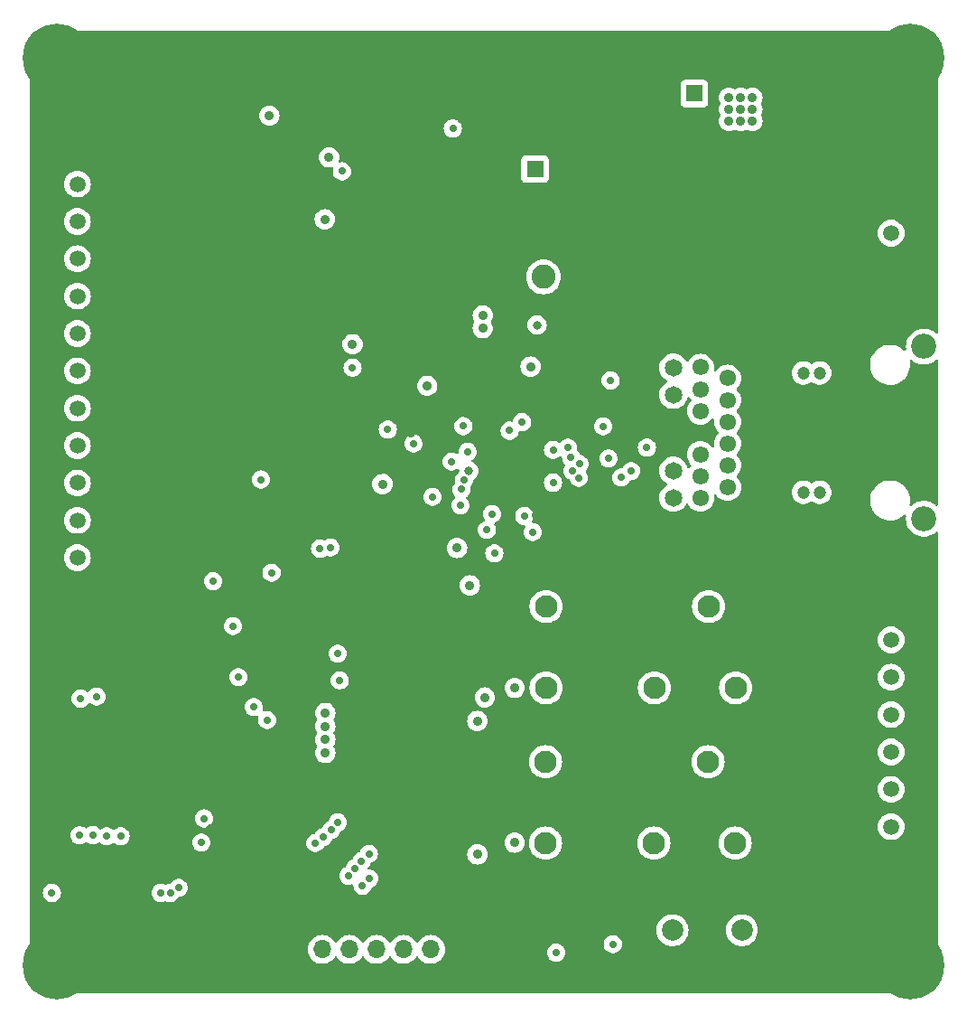
<source format=gbr>
G04 #@! TF.GenerationSoftware,KiCad,Pcbnew,7.0.8*
G04 #@! TF.CreationDate,2023-11-27T13:48:00+01:00*
G04 #@! TF.ProjectId,ESP32-POE-Wiegand-Relay-REV-A,45535033-322d-4504-9f45-2d5769656761,rev?*
G04 #@! TF.SameCoordinates,Original*
G04 #@! TF.FileFunction,Copper,L3,Inr*
G04 #@! TF.FilePolarity,Positive*
%FSLAX46Y46*%
G04 Gerber Fmt 4.6, Leading zero omitted, Abs format (unit mm)*
G04 Created by KiCad (PCBNEW 7.0.8) date 2023-11-27 13:48:00*
%MOMM*%
%LPD*%
G01*
G04 APERTURE LIST*
G04 #@! TA.AperFunction,ComponentPad*
%ADD10C,1.500000*%
G04 #@! TD*
G04 #@! TA.AperFunction,ComponentPad*
%ADD11C,2.000000*%
G04 #@! TD*
G04 #@! TA.AperFunction,ComponentPad*
%ADD12O,1.700000X1.700000*%
G04 #@! TD*
G04 #@! TA.AperFunction,ComponentPad*
%ADD13R,1.700000X1.700000*%
G04 #@! TD*
G04 #@! TA.AperFunction,ComponentPad*
%ADD14C,1.600000*%
G04 #@! TD*
G04 #@! TA.AperFunction,ComponentPad*
%ADD15R,1.600000X1.600000*%
G04 #@! TD*
G04 #@! TA.AperFunction,ComponentPad*
%ADD16C,6.400000*%
G04 #@! TD*
G04 #@! TA.AperFunction,ComponentPad*
%ADD17C,1.550000*%
G04 #@! TD*
G04 #@! TA.AperFunction,ComponentPad*
%ADD18C,1.200000*%
G04 #@! TD*
G04 #@! TA.AperFunction,ComponentPad*
%ADD19C,1.650000*%
G04 #@! TD*
G04 #@! TA.AperFunction,ComponentPad*
%ADD20C,2.355000*%
G04 #@! TD*
G04 #@! TA.AperFunction,ComponentPad*
%ADD21C,2.100000*%
G04 #@! TD*
G04 #@! TA.AperFunction,ComponentPad*
%ADD22C,2.250000*%
G04 #@! TD*
G04 #@! TA.AperFunction,ViaPad*
%ADD23C,0.700000*%
G04 #@! TD*
G04 #@! TA.AperFunction,ViaPad*
%ADD24C,0.900000*%
G04 #@! TD*
G04 #@! TA.AperFunction,ViaPad*
%ADD25C,0.800000*%
G04 #@! TD*
G04 APERTURE END LIST*
D10*
X183900000Y-74300000D03*
X183900000Y-70800000D03*
X183900000Y-67300000D03*
X183900000Y-63800000D03*
X183900000Y-60300000D03*
X183900000Y-56800000D03*
X183900000Y-53300000D03*
X183900000Y-49800000D03*
X183900000Y-46300000D03*
X183900000Y-42800000D03*
X183900000Y-39300000D03*
X183900000Y-35800000D03*
D11*
X239700000Y-110200000D03*
X246200000Y-110200000D03*
X239700000Y-105700000D03*
X246200000Y-105700000D03*
D12*
X217020000Y-107500000D03*
X214480000Y-107500000D03*
X211940000Y-107500000D03*
X209400000Y-107500000D03*
X206860000Y-107500000D03*
D13*
X204320000Y-107500000D03*
D10*
X260200000Y-36900000D03*
X260200000Y-40400000D03*
D14*
X238252651Y-27300000D03*
D15*
X241752651Y-27300000D03*
D16*
X182000000Y-109000000D03*
X262000000Y-109000000D03*
D10*
X260200000Y-78500000D03*
X260200000Y-82000000D03*
X260200000Y-85500000D03*
X260200000Y-89000000D03*
X260200000Y-92500000D03*
X260200000Y-96000000D03*
D17*
X244860000Y-53990000D03*
X244860000Y-56030000D03*
X244860000Y-58070000D03*
X244860000Y-60110000D03*
X244860000Y-62150000D03*
X244860000Y-64190000D03*
X242320000Y-52970000D03*
X242320000Y-55010000D03*
X242320000Y-57050000D03*
X242320000Y-61130000D03*
X242320000Y-63170000D03*
X242320000Y-65210000D03*
D18*
X251970000Y-53500000D03*
X251970000Y-64680000D03*
X253500000Y-53500000D03*
X253500000Y-64680000D03*
D19*
X239780000Y-52995000D03*
X239780000Y-55535000D03*
X239780000Y-62645000D03*
X239780000Y-65185000D03*
D20*
X263270000Y-51025000D03*
X263270000Y-67155000D03*
D14*
X229327621Y-34400000D03*
D15*
X226827621Y-34400000D03*
D21*
X227800000Y-89915000D03*
X243040000Y-89915000D03*
X245580000Y-97535000D03*
X237960000Y-97535000D03*
X227800000Y-97535000D03*
D22*
X227605000Y-44500000D03*
D21*
X227840000Y-75380000D03*
X243080000Y-75380000D03*
X245620000Y-83000000D03*
X238000000Y-83000000D03*
X227840000Y-83000000D03*
D16*
X262000000Y-24000000D03*
X182000000Y-24000000D03*
D23*
X235840000Y-62700000D03*
X210631018Y-101531018D03*
X209900000Y-99900000D03*
D24*
X207150000Y-89100000D03*
X207150000Y-87850000D03*
X207150000Y-86600000D03*
X216700000Y-54700000D03*
X209700000Y-50800000D03*
D25*
X217300000Y-62700000D03*
D24*
X233000000Y-30800000D03*
D23*
X231100000Y-56500000D03*
D24*
X219200000Y-93300000D03*
X188005000Y-94872500D03*
X189295000Y-88827500D03*
D23*
X185200000Y-104000000D03*
D24*
X233000000Y-29700000D03*
X234100000Y-27500000D03*
X219200000Y-31900000D03*
X226900000Y-66800000D03*
X185027500Y-93305000D03*
X219000000Y-87400000D03*
D23*
X228400000Y-57400000D03*
D24*
X190900000Y-91900000D03*
X212000000Y-74900000D03*
X190900000Y-93300000D03*
D23*
X213700000Y-60567500D03*
D24*
X187895000Y-88827500D03*
X234100000Y-30800000D03*
X186495000Y-88827500D03*
D23*
X196800000Y-68100000D03*
X204100000Y-70300000D03*
D24*
X217700000Y-76700000D03*
X234100000Y-29700000D03*
X217800000Y-79800000D03*
X220800000Y-54500000D03*
X233000000Y-28600000D03*
X190900000Y-90500000D03*
X180300000Y-97100000D03*
X186605000Y-94872500D03*
X215200000Y-59100000D03*
X234100000Y-28600000D03*
D23*
X199800000Y-77624500D03*
X196400000Y-96100000D03*
X212300000Y-62700000D03*
D24*
X189405000Y-94872500D03*
X224400000Y-63000000D03*
X259000000Y-71000000D03*
X212800000Y-91800000D03*
X233000000Y-27500000D03*
X180300000Y-83700000D03*
X185027500Y-91905000D03*
X223000000Y-45390000D03*
X206900000Y-34600000D03*
X236500000Y-55500000D03*
X204900000Y-38900000D03*
D23*
X198700000Y-65200000D03*
D24*
X185027500Y-90505000D03*
X207150000Y-85350000D03*
X220700000Y-73400000D03*
D23*
X181500000Y-102200000D03*
D24*
X207100000Y-39100000D03*
D23*
X196600000Y-73000000D03*
D24*
X201900000Y-29400000D03*
D23*
X219000000Y-61800000D03*
X191700000Y-102200000D03*
X225800000Y-66900000D03*
X222800000Y-66700000D03*
X193378158Y-101722548D03*
X220490000Y-60874500D03*
X217200000Y-65100000D03*
X192600000Y-102200000D03*
X219900000Y-64400000D03*
X223000000Y-70400000D03*
X219800000Y-65900000D03*
X230970000Y-62025000D03*
X233700000Y-61500000D03*
X230186062Y-61400500D03*
X234900000Y-63300000D03*
X230911292Y-63309869D03*
X230300000Y-62650000D03*
X228500000Y-60700000D03*
X233900000Y-54200000D03*
X208300000Y-95600000D03*
X234100000Y-107000000D03*
X211233411Y-98533411D03*
X199000000Y-82000000D03*
D25*
X227000000Y-49000000D03*
D23*
X219100000Y-30600000D03*
X224424500Y-58900000D03*
X226600000Y-68400000D03*
X229900000Y-60500000D03*
X228500000Y-63774500D03*
D24*
X244990000Y-29900000D03*
X222100000Y-83900000D03*
X247200000Y-28800000D03*
X246100000Y-27700000D03*
X246100000Y-29900000D03*
X221400000Y-98600000D03*
X246100000Y-28800000D03*
X224900000Y-83000000D03*
X221900000Y-48100000D03*
X221400000Y-86100000D03*
X244990000Y-27700000D03*
X247200000Y-29900000D03*
X221900000Y-49300000D03*
X224900000Y-97500000D03*
X244990000Y-28800000D03*
X247200000Y-27700000D03*
D23*
X200426000Y-84800000D03*
X207700000Y-96300000D03*
X228800000Y-107800000D03*
X210533411Y-99233411D03*
X209700000Y-53000000D03*
X187950000Y-96897500D03*
X186650000Y-96897500D03*
X213000000Y-58800000D03*
D24*
X207500000Y-33300000D03*
D23*
X185350000Y-96797500D03*
X184100000Y-96800000D03*
X208700000Y-34600000D03*
X195775000Y-95225000D03*
X206650353Y-69950353D03*
X208500000Y-82300000D03*
X198500500Y-77200000D03*
X201675500Y-86000000D03*
X195500000Y-97500000D03*
X207641942Y-69841942D03*
X202100000Y-72200000D03*
X201100000Y-63475500D03*
X206940000Y-96980000D03*
X185700000Y-83800000D03*
X184200000Y-84000000D03*
X206220000Y-97520000D03*
X211289429Y-100872607D03*
X209300000Y-100600000D03*
X237300000Y-60500000D03*
X233200000Y-58500000D03*
X225600000Y-58100000D03*
X208300000Y-79800000D03*
X220131844Y-63525500D03*
X220100000Y-58475500D03*
D24*
X212500000Y-63900000D03*
D23*
X222300000Y-68200000D03*
X215400000Y-60100000D03*
D25*
X220600994Y-62674500D03*
D24*
X226400000Y-52900000D03*
X219500000Y-69900000D03*
G04 #@! TA.AperFunction,Conductor*
G36*
X262001719Y-21400596D02*
G01*
X262287582Y-21416650D01*
X262294475Y-21417426D01*
X262575010Y-21465091D01*
X262581785Y-21466638D01*
X262855219Y-21545412D01*
X262861773Y-21547706D01*
X263124672Y-21656601D01*
X263130920Y-21659611D01*
X263159784Y-21675563D01*
X263379966Y-21797254D01*
X263385858Y-21800956D01*
X263617919Y-21965612D01*
X263623359Y-21969950D01*
X263835525Y-22159554D01*
X263840445Y-22164474D01*
X264030049Y-22376640D01*
X264034387Y-22382080D01*
X264199043Y-22614141D01*
X264202745Y-22620033D01*
X264340384Y-22869070D01*
X264343401Y-22875335D01*
X264347202Y-22884511D01*
X264452291Y-23138220D01*
X264454589Y-23144787D01*
X264533360Y-23418209D01*
X264534908Y-23424992D01*
X264582571Y-23705512D01*
X264583350Y-23712426D01*
X264599402Y-23998264D01*
X264599500Y-24001741D01*
X264599500Y-49685324D01*
X264579815Y-49752363D01*
X264527011Y-49798118D01*
X264457853Y-49808062D01*
X264394297Y-49779037D01*
X264391159Y-49776223D01*
X264319149Y-49709408D01*
X264265584Y-49672888D01*
X264111353Y-49567735D01*
X264111349Y-49567733D01*
X264111346Y-49567731D01*
X264111345Y-49567730D01*
X263884763Y-49458615D01*
X263884765Y-49458615D01*
X263644445Y-49384486D01*
X263644441Y-49384485D01*
X263644437Y-49384484D01*
X263524813Y-49366453D01*
X263395754Y-49347000D01*
X263395749Y-49347000D01*
X263144251Y-49347000D01*
X263144245Y-49347000D01*
X263003042Y-49368284D01*
X262895563Y-49384484D01*
X262895560Y-49384485D01*
X262895554Y-49384486D01*
X262655238Y-49458614D01*
X262428651Y-49567733D01*
X262428647Y-49567735D01*
X262220853Y-49709406D01*
X262036493Y-49880465D01*
X261879684Y-50077099D01*
X261753935Y-50294901D01*
X261662055Y-50529008D01*
X261662049Y-50529027D01*
X261606088Y-50774210D01*
X261606087Y-50774215D01*
X261587295Y-51024995D01*
X261587295Y-51025004D01*
X261606087Y-51275783D01*
X261606194Y-51276490D01*
X261606159Y-51276743D01*
X261606435Y-51280421D01*
X261605648Y-51280479D01*
X261596725Y-51345715D01*
X261551334Y-51398832D01*
X261484431Y-51418976D01*
X261417258Y-51399752D01*
X261400832Y-51387330D01*
X261249327Y-51251580D01*
X261249324Y-51251578D01*
X261249323Y-51251577D01*
X261020359Y-51100096D01*
X260771779Y-50983567D01*
X260624362Y-50939216D01*
X260508879Y-50904472D01*
X260375915Y-50884904D01*
X260237269Y-50864500D01*
X260031453Y-50864500D01*
X260031448Y-50864500D01*
X259826195Y-50879523D01*
X259826185Y-50879524D01*
X259558229Y-50939214D01*
X259558224Y-50939216D01*
X259301799Y-51037290D01*
X259062392Y-51171652D01*
X259062387Y-51171655D01*
X258845097Y-51339441D01*
X258845088Y-51339450D01*
X258654549Y-51537080D01*
X258654547Y-51537082D01*
X258494805Y-51760361D01*
X258494802Y-51760366D01*
X258369275Y-52004515D01*
X258369271Y-52004525D01*
X258280632Y-52264344D01*
X258280629Y-52264358D01*
X258230765Y-52534314D01*
X258230763Y-52534334D01*
X258220737Y-52808678D01*
X258250762Y-53081559D01*
X258250763Y-53081569D01*
X258320202Y-53347178D01*
X258417961Y-53577225D01*
X258427577Y-53599852D01*
X258538982Y-53782396D01*
X258570592Y-53834191D01*
X258570599Y-53834201D01*
X258746199Y-54045207D01*
X258746204Y-54045212D01*
X258746209Y-54045218D01*
X258746216Y-54045224D01*
X258950672Y-54228419D01*
X258950674Y-54228420D01*
X258950677Y-54228423D01*
X259179641Y-54379904D01*
X259428221Y-54496433D01*
X259691119Y-54575527D01*
X259962731Y-54615500D01*
X259962736Y-54615500D01*
X260168552Y-54615500D01*
X260220744Y-54611679D01*
X260373805Y-54600477D01*
X260641775Y-54540784D01*
X260898198Y-54442711D01*
X261137609Y-54308347D01*
X261354904Y-54140557D01*
X261545454Y-53942916D01*
X261705196Y-53719637D01*
X261830727Y-53475479D01*
X261919370Y-53215646D01*
X261969236Y-52945674D01*
X261979262Y-52671320D01*
X261949236Y-52398429D01*
X261949232Y-52398415D01*
X261948414Y-52393982D01*
X261950136Y-52393663D01*
X261952007Y-52331191D01*
X261991524Y-52273569D01*
X262055920Y-52246460D01*
X262124750Y-52258469D01*
X262154222Y-52278770D01*
X262220851Y-52340592D01*
X262428648Y-52482265D01*
X262655239Y-52591386D01*
X262895563Y-52665516D01*
X263144251Y-52703000D01*
X263144252Y-52703000D01*
X263395748Y-52703000D01*
X263395749Y-52703000D01*
X263644437Y-52665516D01*
X263884761Y-52591386D01*
X264111353Y-52482265D01*
X264319149Y-52340592D01*
X264391160Y-52273775D01*
X264453691Y-52242608D01*
X264523148Y-52250195D01*
X264577476Y-52294128D01*
X264599428Y-52360460D01*
X264599500Y-52364675D01*
X264599500Y-65815324D01*
X264579815Y-65882363D01*
X264527011Y-65928118D01*
X264457853Y-65938062D01*
X264394297Y-65909037D01*
X264391159Y-65906223D01*
X264319149Y-65839408D01*
X264249944Y-65792225D01*
X264111353Y-65697735D01*
X264111349Y-65697733D01*
X264111346Y-65697731D01*
X264111345Y-65697730D01*
X263884763Y-65588615D01*
X263884765Y-65588615D01*
X263644445Y-65514486D01*
X263644441Y-65514485D01*
X263644437Y-65514484D01*
X263524813Y-65496453D01*
X263395754Y-65477000D01*
X263395749Y-65477000D01*
X263144251Y-65477000D01*
X263144245Y-65477000D01*
X262989373Y-65500344D01*
X262895563Y-65514484D01*
X262895560Y-65514485D01*
X262895554Y-65514486D01*
X262655238Y-65588614D01*
X262428651Y-65697733D01*
X262428647Y-65697735D01*
X262220853Y-65839406D01*
X262148234Y-65906786D01*
X262085701Y-65937954D01*
X262016244Y-65930367D01*
X261961916Y-65886433D01*
X261939965Y-65820101D01*
X261941955Y-65793368D01*
X261969236Y-65645674D01*
X261979262Y-65371320D01*
X261949236Y-65098429D01*
X261903162Y-64922194D01*
X261879797Y-64832821D01*
X261878677Y-64830186D01*
X261772423Y-64580148D01*
X261629405Y-64345804D01*
X261575267Y-64280750D01*
X261453800Y-64134792D01*
X261453795Y-64134787D01*
X261453791Y-64134782D01*
X261361591Y-64052170D01*
X261249327Y-63951580D01*
X261249324Y-63951578D01*
X261249323Y-63951577D01*
X261020359Y-63800096D01*
X260771779Y-63683567D01*
X260624362Y-63639216D01*
X260508879Y-63604472D01*
X260375915Y-63584904D01*
X260237269Y-63564500D01*
X260031453Y-63564500D01*
X260031448Y-63564500D01*
X259826195Y-63579523D01*
X259826185Y-63579524D01*
X259558229Y-63639214D01*
X259558224Y-63639216D01*
X259301799Y-63737290D01*
X259062392Y-63871652D01*
X259062387Y-63871655D01*
X258845097Y-64039441D01*
X258845088Y-64039450D01*
X258654549Y-64237080D01*
X258654547Y-64237082D01*
X258494805Y-64460361D01*
X258494802Y-64460366D01*
X258369275Y-64704515D01*
X258369271Y-64704525D01*
X258280632Y-64964344D01*
X258280629Y-64964358D01*
X258230765Y-65234314D01*
X258230763Y-65234334D01*
X258220737Y-65508678D01*
X258250761Y-65781553D01*
X258250763Y-65781569D01*
X258320202Y-66047178D01*
X258412544Y-66264478D01*
X258427577Y-66299852D01*
X258563269Y-66522192D01*
X258570592Y-66534191D01*
X258570599Y-66534201D01*
X258746199Y-66745207D01*
X258746204Y-66745212D01*
X258746209Y-66745218D01*
X258746216Y-66745224D01*
X258950672Y-66928419D01*
X258950674Y-66928420D01*
X258950677Y-66928423D01*
X259179641Y-67079904D01*
X259428221Y-67196433D01*
X259691119Y-67275527D01*
X259962731Y-67315500D01*
X259962736Y-67315500D01*
X260168552Y-67315500D01*
X260220744Y-67311679D01*
X260373805Y-67300477D01*
X260641775Y-67240784D01*
X260898198Y-67142711D01*
X261137609Y-67008347D01*
X261354904Y-66840557D01*
X261394181Y-66799817D01*
X261454882Y-66765218D01*
X261524653Y-66768928D01*
X261581342Y-66809770D01*
X261606952Y-66874777D01*
X261606208Y-66899562D01*
X261606435Y-66899579D01*
X261587295Y-67154995D01*
X261587295Y-67155004D01*
X261606087Y-67405784D01*
X261606088Y-67405789D01*
X261662049Y-67650972D01*
X261662051Y-67650981D01*
X261662053Y-67650986D01*
X261753935Y-67885098D01*
X261879684Y-68102901D01*
X261940500Y-68179162D01*
X262036493Y-68299534D01*
X262123426Y-68380195D01*
X262220851Y-68470592D01*
X262428648Y-68612265D01*
X262655239Y-68721386D01*
X262895563Y-68795516D01*
X263144251Y-68833000D01*
X263144252Y-68833000D01*
X263395748Y-68833000D01*
X263395749Y-68833000D01*
X263644437Y-68795516D01*
X263884761Y-68721386D01*
X264111353Y-68612265D01*
X264319149Y-68470592D01*
X264391160Y-68403775D01*
X264453691Y-68372608D01*
X264523148Y-68380195D01*
X264577476Y-68424128D01*
X264599428Y-68490460D01*
X264599500Y-68494675D01*
X264599500Y-108998258D01*
X264599402Y-109001735D01*
X264583350Y-109287573D01*
X264582571Y-109294487D01*
X264534908Y-109575007D01*
X264533360Y-109581790D01*
X264454589Y-109855212D01*
X264452291Y-109861779D01*
X264343403Y-110124660D01*
X264340384Y-110130929D01*
X264202745Y-110379966D01*
X264199043Y-110385858D01*
X264034387Y-110617919D01*
X264030049Y-110623359D01*
X263840445Y-110835525D01*
X263835525Y-110840445D01*
X263623359Y-111030049D01*
X263617919Y-111034387D01*
X263385858Y-111199043D01*
X263379966Y-111202745D01*
X263130929Y-111340384D01*
X263124660Y-111343403D01*
X262861779Y-111452291D01*
X262855212Y-111454589D01*
X262581790Y-111533360D01*
X262575007Y-111534908D01*
X262294487Y-111582571D01*
X262287573Y-111583350D01*
X262001735Y-111599402D01*
X261998258Y-111599500D01*
X182001742Y-111599500D01*
X181998265Y-111599402D01*
X181712427Y-111583350D01*
X181705512Y-111582571D01*
X181424992Y-111534908D01*
X181418209Y-111533360D01*
X181144787Y-111454589D01*
X181138220Y-111452291D01*
X181006779Y-111397847D01*
X180875335Y-111343401D01*
X180869070Y-111340384D01*
X180620033Y-111202745D01*
X180614141Y-111199043D01*
X180382080Y-111034387D01*
X180376640Y-111030049D01*
X180164474Y-110840445D01*
X180159554Y-110835525D01*
X179969950Y-110623359D01*
X179965612Y-110617919D01*
X179800956Y-110385858D01*
X179797254Y-110379966D01*
X179709011Y-110220303D01*
X179659611Y-110130920D01*
X179656601Y-110124672D01*
X179547706Y-109861773D01*
X179545410Y-109855212D01*
X179466639Y-109581790D01*
X179465091Y-109575007D01*
X179457900Y-109532685D01*
X179417426Y-109294475D01*
X179416650Y-109287582D01*
X179408597Y-109144189D01*
X179400598Y-109001735D01*
X179400500Y-108998258D01*
X179400500Y-107500000D01*
X205504341Y-107500000D01*
X205524936Y-107735403D01*
X205524938Y-107735413D01*
X205586094Y-107963655D01*
X205586096Y-107963659D01*
X205586097Y-107963663D01*
X205666004Y-108135023D01*
X205685965Y-108177830D01*
X205685967Y-108177834D01*
X205773374Y-108302663D01*
X205821505Y-108371401D01*
X205988599Y-108538495D01*
X206085384Y-108606265D01*
X206182165Y-108674032D01*
X206182167Y-108674033D01*
X206182170Y-108674035D01*
X206396337Y-108773903D01*
X206624592Y-108835063D01*
X206812918Y-108851539D01*
X206859999Y-108855659D01*
X206860000Y-108855659D01*
X206860001Y-108855659D01*
X206899234Y-108852226D01*
X207095408Y-108835063D01*
X207323663Y-108773903D01*
X207537830Y-108674035D01*
X207731401Y-108538495D01*
X207898495Y-108371401D01*
X208028425Y-108185842D01*
X208083002Y-108142217D01*
X208152500Y-108135023D01*
X208214855Y-108166546D01*
X208231575Y-108185842D01*
X208361500Y-108371395D01*
X208361505Y-108371401D01*
X208528599Y-108538495D01*
X208625384Y-108606265D01*
X208722165Y-108674032D01*
X208722167Y-108674033D01*
X208722170Y-108674035D01*
X208936337Y-108773903D01*
X209164592Y-108835063D01*
X209352918Y-108851539D01*
X209399999Y-108855659D01*
X209400000Y-108855659D01*
X209400001Y-108855659D01*
X209439234Y-108852226D01*
X209635408Y-108835063D01*
X209863663Y-108773903D01*
X210077830Y-108674035D01*
X210271401Y-108538495D01*
X210438495Y-108371401D01*
X210568425Y-108185842D01*
X210623002Y-108142217D01*
X210692500Y-108135023D01*
X210754855Y-108166546D01*
X210771575Y-108185842D01*
X210901500Y-108371395D01*
X210901505Y-108371401D01*
X211068599Y-108538495D01*
X211165384Y-108606265D01*
X211262165Y-108674032D01*
X211262167Y-108674033D01*
X211262170Y-108674035D01*
X211476337Y-108773903D01*
X211704592Y-108835063D01*
X211892918Y-108851539D01*
X211939999Y-108855659D01*
X211940000Y-108855659D01*
X211940001Y-108855659D01*
X211979234Y-108852226D01*
X212175408Y-108835063D01*
X212403663Y-108773903D01*
X212617830Y-108674035D01*
X212811401Y-108538495D01*
X212978495Y-108371401D01*
X213108425Y-108185842D01*
X213163002Y-108142217D01*
X213232500Y-108135023D01*
X213294855Y-108166546D01*
X213311575Y-108185842D01*
X213441500Y-108371395D01*
X213441505Y-108371401D01*
X213608599Y-108538495D01*
X213705384Y-108606265D01*
X213802165Y-108674032D01*
X213802167Y-108674033D01*
X213802170Y-108674035D01*
X214016337Y-108773903D01*
X214244592Y-108835063D01*
X214432918Y-108851539D01*
X214479999Y-108855659D01*
X214480000Y-108855659D01*
X214480001Y-108855659D01*
X214519234Y-108852226D01*
X214715408Y-108835063D01*
X214943663Y-108773903D01*
X215157830Y-108674035D01*
X215351401Y-108538495D01*
X215518495Y-108371401D01*
X215648425Y-108185842D01*
X215703002Y-108142217D01*
X215772500Y-108135023D01*
X215834855Y-108166546D01*
X215851575Y-108185842D01*
X215981500Y-108371395D01*
X215981505Y-108371401D01*
X216148599Y-108538495D01*
X216245384Y-108606265D01*
X216342165Y-108674032D01*
X216342167Y-108674033D01*
X216342170Y-108674035D01*
X216556337Y-108773903D01*
X216784592Y-108835063D01*
X216972918Y-108851539D01*
X217019999Y-108855659D01*
X217020000Y-108855659D01*
X217020001Y-108855659D01*
X217059234Y-108852226D01*
X217255408Y-108835063D01*
X217483663Y-108773903D01*
X217697830Y-108674035D01*
X217891401Y-108538495D01*
X218058495Y-108371401D01*
X218194035Y-108177830D01*
X218293903Y-107963663D01*
X218337756Y-107800000D01*
X227944815Y-107800000D01*
X227963503Y-107977805D01*
X227963504Y-107977807D01*
X228018747Y-108147829D01*
X228018750Y-108147835D01*
X228108141Y-108302665D01*
X228149812Y-108348946D01*
X228227764Y-108435521D01*
X228227767Y-108435523D01*
X228227770Y-108435526D01*
X228372407Y-108540612D01*
X228535733Y-108613329D01*
X228710609Y-108650500D01*
X228710610Y-108650500D01*
X228889389Y-108650500D01*
X228889391Y-108650500D01*
X229064267Y-108613329D01*
X229227593Y-108540612D01*
X229372230Y-108435526D01*
X229491859Y-108302665D01*
X229581250Y-108147835D01*
X229636497Y-107977803D01*
X229655185Y-107800000D01*
X229636497Y-107622197D01*
X229581250Y-107452165D01*
X229491859Y-107297335D01*
X229445003Y-107245296D01*
X229372235Y-107164478D01*
X229372232Y-107164476D01*
X229372231Y-107164475D01*
X229372230Y-107164474D01*
X229227593Y-107059388D01*
X229094205Y-107000000D01*
X233244815Y-107000000D01*
X233263503Y-107177805D01*
X233263504Y-107177807D01*
X233318747Y-107347829D01*
X233318750Y-107347835D01*
X233408141Y-107502665D01*
X233449812Y-107548946D01*
X233527764Y-107635521D01*
X233527767Y-107635523D01*
X233527770Y-107635526D01*
X233672407Y-107740612D01*
X233835733Y-107813329D01*
X234010609Y-107850500D01*
X234010610Y-107850500D01*
X234189389Y-107850500D01*
X234189391Y-107850500D01*
X234364267Y-107813329D01*
X234527593Y-107740612D01*
X234672230Y-107635526D01*
X234791859Y-107502665D01*
X234881250Y-107347835D01*
X234936497Y-107177803D01*
X234955185Y-107000000D01*
X234936497Y-106822197D01*
X234881250Y-106652165D01*
X234791859Y-106497335D01*
X234719171Y-106416607D01*
X234672235Y-106364478D01*
X234672232Y-106364476D01*
X234672231Y-106364475D01*
X234672230Y-106364474D01*
X234527593Y-106259388D01*
X234364267Y-106186671D01*
X234364265Y-106186670D01*
X234236594Y-106159533D01*
X234189391Y-106149500D01*
X234010609Y-106149500D01*
X233979954Y-106156015D01*
X233835733Y-106186670D01*
X233835728Y-106186672D01*
X233672408Y-106259387D01*
X233527768Y-106364475D01*
X233408140Y-106497336D01*
X233318750Y-106652164D01*
X233318747Y-106652170D01*
X233263504Y-106822192D01*
X233263503Y-106822194D01*
X233244815Y-107000000D01*
X229094205Y-107000000D01*
X229064267Y-106986671D01*
X229064265Y-106986670D01*
X228936594Y-106959533D01*
X228889391Y-106949500D01*
X228710609Y-106949500D01*
X228679954Y-106956015D01*
X228535733Y-106986670D01*
X228535728Y-106986672D01*
X228372408Y-107059387D01*
X228227768Y-107164475D01*
X228108140Y-107297336D01*
X228018750Y-107452164D01*
X228018747Y-107452170D01*
X227963504Y-107622192D01*
X227963503Y-107622194D01*
X227944815Y-107800000D01*
X218337756Y-107800000D01*
X218355063Y-107735408D01*
X218375659Y-107500000D01*
X218355063Y-107264592D01*
X218293903Y-107036337D01*
X218194035Y-106822171D01*
X218188425Y-106814158D01*
X218058494Y-106628597D01*
X217891402Y-106461506D01*
X217891395Y-106461501D01*
X217697834Y-106325967D01*
X217697830Y-106325965D01*
X217697828Y-106325964D01*
X217483663Y-106226097D01*
X217483659Y-106226096D01*
X217483655Y-106226094D01*
X217255413Y-106164938D01*
X217255403Y-106164936D01*
X217020001Y-106144341D01*
X217019999Y-106144341D01*
X216784596Y-106164936D01*
X216784586Y-106164938D01*
X216556344Y-106226094D01*
X216556335Y-106226098D01*
X216342171Y-106325964D01*
X216342169Y-106325965D01*
X216148597Y-106461505D01*
X215981505Y-106628597D01*
X215851575Y-106814158D01*
X215796998Y-106857783D01*
X215727500Y-106864977D01*
X215665145Y-106833454D01*
X215648425Y-106814158D01*
X215518494Y-106628597D01*
X215351402Y-106461506D01*
X215351395Y-106461501D01*
X215157834Y-106325967D01*
X215157830Y-106325965D01*
X215157828Y-106325964D01*
X214943663Y-106226097D01*
X214943659Y-106226096D01*
X214943655Y-106226094D01*
X214715413Y-106164938D01*
X214715403Y-106164936D01*
X214480001Y-106144341D01*
X214479999Y-106144341D01*
X214244596Y-106164936D01*
X214244586Y-106164938D01*
X214016344Y-106226094D01*
X214016335Y-106226098D01*
X213802171Y-106325964D01*
X213802169Y-106325965D01*
X213608597Y-106461505D01*
X213441505Y-106628597D01*
X213311575Y-106814158D01*
X213256998Y-106857783D01*
X213187500Y-106864977D01*
X213125145Y-106833454D01*
X213108425Y-106814158D01*
X212978494Y-106628597D01*
X212811402Y-106461506D01*
X212811395Y-106461501D01*
X212617834Y-106325967D01*
X212617830Y-106325965D01*
X212617828Y-106325964D01*
X212403663Y-106226097D01*
X212403659Y-106226096D01*
X212403655Y-106226094D01*
X212175413Y-106164938D01*
X212175403Y-106164936D01*
X211940001Y-106144341D01*
X211939999Y-106144341D01*
X211704596Y-106164936D01*
X211704586Y-106164938D01*
X211476344Y-106226094D01*
X211476335Y-106226098D01*
X211262171Y-106325964D01*
X211262169Y-106325965D01*
X211068597Y-106461505D01*
X210901505Y-106628597D01*
X210771575Y-106814158D01*
X210716998Y-106857783D01*
X210647500Y-106864977D01*
X210585145Y-106833454D01*
X210568425Y-106814158D01*
X210438494Y-106628597D01*
X210271402Y-106461506D01*
X210271395Y-106461501D01*
X210077834Y-106325967D01*
X210077830Y-106325965D01*
X210077828Y-106325964D01*
X209863663Y-106226097D01*
X209863659Y-106226096D01*
X209863655Y-106226094D01*
X209635413Y-106164938D01*
X209635403Y-106164936D01*
X209400001Y-106144341D01*
X209399999Y-106144341D01*
X209164596Y-106164936D01*
X209164586Y-106164938D01*
X208936344Y-106226094D01*
X208936335Y-106226098D01*
X208722171Y-106325964D01*
X208722169Y-106325965D01*
X208528597Y-106461505D01*
X208361505Y-106628597D01*
X208231575Y-106814158D01*
X208176998Y-106857783D01*
X208107500Y-106864977D01*
X208045145Y-106833454D01*
X208028425Y-106814158D01*
X207898494Y-106628597D01*
X207731402Y-106461506D01*
X207731395Y-106461501D01*
X207537834Y-106325967D01*
X207537830Y-106325965D01*
X207537828Y-106325964D01*
X207323663Y-106226097D01*
X207323659Y-106226096D01*
X207323655Y-106226094D01*
X207095413Y-106164938D01*
X207095403Y-106164936D01*
X206860001Y-106144341D01*
X206859999Y-106144341D01*
X206624596Y-106164936D01*
X206624586Y-106164938D01*
X206396344Y-106226094D01*
X206396335Y-106226098D01*
X206182171Y-106325964D01*
X206182169Y-106325965D01*
X205988597Y-106461505D01*
X205821505Y-106628597D01*
X205685965Y-106822169D01*
X205685964Y-106822171D01*
X205586098Y-107036335D01*
X205586094Y-107036344D01*
X205524938Y-107264586D01*
X205524936Y-107264596D01*
X205504341Y-107499999D01*
X205504341Y-107500000D01*
X179400500Y-107500000D01*
X179400500Y-105700005D01*
X238194357Y-105700005D01*
X238214890Y-105947812D01*
X238214892Y-105947824D01*
X238275936Y-106188881D01*
X238375826Y-106416606D01*
X238511833Y-106624782D01*
X238511836Y-106624785D01*
X238680256Y-106807738D01*
X238876491Y-106960474D01*
X238876493Y-106960475D01*
X239016673Y-107036337D01*
X239095190Y-107078828D01*
X239330386Y-107159571D01*
X239575665Y-107200500D01*
X239824335Y-107200500D01*
X240069614Y-107159571D01*
X240304810Y-107078828D01*
X240523509Y-106960474D01*
X240719744Y-106807738D01*
X240888164Y-106624785D01*
X241024173Y-106416607D01*
X241124063Y-106188881D01*
X241185108Y-105947821D01*
X241205643Y-105700005D01*
X244694357Y-105700005D01*
X244714890Y-105947812D01*
X244714892Y-105947824D01*
X244775936Y-106188881D01*
X244875826Y-106416606D01*
X245011833Y-106624782D01*
X245011836Y-106624785D01*
X245180256Y-106807738D01*
X245376491Y-106960474D01*
X245376493Y-106960475D01*
X245516673Y-107036337D01*
X245595190Y-107078828D01*
X245830386Y-107159571D01*
X246075665Y-107200500D01*
X246324335Y-107200500D01*
X246569614Y-107159571D01*
X246804810Y-107078828D01*
X247023509Y-106960474D01*
X247219744Y-106807738D01*
X247388164Y-106624785D01*
X247524173Y-106416607D01*
X247624063Y-106188881D01*
X247685108Y-105947821D01*
X247705643Y-105700000D01*
X247685108Y-105452179D01*
X247624063Y-105211119D01*
X247524173Y-104983393D01*
X247388166Y-104775217D01*
X247366557Y-104751744D01*
X247219744Y-104592262D01*
X247023509Y-104439526D01*
X247023507Y-104439525D01*
X247023506Y-104439524D01*
X246804811Y-104321172D01*
X246804802Y-104321169D01*
X246569616Y-104240429D01*
X246324335Y-104199500D01*
X246075665Y-104199500D01*
X245830383Y-104240429D01*
X245595197Y-104321169D01*
X245595188Y-104321172D01*
X245376493Y-104439524D01*
X245180257Y-104592261D01*
X245011833Y-104775217D01*
X244875826Y-104983393D01*
X244775936Y-105211118D01*
X244714892Y-105452175D01*
X244714890Y-105452187D01*
X244694357Y-105699994D01*
X244694357Y-105700005D01*
X241205643Y-105700005D01*
X241205643Y-105700000D01*
X241185108Y-105452179D01*
X241124063Y-105211119D01*
X241024173Y-104983393D01*
X240888166Y-104775217D01*
X240866557Y-104751744D01*
X240719744Y-104592262D01*
X240523509Y-104439526D01*
X240523507Y-104439525D01*
X240523506Y-104439524D01*
X240304811Y-104321172D01*
X240304802Y-104321169D01*
X240069616Y-104240429D01*
X239824335Y-104199500D01*
X239575665Y-104199500D01*
X239330383Y-104240429D01*
X239095197Y-104321169D01*
X239095188Y-104321172D01*
X238876493Y-104439524D01*
X238680257Y-104592261D01*
X238511833Y-104775217D01*
X238375826Y-104983393D01*
X238275936Y-105211118D01*
X238214892Y-105452175D01*
X238214890Y-105452187D01*
X238194357Y-105699994D01*
X238194357Y-105700005D01*
X179400500Y-105700005D01*
X179400500Y-102200000D01*
X180644815Y-102200000D01*
X180663503Y-102377805D01*
X180663504Y-102377807D01*
X180718747Y-102547829D01*
X180718750Y-102547835D01*
X180808141Y-102702665D01*
X180849812Y-102748946D01*
X180927764Y-102835521D01*
X180927767Y-102835523D01*
X180927770Y-102835526D01*
X181072407Y-102940612D01*
X181235733Y-103013329D01*
X181410609Y-103050500D01*
X181410610Y-103050500D01*
X181589389Y-103050500D01*
X181589391Y-103050500D01*
X181764267Y-103013329D01*
X181927593Y-102940612D01*
X182072230Y-102835526D01*
X182191859Y-102702665D01*
X182281250Y-102547835D01*
X182336497Y-102377803D01*
X182355185Y-102200000D01*
X190844815Y-102200000D01*
X190863503Y-102377805D01*
X190863504Y-102377807D01*
X190918747Y-102547829D01*
X190918750Y-102547835D01*
X191008141Y-102702665D01*
X191049812Y-102748946D01*
X191127764Y-102835521D01*
X191127767Y-102835523D01*
X191127770Y-102835526D01*
X191272407Y-102940612D01*
X191435733Y-103013329D01*
X191610609Y-103050500D01*
X191610610Y-103050500D01*
X191789389Y-103050500D01*
X191789391Y-103050500D01*
X191964267Y-103013329D01*
X192099567Y-102953089D01*
X192168815Y-102943806D01*
X192200429Y-102953088D01*
X192335733Y-103013329D01*
X192510609Y-103050500D01*
X192510610Y-103050500D01*
X192689389Y-103050500D01*
X192689391Y-103050500D01*
X192864267Y-103013329D01*
X193027593Y-102940612D01*
X193172230Y-102835526D01*
X193291859Y-102702665D01*
X193318765Y-102656060D01*
X193330898Y-102635048D01*
X193381465Y-102586832D01*
X193438285Y-102573048D01*
X193467547Y-102573048D01*
X193467549Y-102573048D01*
X193642425Y-102535877D01*
X193805751Y-102463160D01*
X193950388Y-102358074D01*
X194070017Y-102225213D01*
X194159408Y-102070383D01*
X194214655Y-101900351D01*
X194233343Y-101722548D01*
X194214655Y-101544745D01*
X194172963Y-101416430D01*
X194159410Y-101374718D01*
X194159407Y-101374712D01*
X194144851Y-101349500D01*
X194070017Y-101219883D01*
X194023161Y-101167844D01*
X193950393Y-101087026D01*
X193950390Y-101087024D01*
X193950389Y-101087023D01*
X193950388Y-101087022D01*
X193805751Y-100981936D01*
X193642425Y-100909219D01*
X193642423Y-100909218D01*
X193514752Y-100882081D01*
X193467549Y-100872048D01*
X193288767Y-100872048D01*
X193258112Y-100878563D01*
X193113891Y-100909218D01*
X193113886Y-100909220D01*
X192950566Y-100981935D01*
X192805926Y-101087023D01*
X192686297Y-101219884D01*
X192647260Y-101287500D01*
X192596693Y-101335716D01*
X192539873Y-101349500D01*
X192510609Y-101349500D01*
X192479954Y-101356015D01*
X192335733Y-101386670D01*
X192335732Y-101386670D01*
X192200434Y-101446909D01*
X192131184Y-101456193D01*
X192099565Y-101446909D01*
X191964267Y-101386671D01*
X191964265Y-101386670D01*
X191836594Y-101359533D01*
X191789391Y-101349500D01*
X191610609Y-101349500D01*
X191579954Y-101356015D01*
X191435733Y-101386670D01*
X191435728Y-101386672D01*
X191272408Y-101459387D01*
X191127768Y-101564475D01*
X191008140Y-101697336D01*
X190918750Y-101852164D01*
X190918747Y-101852170D01*
X190863504Y-102022192D01*
X190863503Y-102022194D01*
X190844815Y-102200000D01*
X182355185Y-102200000D01*
X182336497Y-102022197D01*
X182296907Y-101900351D01*
X182281252Y-101852170D01*
X182281249Y-101852164D01*
X182234969Y-101772004D01*
X182191859Y-101697335D01*
X182145003Y-101645296D01*
X182072235Y-101564478D01*
X182072232Y-101564476D01*
X182072231Y-101564475D01*
X182072230Y-101564474D01*
X181927593Y-101459388D01*
X181764267Y-101386671D01*
X181764265Y-101386670D01*
X181636594Y-101359533D01*
X181589391Y-101349500D01*
X181410609Y-101349500D01*
X181379954Y-101356015D01*
X181235733Y-101386670D01*
X181235728Y-101386672D01*
X181072408Y-101459387D01*
X180927768Y-101564475D01*
X180808140Y-101697336D01*
X180718750Y-101852164D01*
X180718747Y-101852170D01*
X180663504Y-102022192D01*
X180663503Y-102022194D01*
X180644815Y-102200000D01*
X179400500Y-102200000D01*
X179400500Y-100600000D01*
X208444815Y-100600000D01*
X208463503Y-100777805D01*
X208463504Y-100777807D01*
X208518747Y-100947829D01*
X208518750Y-100947835D01*
X208608141Y-101102665D01*
X208649812Y-101148946D01*
X208727764Y-101235521D01*
X208727767Y-101235523D01*
X208727770Y-101235526D01*
X208872407Y-101340612D01*
X209035733Y-101413329D01*
X209210609Y-101450500D01*
X209210610Y-101450500D01*
X209389389Y-101450500D01*
X209389391Y-101450500D01*
X209564267Y-101413329D01*
X209602992Y-101396087D01*
X209672237Y-101386802D01*
X209735514Y-101416430D01*
X209772729Y-101475564D01*
X209776746Y-101522324D01*
X209775833Y-101531013D01*
X209775833Y-101531015D01*
X209775833Y-101531018D01*
X209779350Y-101564475D01*
X209794521Y-101708823D01*
X209794522Y-101708825D01*
X209849765Y-101878847D01*
X209849768Y-101878853D01*
X209939159Y-102033683D01*
X209972199Y-102070377D01*
X210058782Y-102166539D01*
X210058785Y-102166541D01*
X210058788Y-102166544D01*
X210203425Y-102271630D01*
X210366751Y-102344347D01*
X210541627Y-102381518D01*
X210541628Y-102381518D01*
X210720407Y-102381518D01*
X210720409Y-102381518D01*
X210895285Y-102344347D01*
X211058611Y-102271630D01*
X211203248Y-102166544D01*
X211322877Y-102033683D01*
X211412268Y-101878853D01*
X211446985Y-101772002D01*
X211486422Y-101714328D01*
X211539140Y-101689030D01*
X211553692Y-101685937D01*
X211553692Y-101685936D01*
X211553696Y-101685936D01*
X211717022Y-101613219D01*
X211861659Y-101508133D01*
X211981288Y-101375272D01*
X212070679Y-101220442D01*
X212125926Y-101050410D01*
X212144614Y-100872607D01*
X212125926Y-100694804D01*
X212095122Y-100600000D01*
X212070681Y-100524777D01*
X212070678Y-100524771D01*
X211981288Y-100369942D01*
X211934432Y-100317903D01*
X211861664Y-100237085D01*
X211861661Y-100237083D01*
X211861660Y-100237082D01*
X211861659Y-100237081D01*
X211717022Y-100131995D01*
X211553696Y-100059278D01*
X211553694Y-100059277D01*
X211426023Y-100032140D01*
X211378820Y-100022107D01*
X211246235Y-100022107D01*
X211179196Y-100002422D01*
X211133441Y-99949618D01*
X211123497Y-99880460D01*
X211152522Y-99816904D01*
X211154085Y-99815135D01*
X211164023Y-99804096D01*
X211225270Y-99736076D01*
X211314661Y-99581246D01*
X211360810Y-99439214D01*
X211400246Y-99381541D01*
X211452956Y-99356245D01*
X211497678Y-99346740D01*
X211661004Y-99274023D01*
X211805641Y-99168937D01*
X211925270Y-99036076D01*
X212014661Y-98881246D01*
X212069908Y-98711214D01*
X212081597Y-98600000D01*
X220444901Y-98600000D01*
X220463252Y-98786331D01*
X220463253Y-98786333D01*
X220517604Y-98965502D01*
X220605862Y-99130623D01*
X220605864Y-99130626D01*
X220724642Y-99275357D01*
X220869373Y-99394135D01*
X220869376Y-99394137D01*
X220953714Y-99439216D01*
X221034499Y-99482396D01*
X221213666Y-99536746D01*
X221213668Y-99536747D01*
X221230374Y-99538392D01*
X221400000Y-99555099D01*
X221586331Y-99536747D01*
X221765501Y-99482396D01*
X221930625Y-99394136D01*
X222075357Y-99275357D01*
X222194136Y-99130625D01*
X222282396Y-98965501D01*
X222336747Y-98786331D01*
X222355099Y-98600000D01*
X222336747Y-98413669D01*
X222282396Y-98234499D01*
X222250784Y-98175357D01*
X222194137Y-98069376D01*
X222194135Y-98069373D01*
X222075357Y-97924642D01*
X221930626Y-97805864D01*
X221930623Y-97805862D01*
X221765502Y-97717604D01*
X221586333Y-97663253D01*
X221586331Y-97663252D01*
X221400000Y-97644901D01*
X221213668Y-97663252D01*
X221213666Y-97663253D01*
X221034497Y-97717604D01*
X220869376Y-97805862D01*
X220869373Y-97805864D01*
X220724642Y-97924642D01*
X220605864Y-98069373D01*
X220605862Y-98069376D01*
X220517604Y-98234497D01*
X220463253Y-98413666D01*
X220463252Y-98413668D01*
X220444901Y-98600000D01*
X212081597Y-98600000D01*
X212088596Y-98533411D01*
X212069908Y-98355608D01*
X212030557Y-98234499D01*
X212014663Y-98185581D01*
X212014660Y-98185575D01*
X212008761Y-98175357D01*
X211925270Y-98030746D01*
X211878414Y-97978707D01*
X211805646Y-97897889D01*
X211805643Y-97897887D01*
X211805642Y-97897886D01*
X211805641Y-97897885D01*
X211661004Y-97792799D01*
X211497678Y-97720082D01*
X211497676Y-97720081D01*
X211338901Y-97686333D01*
X211322802Y-97682911D01*
X211144020Y-97682911D01*
X211127921Y-97686333D01*
X210969144Y-97720081D01*
X210969139Y-97720083D01*
X210805819Y-97792798D01*
X210661179Y-97897886D01*
X210541551Y-98030747D01*
X210452161Y-98185575D01*
X210452159Y-98185579D01*
X210406012Y-98327605D01*
X210366574Y-98385280D01*
X210313864Y-98410576D01*
X210269141Y-98420082D01*
X210269139Y-98420083D01*
X210105819Y-98492798D01*
X209961179Y-98597886D01*
X209841551Y-98730747D01*
X209752161Y-98885575D01*
X209752158Y-98885582D01*
X209712375Y-99008023D01*
X209672937Y-99065699D01*
X209641220Y-99083017D01*
X209641670Y-99084027D01*
X209472408Y-99159387D01*
X209327768Y-99264475D01*
X209208140Y-99397336D01*
X209118750Y-99552164D01*
X209118747Y-99552170D01*
X209061495Y-99728377D01*
X209059191Y-99727628D01*
X209031177Y-99779470D01*
X208993550Y-99805451D01*
X208872408Y-99859387D01*
X208727768Y-99964475D01*
X208608140Y-100097336D01*
X208518750Y-100252164D01*
X208518747Y-100252170D01*
X208463504Y-100422192D01*
X208463503Y-100422194D01*
X208444815Y-100600000D01*
X179400500Y-100600000D01*
X179400500Y-96800000D01*
X183244815Y-96800000D01*
X183263503Y-96977805D01*
X183263504Y-96977807D01*
X183318747Y-97147829D01*
X183318750Y-97147835D01*
X183408141Y-97302665D01*
X183443733Y-97342194D01*
X183527764Y-97435521D01*
X183527767Y-97435523D01*
X183527770Y-97435526D01*
X183672407Y-97540612D01*
X183835733Y-97613329D01*
X184010609Y-97650500D01*
X184010610Y-97650500D01*
X184189389Y-97650500D01*
X184189391Y-97650500D01*
X184364267Y-97613329D01*
X184527593Y-97540612D01*
X184653836Y-97448889D01*
X184719640Y-97425410D01*
X184787694Y-97441235D01*
X184799606Y-97448891D01*
X184922401Y-97538108D01*
X184922402Y-97538109D01*
X184922404Y-97538110D01*
X184922407Y-97538112D01*
X185085733Y-97610829D01*
X185260609Y-97648000D01*
X185260610Y-97648000D01*
X185439389Y-97648000D01*
X185439391Y-97648000D01*
X185614267Y-97610829D01*
X185777593Y-97538112D01*
X185871500Y-97469883D01*
X185937305Y-97446404D01*
X186005359Y-97462229D01*
X186036536Y-97487231D01*
X186077765Y-97533022D01*
X186077767Y-97533023D01*
X186077770Y-97533026D01*
X186222407Y-97638112D01*
X186385733Y-97710829D01*
X186560609Y-97748000D01*
X186560610Y-97748000D01*
X186739389Y-97748000D01*
X186739391Y-97748000D01*
X186914267Y-97710829D01*
X187077593Y-97638112D01*
X187222230Y-97533026D01*
X187222233Y-97533023D01*
X187227114Y-97529477D01*
X187292920Y-97505997D01*
X187360974Y-97521822D01*
X187372886Y-97529477D01*
X187377767Y-97533023D01*
X187377770Y-97533026D01*
X187522407Y-97638112D01*
X187685733Y-97710829D01*
X187860609Y-97748000D01*
X187860610Y-97748000D01*
X188039389Y-97748000D01*
X188039391Y-97748000D01*
X188214267Y-97710829D01*
X188377593Y-97638112D01*
X188522230Y-97533026D01*
X188551967Y-97500000D01*
X194644815Y-97500000D01*
X194663503Y-97677805D01*
X194663504Y-97677807D01*
X194718747Y-97847829D01*
X194718750Y-97847835D01*
X194808141Y-98002665D01*
X194849812Y-98048946D01*
X194927764Y-98135521D01*
X194927767Y-98135523D01*
X194927770Y-98135526D01*
X195072407Y-98240612D01*
X195235733Y-98313329D01*
X195410609Y-98350500D01*
X195410610Y-98350500D01*
X195589389Y-98350500D01*
X195589391Y-98350500D01*
X195764267Y-98313329D01*
X195927593Y-98240612D01*
X196072230Y-98135526D01*
X196191859Y-98002665D01*
X196281250Y-97847835D01*
X196336497Y-97677803D01*
X196353083Y-97520000D01*
X205364815Y-97520000D01*
X205383503Y-97697805D01*
X205383504Y-97697807D01*
X205438747Y-97867829D01*
X205438750Y-97867835D01*
X205528141Y-98022665D01*
X205569812Y-98068946D01*
X205647764Y-98155521D01*
X205647767Y-98155523D01*
X205647770Y-98155526D01*
X205792407Y-98260612D01*
X205955733Y-98333329D01*
X206130609Y-98370500D01*
X206130610Y-98370500D01*
X206309389Y-98370500D01*
X206309391Y-98370500D01*
X206484267Y-98333329D01*
X206647593Y-98260612D01*
X206792230Y-98155526D01*
X206911859Y-98022665D01*
X206994281Y-97879904D01*
X207044845Y-97831692D01*
X207075884Y-97820617D01*
X207148273Y-97805230D01*
X207204263Y-97793330D01*
X207204263Y-97793329D01*
X207204267Y-97793329D01*
X207367593Y-97720612D01*
X207512230Y-97615526D01*
X207514209Y-97613329D01*
X207538148Y-97586741D01*
X207616250Y-97500000D01*
X223944901Y-97500000D01*
X223963252Y-97686331D01*
X223963253Y-97686333D01*
X224017604Y-97865502D01*
X224105862Y-98030623D01*
X224105864Y-98030626D01*
X224224642Y-98175357D01*
X224369373Y-98294135D01*
X224369376Y-98294137D01*
X224512243Y-98370500D01*
X224534499Y-98382396D01*
X224658736Y-98420083D01*
X224713666Y-98436746D01*
X224713668Y-98436747D01*
X224730374Y-98438392D01*
X224900000Y-98455099D01*
X225086331Y-98436747D01*
X225265501Y-98382396D01*
X225430625Y-98294136D01*
X225575357Y-98175357D01*
X225694136Y-98030625D01*
X225782396Y-97865501D01*
X225836747Y-97686331D01*
X225851652Y-97535000D01*
X226244706Y-97535000D01*
X226263853Y-97778297D01*
X226263853Y-97778300D01*
X226263854Y-97778302D01*
X226292564Y-97897887D01*
X226320830Y-98015619D01*
X226414222Y-98241089D01*
X226541737Y-98449173D01*
X226541738Y-98449176D01*
X226541741Y-98449179D01*
X226700241Y-98634759D01*
X226812628Y-98730746D01*
X226885823Y-98793261D01*
X226885826Y-98793262D01*
X227093910Y-98920777D01*
X227319381Y-99014169D01*
X227319378Y-99014169D01*
X227319384Y-99014170D01*
X227319388Y-99014172D01*
X227556698Y-99071146D01*
X227800000Y-99090294D01*
X228043302Y-99071146D01*
X228280612Y-99014172D01*
X228506089Y-98920777D01*
X228714179Y-98793259D01*
X228899759Y-98634759D01*
X229058259Y-98449179D01*
X229185777Y-98241089D01*
X229279172Y-98015612D01*
X229336146Y-97778302D01*
X229355294Y-97535000D01*
X236404706Y-97535000D01*
X236423853Y-97778297D01*
X236423853Y-97778300D01*
X236423854Y-97778302D01*
X236452564Y-97897887D01*
X236480830Y-98015619D01*
X236574222Y-98241089D01*
X236701737Y-98449173D01*
X236701738Y-98449176D01*
X236701741Y-98449179D01*
X236860241Y-98634759D01*
X236972628Y-98730746D01*
X237045823Y-98793261D01*
X237045826Y-98793262D01*
X237253910Y-98920777D01*
X237479381Y-99014169D01*
X237479378Y-99014169D01*
X237479384Y-99014170D01*
X237479388Y-99014172D01*
X237716698Y-99071146D01*
X237960000Y-99090294D01*
X238203302Y-99071146D01*
X238440612Y-99014172D01*
X238666089Y-98920777D01*
X238874179Y-98793259D01*
X239059759Y-98634759D01*
X239218259Y-98449179D01*
X239345777Y-98241089D01*
X239439172Y-98015612D01*
X239496146Y-97778302D01*
X239515294Y-97535000D01*
X244024706Y-97535000D01*
X244043853Y-97778297D01*
X244043853Y-97778300D01*
X244043854Y-97778302D01*
X244072564Y-97897887D01*
X244100830Y-98015619D01*
X244194222Y-98241089D01*
X244321737Y-98449173D01*
X244321738Y-98449176D01*
X244321741Y-98449179D01*
X244480241Y-98634759D01*
X244592628Y-98730746D01*
X244665823Y-98793261D01*
X244665826Y-98793262D01*
X244873910Y-98920777D01*
X245099381Y-99014169D01*
X245099378Y-99014169D01*
X245099384Y-99014170D01*
X245099388Y-99014172D01*
X245336698Y-99071146D01*
X245580000Y-99090294D01*
X245823302Y-99071146D01*
X246060612Y-99014172D01*
X246286089Y-98920777D01*
X246494179Y-98793259D01*
X246679759Y-98634759D01*
X246838259Y-98449179D01*
X246965777Y-98241089D01*
X247059172Y-98015612D01*
X247116146Y-97778302D01*
X247135294Y-97535000D01*
X247116146Y-97291698D01*
X247059172Y-97054388D01*
X247043825Y-97017336D01*
X246965777Y-96828910D01*
X246838262Y-96620826D01*
X246838261Y-96620823D01*
X246789091Y-96563253D01*
X246679759Y-96435241D01*
X246557063Y-96330449D01*
X246494176Y-96276738D01*
X246494173Y-96276737D01*
X246286089Y-96149222D01*
X246060618Y-96055830D01*
X246060621Y-96055830D01*
X245954992Y-96030470D01*
X245828084Y-96000002D01*
X258944723Y-96000002D01*
X258949919Y-96059388D01*
X258959778Y-96172089D01*
X258963793Y-96217975D01*
X258963793Y-96217979D01*
X259020422Y-96429322D01*
X259020424Y-96429326D01*
X259020425Y-96429330D01*
X259066661Y-96528484D01*
X259112897Y-96627638D01*
X259112898Y-96627639D01*
X259238402Y-96806877D01*
X259393123Y-96961598D01*
X259572361Y-97087102D01*
X259770670Y-97179575D01*
X259982023Y-97236207D01*
X260164926Y-97252208D01*
X260199998Y-97255277D01*
X260200000Y-97255277D01*
X260200002Y-97255277D01*
X260228254Y-97252805D01*
X260417977Y-97236207D01*
X260629330Y-97179575D01*
X260827639Y-97087102D01*
X261006877Y-96961598D01*
X261161598Y-96806877D01*
X261287102Y-96627639D01*
X261379575Y-96429330D01*
X261436207Y-96217977D01*
X261455277Y-96000000D01*
X261436207Y-95782023D01*
X261379575Y-95570670D01*
X261287102Y-95372362D01*
X261287100Y-95372359D01*
X261287099Y-95372357D01*
X261161599Y-95193124D01*
X261161596Y-95193121D01*
X261006877Y-95038402D01*
X260827639Y-94912898D01*
X260827640Y-94912898D01*
X260827638Y-94912897D01*
X260728484Y-94866661D01*
X260629330Y-94820425D01*
X260629326Y-94820424D01*
X260629322Y-94820422D01*
X260417977Y-94763793D01*
X260200002Y-94744723D01*
X260199998Y-94744723D01*
X260054682Y-94757436D01*
X259982023Y-94763793D01*
X259982020Y-94763793D01*
X259770677Y-94820422D01*
X259770668Y-94820426D01*
X259572361Y-94912898D01*
X259572357Y-94912900D01*
X259393121Y-95038402D01*
X259238402Y-95193121D01*
X259112900Y-95372357D01*
X259112898Y-95372361D01*
X259020426Y-95570668D01*
X259020422Y-95570677D01*
X258963793Y-95782020D01*
X258963793Y-95782024D01*
X258944723Y-95999997D01*
X258944723Y-96000002D01*
X245828084Y-96000002D01*
X245823302Y-95998854D01*
X245823300Y-95998853D01*
X245823297Y-95998853D01*
X245580000Y-95979706D01*
X245336702Y-95998853D01*
X245331916Y-96000002D01*
X245172276Y-96038329D01*
X245099380Y-96055830D01*
X244873910Y-96149222D01*
X244665826Y-96276737D01*
X244665823Y-96276738D01*
X244480241Y-96435241D01*
X244321738Y-96620823D01*
X244321737Y-96620826D01*
X244194222Y-96828910D01*
X244100830Y-97054380D01*
X244043853Y-97291702D01*
X244024706Y-97535000D01*
X239515294Y-97535000D01*
X239496146Y-97291698D01*
X239439172Y-97054388D01*
X239423825Y-97017336D01*
X239345777Y-96828910D01*
X239218262Y-96620826D01*
X239218261Y-96620823D01*
X239169091Y-96563253D01*
X239059759Y-96435241D01*
X238937063Y-96330449D01*
X238874176Y-96276738D01*
X238874173Y-96276737D01*
X238666089Y-96149222D01*
X238440618Y-96055830D01*
X238440621Y-96055830D01*
X238334992Y-96030470D01*
X238203302Y-95998854D01*
X238203300Y-95998853D01*
X238203297Y-95998853D01*
X237960000Y-95979706D01*
X237716702Y-95998853D01*
X237711916Y-96000002D01*
X237552276Y-96038329D01*
X237479380Y-96055830D01*
X237253910Y-96149222D01*
X237045826Y-96276737D01*
X237045823Y-96276738D01*
X236860241Y-96435241D01*
X236701738Y-96620823D01*
X236701737Y-96620826D01*
X236574222Y-96828910D01*
X236480830Y-97054380D01*
X236423853Y-97291702D01*
X236404706Y-97535000D01*
X229355294Y-97535000D01*
X229336146Y-97291698D01*
X229279172Y-97054388D01*
X229263825Y-97017336D01*
X229185777Y-96828910D01*
X229058262Y-96620826D01*
X229058261Y-96620823D01*
X229009091Y-96563253D01*
X228899759Y-96435241D01*
X228777063Y-96330449D01*
X228714176Y-96276738D01*
X228714173Y-96276737D01*
X228506089Y-96149222D01*
X228280618Y-96055830D01*
X228280621Y-96055830D01*
X228174992Y-96030470D01*
X228043302Y-95998854D01*
X228043300Y-95998853D01*
X228043297Y-95998853D01*
X227800000Y-95979706D01*
X227556702Y-95998853D01*
X227551916Y-96000002D01*
X227392276Y-96038329D01*
X227319380Y-96055830D01*
X227093910Y-96149222D01*
X226885826Y-96276737D01*
X226885823Y-96276738D01*
X226700241Y-96435241D01*
X226541738Y-96620823D01*
X226541737Y-96620826D01*
X226414222Y-96828910D01*
X226320830Y-97054380D01*
X226263853Y-97291702D01*
X226244706Y-97535000D01*
X225851652Y-97535000D01*
X225855099Y-97500000D01*
X225836747Y-97313669D01*
X225782396Y-97134499D01*
X225771081Y-97113330D01*
X225694137Y-96969376D01*
X225694135Y-96969373D01*
X225575357Y-96824642D01*
X225430626Y-96705864D01*
X225430623Y-96705862D01*
X225265502Y-96617604D01*
X225086333Y-96563253D01*
X225086331Y-96563252D01*
X224900000Y-96544901D01*
X224713668Y-96563252D01*
X224713666Y-96563253D01*
X224534497Y-96617604D01*
X224369376Y-96705862D01*
X224369373Y-96705864D01*
X224224642Y-96824642D01*
X224105864Y-96969373D01*
X224105862Y-96969376D01*
X224017604Y-97134497D01*
X223963253Y-97313666D01*
X223963252Y-97313668D01*
X223944901Y-97500000D01*
X207616250Y-97500000D01*
X207631859Y-97482665D01*
X207721250Y-97327835D01*
X207755966Y-97220989D01*
X207795403Y-97163314D01*
X207848115Y-97138017D01*
X207933582Y-97119851D01*
X207964263Y-97113330D01*
X207964263Y-97113329D01*
X207964267Y-97113329D01*
X208127593Y-97040612D01*
X208272230Y-96935526D01*
X208391859Y-96802665D01*
X208481250Y-96647835D01*
X208536497Y-96477803D01*
X208536497Y-96477801D01*
X208538505Y-96471622D01*
X208540817Y-96472373D01*
X208568782Y-96420569D01*
X208606445Y-96394549D01*
X208727593Y-96340612D01*
X208872230Y-96235526D01*
X208874713Y-96232769D01*
X208929349Y-96172089D01*
X208991859Y-96102665D01*
X209081250Y-95947835D01*
X209136497Y-95777803D01*
X209155185Y-95600000D01*
X209136497Y-95422197D01*
X209081250Y-95252165D01*
X208991859Y-95097335D01*
X208938795Y-95038402D01*
X208872235Y-94964478D01*
X208872232Y-94964476D01*
X208872231Y-94964475D01*
X208872230Y-94964474D01*
X208727593Y-94859388D01*
X208564267Y-94786671D01*
X208564265Y-94786670D01*
X208436594Y-94759533D01*
X208389391Y-94749500D01*
X208210609Y-94749500D01*
X208179954Y-94756015D01*
X208035733Y-94786670D01*
X208035728Y-94786672D01*
X207872408Y-94859387D01*
X207727768Y-94964475D01*
X207608140Y-95097336D01*
X207518750Y-95252164D01*
X207518747Y-95252170D01*
X207461495Y-95428377D01*
X207459191Y-95427628D01*
X207431177Y-95479470D01*
X207393550Y-95505451D01*
X207272408Y-95559387D01*
X207127768Y-95664475D01*
X207008140Y-95797336D01*
X206918750Y-95952164D01*
X206918748Y-95952168D01*
X206884033Y-96059011D01*
X206844595Y-96116686D01*
X206791883Y-96141982D01*
X206675733Y-96166670D01*
X206675728Y-96166672D01*
X206512408Y-96239387D01*
X206367768Y-96344475D01*
X206248139Y-96477336D01*
X206165720Y-96620092D01*
X206115153Y-96668308D01*
X206084115Y-96679382D01*
X205955732Y-96706671D01*
X205955728Y-96706672D01*
X205792408Y-96779387D01*
X205647768Y-96884475D01*
X205528140Y-97017336D01*
X205438750Y-97172164D01*
X205438747Y-97172170D01*
X205383504Y-97342192D01*
X205383503Y-97342194D01*
X205364815Y-97520000D01*
X196353083Y-97520000D01*
X196355185Y-97500000D01*
X196336497Y-97322197D01*
X196290156Y-97179575D01*
X196281252Y-97152170D01*
X196281249Y-97152164D01*
X196191859Y-96997335D01*
X196136201Y-96935521D01*
X196072235Y-96864478D01*
X196072232Y-96864476D01*
X196072231Y-96864475D01*
X196072230Y-96864474D01*
X195927593Y-96759388D01*
X195764267Y-96686671D01*
X195764265Y-96686670D01*
X195636594Y-96659533D01*
X195589391Y-96649500D01*
X195410609Y-96649500D01*
X195379954Y-96656015D01*
X195235733Y-96686670D01*
X195235728Y-96686672D01*
X195072408Y-96759387D01*
X194927768Y-96864475D01*
X194808140Y-96997336D01*
X194718750Y-97152164D01*
X194718747Y-97152170D01*
X194663504Y-97322192D01*
X194663503Y-97322194D01*
X194644815Y-97500000D01*
X188551967Y-97500000D01*
X188641859Y-97400165D01*
X188731250Y-97245335D01*
X188786497Y-97075303D01*
X188805185Y-96897500D01*
X188786497Y-96719697D01*
X188731250Y-96549665D01*
X188641859Y-96394835D01*
X188593034Y-96340610D01*
X188522235Y-96261978D01*
X188522232Y-96261976D01*
X188522231Y-96261975D01*
X188522230Y-96261974D01*
X188377593Y-96156888D01*
X188214267Y-96084171D01*
X188214265Y-96084170D01*
X188080933Y-96055830D01*
X188039391Y-96047000D01*
X187860609Y-96047000D01*
X187829954Y-96053515D01*
X187685733Y-96084170D01*
X187685728Y-96084172D01*
X187522408Y-96156888D01*
X187522403Y-96156890D01*
X187372885Y-96265522D01*
X187307079Y-96289002D01*
X187239025Y-96273176D01*
X187227114Y-96265522D01*
X187091058Y-96166671D01*
X187077593Y-96156888D01*
X186914267Y-96084171D01*
X186914265Y-96084170D01*
X186780933Y-96055830D01*
X186739391Y-96047000D01*
X186560609Y-96047000D01*
X186529954Y-96053515D01*
X186385733Y-96084170D01*
X186385728Y-96084172D01*
X186222408Y-96156888D01*
X186222403Y-96156890D01*
X186128500Y-96225115D01*
X186062694Y-96248595D01*
X185994640Y-96232769D01*
X185963465Y-96207769D01*
X185922235Y-96161978D01*
X185922232Y-96161976D01*
X185922231Y-96161975D01*
X185922230Y-96161974D01*
X185777593Y-96056888D01*
X185614267Y-95984171D01*
X185614265Y-95984170D01*
X185486594Y-95957033D01*
X185439391Y-95947000D01*
X185260609Y-95947000D01*
X185229954Y-95953515D01*
X185085733Y-95984170D01*
X185085728Y-95984172D01*
X184922408Y-96056888D01*
X184922403Y-96056890D01*
X184796164Y-96148609D01*
X184730358Y-96172089D01*
X184662304Y-96156263D01*
X184650400Y-96148614D01*
X184527593Y-96059388D01*
X184364267Y-95986671D01*
X184364265Y-95986670D01*
X184236594Y-95959533D01*
X184189391Y-95949500D01*
X184010609Y-95949500D01*
X183979954Y-95956015D01*
X183835733Y-95986670D01*
X183835728Y-95986672D01*
X183672408Y-96059387D01*
X183527768Y-96164475D01*
X183408140Y-96297336D01*
X183318750Y-96452164D01*
X183318747Y-96452170D01*
X183263504Y-96622192D01*
X183263503Y-96622194D01*
X183244815Y-96800000D01*
X179400500Y-96800000D01*
X179400500Y-95225000D01*
X194919815Y-95225000D01*
X194938503Y-95402805D01*
X194938504Y-95402807D01*
X194993747Y-95572829D01*
X194993750Y-95572835D01*
X195083141Y-95727665D01*
X195124812Y-95773946D01*
X195202764Y-95860521D01*
X195202767Y-95860523D01*
X195202770Y-95860526D01*
X195347407Y-95965612D01*
X195510733Y-96038329D01*
X195685609Y-96075500D01*
X195685610Y-96075500D01*
X195864389Y-96075500D01*
X195864391Y-96075500D01*
X196039267Y-96038329D01*
X196202593Y-95965612D01*
X196347230Y-95860526D01*
X196466859Y-95727665D01*
X196556250Y-95572835D01*
X196611497Y-95402803D01*
X196630185Y-95225000D01*
X196611497Y-95047197D01*
X196567861Y-94912900D01*
X196556252Y-94877170D01*
X196556249Y-94877164D01*
X196545986Y-94859388D01*
X196466859Y-94722335D01*
X196420003Y-94670296D01*
X196347235Y-94589478D01*
X196347232Y-94589476D01*
X196347231Y-94589475D01*
X196347230Y-94589474D01*
X196202593Y-94484388D01*
X196039267Y-94411671D01*
X196039265Y-94411670D01*
X195911594Y-94384533D01*
X195864391Y-94374500D01*
X195685609Y-94374500D01*
X195654954Y-94381015D01*
X195510733Y-94411670D01*
X195510728Y-94411672D01*
X195347408Y-94484387D01*
X195202768Y-94589475D01*
X195083140Y-94722336D01*
X194993750Y-94877164D01*
X194993747Y-94877170D01*
X194938504Y-95047192D01*
X194938503Y-95047194D01*
X194919815Y-95225000D01*
X179400500Y-95225000D01*
X179400500Y-92500002D01*
X258944723Y-92500002D01*
X258963793Y-92717975D01*
X258963793Y-92717979D01*
X259020422Y-92929322D01*
X259020424Y-92929326D01*
X259020425Y-92929330D01*
X259066661Y-93028484D01*
X259112897Y-93127638D01*
X259112898Y-93127639D01*
X259238402Y-93306877D01*
X259393123Y-93461598D01*
X259572361Y-93587102D01*
X259770670Y-93679575D01*
X259982023Y-93736207D01*
X260164926Y-93752208D01*
X260199998Y-93755277D01*
X260200000Y-93755277D01*
X260200002Y-93755277D01*
X260228254Y-93752805D01*
X260417977Y-93736207D01*
X260629330Y-93679575D01*
X260827639Y-93587102D01*
X261006877Y-93461598D01*
X261161598Y-93306877D01*
X261287102Y-93127639D01*
X261379575Y-92929330D01*
X261436207Y-92717977D01*
X261455277Y-92500000D01*
X261436207Y-92282023D01*
X261379575Y-92070670D01*
X261287102Y-91872362D01*
X261287100Y-91872359D01*
X261287099Y-91872357D01*
X261161599Y-91693124D01*
X261161596Y-91693121D01*
X261006877Y-91538402D01*
X260827639Y-91412898D01*
X260827640Y-91412898D01*
X260827638Y-91412897D01*
X260728484Y-91366661D01*
X260629330Y-91320425D01*
X260629326Y-91320424D01*
X260629322Y-91320422D01*
X260417977Y-91263793D01*
X260200002Y-91244723D01*
X260199998Y-91244723D01*
X260054682Y-91257436D01*
X259982023Y-91263793D01*
X259982020Y-91263793D01*
X259770677Y-91320422D01*
X259770668Y-91320426D01*
X259572361Y-91412898D01*
X259572357Y-91412900D01*
X259393121Y-91538402D01*
X259238402Y-91693121D01*
X259112900Y-91872357D01*
X259112898Y-91872361D01*
X259020426Y-92070668D01*
X259020422Y-92070677D01*
X258963793Y-92282020D01*
X258963793Y-92282024D01*
X258944723Y-92499997D01*
X258944723Y-92500002D01*
X179400500Y-92500002D01*
X179400500Y-89100000D01*
X206194901Y-89100000D01*
X206213252Y-89286331D01*
X206213253Y-89286333D01*
X206267604Y-89465502D01*
X206355862Y-89630623D01*
X206355864Y-89630626D01*
X206474642Y-89775357D01*
X206619373Y-89894135D01*
X206619376Y-89894137D01*
X206745579Y-89961593D01*
X206784499Y-89982396D01*
X206963666Y-90036746D01*
X206963668Y-90036747D01*
X206980374Y-90038392D01*
X207150000Y-90055099D01*
X207336331Y-90036747D01*
X207515501Y-89982396D01*
X207641591Y-89915000D01*
X226244706Y-89915000D01*
X226263853Y-90158297D01*
X226263853Y-90158300D01*
X226263854Y-90158302D01*
X226282557Y-90236206D01*
X226320830Y-90395619D01*
X226414222Y-90621089D01*
X226541737Y-90829173D01*
X226541738Y-90829176D01*
X226541741Y-90829179D01*
X226700241Y-91014759D01*
X226843897Y-91137453D01*
X226885823Y-91173261D01*
X226885826Y-91173262D01*
X227093910Y-91300777D01*
X227319381Y-91394169D01*
X227319378Y-91394169D01*
X227319384Y-91394170D01*
X227319388Y-91394172D01*
X227556698Y-91451146D01*
X227800000Y-91470294D01*
X228043302Y-91451146D01*
X228280612Y-91394172D01*
X228506089Y-91300777D01*
X228714179Y-91173259D01*
X228899759Y-91014759D01*
X229058259Y-90829179D01*
X229185777Y-90621089D01*
X229279172Y-90395612D01*
X229336146Y-90158302D01*
X229355294Y-89915000D01*
X241484706Y-89915000D01*
X241503853Y-90158297D01*
X241503853Y-90158300D01*
X241503854Y-90158302D01*
X241522557Y-90236206D01*
X241560830Y-90395619D01*
X241654222Y-90621089D01*
X241781737Y-90829173D01*
X241781738Y-90829176D01*
X241781741Y-90829179D01*
X241940241Y-91014759D01*
X242083897Y-91137453D01*
X242125823Y-91173261D01*
X242125826Y-91173262D01*
X242333910Y-91300777D01*
X242559381Y-91394169D01*
X242559378Y-91394169D01*
X242559384Y-91394170D01*
X242559388Y-91394172D01*
X242796698Y-91451146D01*
X243040000Y-91470294D01*
X243283302Y-91451146D01*
X243520612Y-91394172D01*
X243746089Y-91300777D01*
X243954179Y-91173259D01*
X244139759Y-91014759D01*
X244298259Y-90829179D01*
X244425777Y-90621089D01*
X244519172Y-90395612D01*
X244576146Y-90158302D01*
X244595294Y-89915000D01*
X244576146Y-89671698D01*
X244519172Y-89434388D01*
X244519169Y-89434380D01*
X244425777Y-89208910D01*
X244298262Y-89000826D01*
X244298261Y-89000823D01*
X244297560Y-89000002D01*
X258944723Y-89000002D01*
X258963793Y-89217975D01*
X258963793Y-89217979D01*
X259020422Y-89429322D01*
X259020424Y-89429326D01*
X259020425Y-89429330D01*
X259066661Y-89528484D01*
X259112897Y-89627638D01*
X259137998Y-89663486D01*
X259238402Y-89806877D01*
X259393123Y-89961598D01*
X259572361Y-90087102D01*
X259770670Y-90179575D01*
X259982023Y-90236207D01*
X260164926Y-90252208D01*
X260199998Y-90255277D01*
X260200000Y-90255277D01*
X260200002Y-90255277D01*
X260228254Y-90252805D01*
X260417977Y-90236207D01*
X260629330Y-90179575D01*
X260827639Y-90087102D01*
X261006877Y-89961598D01*
X261161598Y-89806877D01*
X261287102Y-89627639D01*
X261379575Y-89429330D01*
X261436207Y-89217977D01*
X261455277Y-89000000D01*
X261436207Y-88782023D01*
X261379575Y-88570670D01*
X261287102Y-88372362D01*
X261287100Y-88372359D01*
X261287099Y-88372357D01*
X261161599Y-88193124D01*
X261161596Y-88193121D01*
X261006877Y-88038402D01*
X260827639Y-87912898D01*
X260827640Y-87912898D01*
X260827638Y-87912897D01*
X260728484Y-87866661D01*
X260629330Y-87820425D01*
X260629326Y-87820424D01*
X260629322Y-87820422D01*
X260417977Y-87763793D01*
X260200002Y-87744723D01*
X260199998Y-87744723D01*
X260054682Y-87757436D01*
X259982023Y-87763793D01*
X259982020Y-87763793D01*
X259770677Y-87820422D01*
X259770668Y-87820426D01*
X259572361Y-87912898D01*
X259572357Y-87912900D01*
X259393121Y-88038402D01*
X259238402Y-88193121D01*
X259112900Y-88372357D01*
X259112898Y-88372361D01*
X259020426Y-88570668D01*
X259020422Y-88570677D01*
X258963793Y-88782020D01*
X258963793Y-88782024D01*
X258944723Y-88999997D01*
X258944723Y-89000002D01*
X244297560Y-89000002D01*
X244223823Y-88913668D01*
X244139759Y-88815241D01*
X244017063Y-88710449D01*
X243954176Y-88656738D01*
X243954173Y-88656737D01*
X243746089Y-88529222D01*
X243520618Y-88435830D01*
X243520621Y-88435830D01*
X243414992Y-88410470D01*
X243283302Y-88378854D01*
X243283300Y-88378853D01*
X243283297Y-88378853D01*
X243040000Y-88359706D01*
X242796702Y-88378853D01*
X242559380Y-88435830D01*
X242333910Y-88529222D01*
X242125826Y-88656737D01*
X242125823Y-88656738D01*
X241940241Y-88815241D01*
X241781738Y-89000823D01*
X241781737Y-89000826D01*
X241654222Y-89208910D01*
X241560830Y-89434380D01*
X241503853Y-89671702D01*
X241484706Y-89915000D01*
X229355294Y-89915000D01*
X229336146Y-89671698D01*
X229279172Y-89434388D01*
X229279169Y-89434380D01*
X229185777Y-89208910D01*
X229058262Y-89000826D01*
X229058261Y-89000823D01*
X228983823Y-88913668D01*
X228899759Y-88815241D01*
X228777063Y-88710449D01*
X228714176Y-88656738D01*
X228714173Y-88656737D01*
X228506089Y-88529222D01*
X228280618Y-88435830D01*
X228280621Y-88435830D01*
X228174992Y-88410470D01*
X228043302Y-88378854D01*
X228043300Y-88378853D01*
X228043297Y-88378853D01*
X227800000Y-88359706D01*
X227556702Y-88378853D01*
X227319380Y-88435830D01*
X227093910Y-88529222D01*
X226885826Y-88656737D01*
X226885823Y-88656738D01*
X226700241Y-88815241D01*
X226541738Y-89000823D01*
X226541737Y-89000826D01*
X226414222Y-89208910D01*
X226320830Y-89434380D01*
X226263853Y-89671702D01*
X226244706Y-89915000D01*
X207641591Y-89915000D01*
X207680625Y-89894136D01*
X207825357Y-89775357D01*
X207944136Y-89630625D01*
X208032396Y-89465501D01*
X208086747Y-89286331D01*
X208105099Y-89100000D01*
X208086747Y-88913669D01*
X208032396Y-88734499D01*
X207944832Y-88570677D01*
X207944137Y-88569376D01*
X207944134Y-88569373D01*
X207931244Y-88553666D01*
X207903930Y-88489357D01*
X207915720Y-88420489D01*
X207931244Y-88396334D01*
X207932400Y-88394924D01*
X207944136Y-88380625D01*
X208032396Y-88215501D01*
X208086747Y-88036331D01*
X208105099Y-87850000D01*
X208086747Y-87663669D01*
X208032396Y-87484499D01*
X208032395Y-87484497D01*
X207944137Y-87319376D01*
X207944134Y-87319373D01*
X207931244Y-87303666D01*
X207903930Y-87239357D01*
X207915720Y-87170489D01*
X207931244Y-87146334D01*
X207932400Y-87144924D01*
X207944136Y-87130625D01*
X208032396Y-86965501D01*
X208086747Y-86786331D01*
X208105099Y-86600000D01*
X208086747Y-86413669D01*
X208032396Y-86234499D01*
X207975278Y-86127638D01*
X207960506Y-86100000D01*
X220444901Y-86100000D01*
X220463252Y-86286331D01*
X220463253Y-86286333D01*
X220517604Y-86465502D01*
X220605862Y-86630623D01*
X220605864Y-86630626D01*
X220724642Y-86775357D01*
X220869373Y-86894135D01*
X220869376Y-86894137D01*
X221002890Y-86965501D01*
X221034499Y-86982396D01*
X221213666Y-87036746D01*
X221213668Y-87036747D01*
X221230374Y-87038392D01*
X221400000Y-87055099D01*
X221586331Y-87036747D01*
X221765501Y-86982396D01*
X221930625Y-86894136D01*
X222075357Y-86775357D01*
X222194136Y-86630625D01*
X222282396Y-86465501D01*
X222336747Y-86286331D01*
X222355099Y-86100000D01*
X222336747Y-85913669D01*
X222282396Y-85734499D01*
X222272242Y-85715502D01*
X222194137Y-85569376D01*
X222194135Y-85569373D01*
X222137202Y-85500000D01*
X258944723Y-85500000D01*
X258963576Y-85715502D01*
X258963793Y-85717975D01*
X258963793Y-85717979D01*
X259020422Y-85929322D01*
X259020424Y-85929326D01*
X259020425Y-85929330D01*
X259048416Y-85989357D01*
X259112897Y-86127638D01*
X259112898Y-86127639D01*
X259238402Y-86306877D01*
X259393123Y-86461598D01*
X259572361Y-86587102D01*
X259770670Y-86679575D01*
X259982023Y-86736207D01*
X260164926Y-86752208D01*
X260199998Y-86755277D01*
X260200000Y-86755277D01*
X260200002Y-86755277D01*
X260228254Y-86752805D01*
X260417977Y-86736207D01*
X260629330Y-86679575D01*
X260827639Y-86587102D01*
X261006877Y-86461598D01*
X261161598Y-86306877D01*
X261287102Y-86127639D01*
X261379575Y-85929330D01*
X261436207Y-85717977D01*
X261455277Y-85500000D01*
X261436207Y-85282023D01*
X261379575Y-85070670D01*
X261287102Y-84872362D01*
X261287100Y-84872359D01*
X261287099Y-84872357D01*
X261161599Y-84693124D01*
X261090667Y-84622192D01*
X261006877Y-84538402D01*
X260827639Y-84412898D01*
X260827640Y-84412898D01*
X260827638Y-84412897D01*
X260728484Y-84366661D01*
X260629330Y-84320425D01*
X260629326Y-84320424D01*
X260629322Y-84320422D01*
X260417977Y-84263793D01*
X260200002Y-84244723D01*
X260199998Y-84244723D01*
X260054682Y-84257436D01*
X259982023Y-84263793D01*
X259982020Y-84263793D01*
X259770677Y-84320422D01*
X259770668Y-84320426D01*
X259572361Y-84412898D01*
X259572357Y-84412900D01*
X259393121Y-84538402D01*
X259238402Y-84693121D01*
X259112900Y-84872357D01*
X259112898Y-84872361D01*
X259020426Y-85070668D01*
X259020422Y-85070677D01*
X258963793Y-85282020D01*
X258963793Y-85282024D01*
X258950364Y-85435526D01*
X258944723Y-85500000D01*
X222137202Y-85500000D01*
X222075357Y-85424642D01*
X221930626Y-85305864D01*
X221930623Y-85305862D01*
X221765502Y-85217604D01*
X221586333Y-85163253D01*
X221586331Y-85163252D01*
X221400000Y-85144901D01*
X221213668Y-85163252D01*
X221213666Y-85163253D01*
X221034497Y-85217604D01*
X220869376Y-85305862D01*
X220869373Y-85305864D01*
X220724642Y-85424642D01*
X220605864Y-85569373D01*
X220605862Y-85569376D01*
X220517604Y-85734497D01*
X220463253Y-85913666D01*
X220463252Y-85913668D01*
X220444901Y-86100000D01*
X207960506Y-86100000D01*
X207944137Y-86069376D01*
X207944134Y-86069373D01*
X207931244Y-86053666D01*
X207903930Y-85989357D01*
X207915720Y-85920489D01*
X207931244Y-85896334D01*
X207932400Y-85894924D01*
X207944136Y-85880625D01*
X208032396Y-85715501D01*
X208086747Y-85536331D01*
X208105099Y-85350000D01*
X208088392Y-85180374D01*
X208086747Y-85163668D01*
X208086746Y-85163666D01*
X208086621Y-85163253D01*
X208032396Y-84984499D01*
X207972458Y-84872362D01*
X207944137Y-84819376D01*
X207944135Y-84819373D01*
X207825357Y-84674642D01*
X207680626Y-84555864D01*
X207680623Y-84555862D01*
X207515502Y-84467604D01*
X207336333Y-84413253D01*
X207336331Y-84413252D01*
X207150000Y-84394901D01*
X206963668Y-84413252D01*
X206963666Y-84413253D01*
X206784497Y-84467604D01*
X206619376Y-84555862D01*
X206619373Y-84555864D01*
X206474642Y-84674642D01*
X206355864Y-84819373D01*
X206355862Y-84819376D01*
X206267604Y-84984497D01*
X206213253Y-85163666D01*
X206213252Y-85163668D01*
X206194901Y-85350000D01*
X206213252Y-85536331D01*
X206213253Y-85536333D01*
X206267604Y-85715502D01*
X206355860Y-85880618D01*
X206355864Y-85880625D01*
X206368756Y-85896334D01*
X206368758Y-85896336D01*
X206396070Y-85960646D01*
X206384278Y-86029514D01*
X206368758Y-86053664D01*
X206355864Y-86069375D01*
X206355860Y-86069381D01*
X206267604Y-86234497D01*
X206213253Y-86413666D01*
X206213252Y-86413668D01*
X206194901Y-86600000D01*
X206213252Y-86786331D01*
X206213253Y-86786333D01*
X206267604Y-86965502D01*
X206355860Y-87130618D01*
X206355864Y-87130625D01*
X206368756Y-87146334D01*
X206368758Y-87146336D01*
X206396070Y-87210646D01*
X206384278Y-87279514D01*
X206368758Y-87303664D01*
X206355864Y-87319375D01*
X206355860Y-87319381D01*
X206267604Y-87484497D01*
X206213253Y-87663666D01*
X206213252Y-87663668D01*
X206194901Y-87850000D01*
X206213252Y-88036331D01*
X206213253Y-88036333D01*
X206267604Y-88215502D01*
X206351447Y-88372361D01*
X206355864Y-88380625D01*
X206368756Y-88396334D01*
X206368758Y-88396336D01*
X206396070Y-88460646D01*
X206384278Y-88529514D01*
X206368758Y-88553664D01*
X206355864Y-88569375D01*
X206355860Y-88569381D01*
X206267604Y-88734497D01*
X206213253Y-88913666D01*
X206213252Y-88913668D01*
X206194901Y-89100000D01*
X179400500Y-89100000D01*
X179400500Y-84000000D01*
X183344815Y-84000000D01*
X183363503Y-84177805D01*
X183363504Y-84177807D01*
X183418747Y-84347829D01*
X183418750Y-84347835D01*
X183508141Y-84502665D01*
X183538288Y-84536146D01*
X183627764Y-84635521D01*
X183627767Y-84635523D01*
X183627770Y-84635526D01*
X183772407Y-84740612D01*
X183935733Y-84813329D01*
X184110609Y-84850500D01*
X184110610Y-84850500D01*
X184289389Y-84850500D01*
X184289391Y-84850500D01*
X184464267Y-84813329D01*
X184494205Y-84800000D01*
X199570815Y-84800000D01*
X199589503Y-84977805D01*
X199589504Y-84977807D01*
X199644747Y-85147829D01*
X199644750Y-85147835D01*
X199734141Y-85302665D01*
X199775812Y-85348946D01*
X199853764Y-85435521D01*
X199853767Y-85435523D01*
X199853770Y-85435526D01*
X199998407Y-85540612D01*
X200161733Y-85613329D01*
X200336609Y-85650500D01*
X200336610Y-85650500D01*
X200515389Y-85650500D01*
X200515391Y-85650500D01*
X200690267Y-85613329D01*
X200690272Y-85613326D01*
X200696447Y-85611321D01*
X200696930Y-85612810D01*
X200758306Y-85604573D01*
X200821586Y-85634194D01*
X200858807Y-85693324D01*
X200858151Y-85763191D01*
X200857438Y-85765457D01*
X200839005Y-85822189D01*
X200839003Y-85822194D01*
X200820315Y-86000000D01*
X200839003Y-86177805D01*
X200839004Y-86177807D01*
X200894247Y-86347829D01*
X200894250Y-86347835D01*
X200983641Y-86502665D01*
X201025312Y-86548946D01*
X201103264Y-86635521D01*
X201103267Y-86635523D01*
X201103270Y-86635526D01*
X201247907Y-86740612D01*
X201411233Y-86813329D01*
X201586109Y-86850500D01*
X201586110Y-86850500D01*
X201764889Y-86850500D01*
X201764891Y-86850500D01*
X201939767Y-86813329D01*
X202103093Y-86740612D01*
X202247730Y-86635526D01*
X202367359Y-86502665D01*
X202456750Y-86347835D01*
X202511997Y-86177803D01*
X202530685Y-86000000D01*
X202511997Y-85822197D01*
X202477329Y-85715501D01*
X202456752Y-85652170D01*
X202456749Y-85652164D01*
X202367359Y-85497335D01*
X202301906Y-85424642D01*
X202247735Y-85364478D01*
X202247732Y-85364476D01*
X202247731Y-85364475D01*
X202247730Y-85364474D01*
X202103093Y-85259388D01*
X201939767Y-85186671D01*
X201939765Y-85186670D01*
X201812094Y-85159533D01*
X201764891Y-85149500D01*
X201586109Y-85149500D01*
X201555454Y-85156015D01*
X201411233Y-85186670D01*
X201405049Y-85188680D01*
X201404567Y-85187197D01*
X201343150Y-85195418D01*
X201279880Y-85165775D01*
X201242680Y-85106632D01*
X201243361Y-85036765D01*
X201244043Y-85034596D01*
X201262497Y-84977803D01*
X201281185Y-84800000D01*
X201262497Y-84622197D01*
X201216024Y-84479169D01*
X201207252Y-84452170D01*
X201207249Y-84452164D01*
X201117859Y-84297335D01*
X201070487Y-84244723D01*
X200998235Y-84164478D01*
X200998232Y-84164476D01*
X200998231Y-84164475D01*
X200998230Y-84164474D01*
X200853593Y-84059388D01*
X200690267Y-83986671D01*
X200690265Y-83986670D01*
X200541732Y-83955099D01*
X200515391Y-83949500D01*
X200336609Y-83949500D01*
X200310268Y-83955099D01*
X200161733Y-83986670D01*
X200161728Y-83986672D01*
X199998408Y-84059387D01*
X199853768Y-84164475D01*
X199734140Y-84297336D01*
X199644750Y-84452164D01*
X199644747Y-84452170D01*
X199589504Y-84622192D01*
X199589503Y-84622194D01*
X199570815Y-84800000D01*
X184494205Y-84800000D01*
X184627593Y-84740612D01*
X184772230Y-84635526D01*
X184784235Y-84622194D01*
X184861712Y-84536146D01*
X184891859Y-84502665D01*
X184922310Y-84449921D01*
X184972875Y-84401706D01*
X185041482Y-84388482D01*
X185106347Y-84414449D01*
X185121847Y-84428948D01*
X185127770Y-84435526D01*
X185272407Y-84540612D01*
X185435733Y-84613329D01*
X185610609Y-84650500D01*
X185610610Y-84650500D01*
X185789389Y-84650500D01*
X185789391Y-84650500D01*
X185964267Y-84613329D01*
X186127593Y-84540612D01*
X186272230Y-84435526D01*
X186292605Y-84412898D01*
X186308809Y-84394901D01*
X186391859Y-84302665D01*
X186481250Y-84147835D01*
X186536497Y-83977803D01*
X186544674Y-83900000D01*
X221144901Y-83900000D01*
X221163252Y-84086331D01*
X221163253Y-84086333D01*
X221217604Y-84265502D01*
X221305862Y-84430623D01*
X221305864Y-84430626D01*
X221424642Y-84575357D01*
X221569373Y-84694135D01*
X221569376Y-84694137D01*
X221656322Y-84740610D01*
X221734499Y-84782396D01*
X221856402Y-84819375D01*
X221913666Y-84836746D01*
X221913668Y-84836747D01*
X221930374Y-84838392D01*
X222100000Y-84855099D01*
X222286331Y-84836747D01*
X222465501Y-84782396D01*
X222630625Y-84694136D01*
X222775357Y-84575357D01*
X222894136Y-84430625D01*
X222982396Y-84265501D01*
X223036747Y-84086331D01*
X223055099Y-83900000D01*
X223036747Y-83713669D01*
X222982396Y-83534499D01*
X222938388Y-83452165D01*
X222894137Y-83369376D01*
X222894135Y-83369373D01*
X222775357Y-83224642D01*
X222630626Y-83105864D01*
X222630623Y-83105862D01*
X222465502Y-83017604D01*
X222407470Y-83000000D01*
X223944901Y-83000000D01*
X223963252Y-83186331D01*
X223963253Y-83186333D01*
X224017604Y-83365502D01*
X224105862Y-83530623D01*
X224105864Y-83530626D01*
X224224642Y-83675357D01*
X224369373Y-83794135D01*
X224369376Y-83794137D01*
X224534497Y-83882395D01*
X224534499Y-83882396D01*
X224639273Y-83914179D01*
X224713666Y-83936746D01*
X224713668Y-83936747D01*
X224730374Y-83938392D01*
X224900000Y-83955099D01*
X225086331Y-83936747D01*
X225265501Y-83882396D01*
X225430625Y-83794136D01*
X225575357Y-83675357D01*
X225694136Y-83530625D01*
X225782396Y-83365501D01*
X225836747Y-83186331D01*
X225855099Y-83000000D01*
X226284706Y-83000000D01*
X226303853Y-83243297D01*
X226303853Y-83243300D01*
X226303854Y-83243302D01*
X226353998Y-83452165D01*
X226360830Y-83480619D01*
X226454222Y-83706089D01*
X226581737Y-83914173D01*
X226581738Y-83914176D01*
X226581741Y-83914179D01*
X226740241Y-84099759D01*
X226831624Y-84177807D01*
X226925823Y-84258261D01*
X226925825Y-84258261D01*
X226945505Y-84270321D01*
X227133910Y-84385777D01*
X227359381Y-84479169D01*
X227359378Y-84479169D01*
X227359384Y-84479170D01*
X227359388Y-84479172D01*
X227596698Y-84536146D01*
X227840000Y-84555294D01*
X228083302Y-84536146D01*
X228320612Y-84479172D01*
X228546089Y-84385777D01*
X228754179Y-84258259D01*
X228939759Y-84099759D01*
X229098259Y-83914179D01*
X229225777Y-83706089D01*
X229319172Y-83480612D01*
X229376146Y-83243302D01*
X229395294Y-83000000D01*
X236444706Y-83000000D01*
X236463853Y-83243297D01*
X236463853Y-83243300D01*
X236463854Y-83243302D01*
X236513998Y-83452165D01*
X236520830Y-83480619D01*
X236614222Y-83706089D01*
X236741737Y-83914173D01*
X236741738Y-83914176D01*
X236741741Y-83914179D01*
X236900241Y-84099759D01*
X236991624Y-84177807D01*
X237085823Y-84258261D01*
X237085825Y-84258261D01*
X237105505Y-84270321D01*
X237293910Y-84385777D01*
X237519381Y-84479169D01*
X237519378Y-84479169D01*
X237519384Y-84479170D01*
X237519388Y-84479172D01*
X237756698Y-84536146D01*
X238000000Y-84555294D01*
X238243302Y-84536146D01*
X238480612Y-84479172D01*
X238706089Y-84385777D01*
X238914179Y-84258259D01*
X239099759Y-84099759D01*
X239258259Y-83914179D01*
X239385777Y-83706089D01*
X239479172Y-83480612D01*
X239536146Y-83243302D01*
X239555294Y-83000000D01*
X244064706Y-83000000D01*
X244083853Y-83243297D01*
X244083853Y-83243300D01*
X244083854Y-83243302D01*
X244133998Y-83452165D01*
X244140830Y-83480619D01*
X244234222Y-83706089D01*
X244361737Y-83914173D01*
X244361738Y-83914176D01*
X244361741Y-83914179D01*
X244520241Y-84099759D01*
X244611624Y-84177807D01*
X244705823Y-84258261D01*
X244705825Y-84258261D01*
X244725505Y-84270321D01*
X244913910Y-84385777D01*
X245139381Y-84479169D01*
X245139378Y-84479169D01*
X245139384Y-84479170D01*
X245139388Y-84479172D01*
X245376698Y-84536146D01*
X245620000Y-84555294D01*
X245863302Y-84536146D01*
X246100612Y-84479172D01*
X246326089Y-84385777D01*
X246534179Y-84258259D01*
X246719759Y-84099759D01*
X246878259Y-83914179D01*
X247005777Y-83706089D01*
X247099172Y-83480612D01*
X247156146Y-83243302D01*
X247175294Y-83000000D01*
X247156146Y-82756698D01*
X247099172Y-82519388D01*
X247092245Y-82502665D01*
X247005777Y-82293910D01*
X246878262Y-82085826D01*
X246878261Y-82085823D01*
X246842453Y-82043897D01*
X246804963Y-82000002D01*
X258944723Y-82000002D01*
X258963793Y-82217975D01*
X258963793Y-82217979D01*
X259020422Y-82429322D01*
X259020424Y-82429326D01*
X259020425Y-82429330D01*
X259043030Y-82477807D01*
X259112897Y-82627638D01*
X259127035Y-82647829D01*
X259238402Y-82806877D01*
X259393123Y-82961598D01*
X259572361Y-83087102D01*
X259770670Y-83179575D01*
X259982023Y-83236207D01*
X260164926Y-83252208D01*
X260199998Y-83255277D01*
X260200000Y-83255277D01*
X260200002Y-83255277D01*
X260228254Y-83252805D01*
X260417977Y-83236207D01*
X260629330Y-83179575D01*
X260827639Y-83087102D01*
X261006877Y-82961598D01*
X261161598Y-82806877D01*
X261287102Y-82627639D01*
X261379575Y-82429330D01*
X261436207Y-82217977D01*
X261455277Y-82000000D01*
X261436207Y-81782023D01*
X261379575Y-81570670D01*
X261287102Y-81372362D01*
X261287100Y-81372359D01*
X261287099Y-81372357D01*
X261161599Y-81193124D01*
X261117975Y-81149500D01*
X261006877Y-81038402D01*
X260827639Y-80912898D01*
X260827640Y-80912898D01*
X260827638Y-80912897D01*
X260728484Y-80866661D01*
X260629330Y-80820425D01*
X260629326Y-80820424D01*
X260629322Y-80820422D01*
X260417977Y-80763793D01*
X260200002Y-80744723D01*
X260199998Y-80744723D01*
X260054682Y-80757436D01*
X259982023Y-80763793D01*
X259982020Y-80763793D01*
X259770677Y-80820422D01*
X259770668Y-80820426D01*
X259572361Y-80912898D01*
X259572357Y-80912900D01*
X259393121Y-81038402D01*
X259238402Y-81193121D01*
X259112900Y-81372357D01*
X259112898Y-81372361D01*
X259020426Y-81570668D01*
X259020422Y-81570677D01*
X258963793Y-81782020D01*
X258963793Y-81782024D01*
X258944723Y-81999997D01*
X258944723Y-82000002D01*
X246804963Y-82000002D01*
X246719759Y-81900241D01*
X246597063Y-81795449D01*
X246534176Y-81741738D01*
X246534173Y-81741737D01*
X246326089Y-81614222D01*
X246100618Y-81520830D01*
X246100621Y-81520830D01*
X245958336Y-81486670D01*
X245863302Y-81463854D01*
X245863300Y-81463853D01*
X245863297Y-81463853D01*
X245620000Y-81444706D01*
X245376702Y-81463853D01*
X245139380Y-81520830D01*
X244913910Y-81614222D01*
X244705826Y-81741737D01*
X244705823Y-81741738D01*
X244520241Y-81900241D01*
X244361738Y-82085823D01*
X244361737Y-82085826D01*
X244234222Y-82293910D01*
X244140830Y-82519380D01*
X244140828Y-82519387D01*
X244140828Y-82519388D01*
X244112946Y-82635523D01*
X244083853Y-82756702D01*
X244064706Y-83000000D01*
X239555294Y-83000000D01*
X239536146Y-82756698D01*
X239479172Y-82519388D01*
X239472245Y-82502665D01*
X239385777Y-82293910D01*
X239258262Y-82085826D01*
X239258261Y-82085823D01*
X239222453Y-82043897D01*
X239099759Y-81900241D01*
X238977063Y-81795449D01*
X238914176Y-81741738D01*
X238914173Y-81741737D01*
X238706089Y-81614222D01*
X238480618Y-81520830D01*
X238480621Y-81520830D01*
X238338336Y-81486670D01*
X238243302Y-81463854D01*
X238243300Y-81463853D01*
X238243297Y-81463853D01*
X238000000Y-81444706D01*
X237756702Y-81463853D01*
X237519380Y-81520830D01*
X237293910Y-81614222D01*
X237085826Y-81741737D01*
X237085823Y-81741738D01*
X236900241Y-81900241D01*
X236741738Y-82085823D01*
X236741737Y-82085826D01*
X236614222Y-82293910D01*
X236520830Y-82519380D01*
X236520828Y-82519387D01*
X236520828Y-82519388D01*
X236492946Y-82635523D01*
X236463853Y-82756702D01*
X236444706Y-83000000D01*
X229395294Y-83000000D01*
X229376146Y-82756698D01*
X229319172Y-82519388D01*
X229312245Y-82502665D01*
X229225777Y-82293910D01*
X229098262Y-82085826D01*
X229098261Y-82085823D01*
X229062453Y-82043897D01*
X228939759Y-81900241D01*
X228817063Y-81795449D01*
X228754176Y-81741738D01*
X228754173Y-81741737D01*
X228546089Y-81614222D01*
X228320618Y-81520830D01*
X228320621Y-81520830D01*
X228178336Y-81486670D01*
X228083302Y-81463854D01*
X228083300Y-81463853D01*
X228083297Y-81463853D01*
X227840000Y-81444706D01*
X227596702Y-81463853D01*
X227359380Y-81520830D01*
X227133910Y-81614222D01*
X226925826Y-81741737D01*
X226925823Y-81741738D01*
X226740241Y-81900241D01*
X226581738Y-82085823D01*
X226581737Y-82085826D01*
X226454222Y-82293910D01*
X226360830Y-82519380D01*
X226360828Y-82519387D01*
X226360828Y-82519388D01*
X226332946Y-82635523D01*
X226303853Y-82756702D01*
X226284706Y-83000000D01*
X225855099Y-83000000D01*
X225836747Y-82813669D01*
X225782396Y-82634499D01*
X225778729Y-82627638D01*
X225694137Y-82469376D01*
X225694135Y-82469373D01*
X225575357Y-82324642D01*
X225430626Y-82205864D01*
X225430623Y-82205862D01*
X225265502Y-82117604D01*
X225086333Y-82063253D01*
X225086331Y-82063252D01*
X224900000Y-82044901D01*
X224713668Y-82063252D01*
X224713666Y-82063253D01*
X224534497Y-82117604D01*
X224369376Y-82205862D01*
X224369373Y-82205864D01*
X224224642Y-82324642D01*
X224105864Y-82469373D01*
X224105862Y-82469376D01*
X224017604Y-82634497D01*
X223963253Y-82813666D01*
X223963252Y-82813668D01*
X223944901Y-83000000D01*
X222407470Y-83000000D01*
X222286333Y-82963253D01*
X222286331Y-82963252D01*
X222100000Y-82944901D01*
X221913668Y-82963252D01*
X221913666Y-82963253D01*
X221734497Y-83017604D01*
X221569376Y-83105862D01*
X221569373Y-83105864D01*
X221424642Y-83224642D01*
X221305864Y-83369373D01*
X221305862Y-83369376D01*
X221217604Y-83534497D01*
X221163253Y-83713666D01*
X221163252Y-83713668D01*
X221144901Y-83900000D01*
X186544674Y-83900000D01*
X186555185Y-83800000D01*
X186536497Y-83622197D01*
X186495927Y-83497335D01*
X186481252Y-83452170D01*
X186481249Y-83452164D01*
X186457781Y-83411516D01*
X186391859Y-83297335D01*
X186326406Y-83224642D01*
X186272235Y-83164478D01*
X186272232Y-83164476D01*
X186272231Y-83164475D01*
X186272230Y-83164474D01*
X186127593Y-83059388D01*
X185964267Y-82986671D01*
X185964265Y-82986670D01*
X185836594Y-82959533D01*
X185789391Y-82949500D01*
X185610609Y-82949500D01*
X185579954Y-82956015D01*
X185435733Y-82986670D01*
X185435728Y-82986672D01*
X185272408Y-83059387D01*
X185127768Y-83164475D01*
X185008141Y-83297334D01*
X184977689Y-83350079D01*
X184927121Y-83398294D01*
X184858514Y-83411516D01*
X184793650Y-83385548D01*
X184778152Y-83371050D01*
X184772235Y-83364478D01*
X184772232Y-83364476D01*
X184772231Y-83364475D01*
X184772230Y-83364474D01*
X184627593Y-83259388D01*
X184464267Y-83186671D01*
X184464265Y-83186670D01*
X184336594Y-83159533D01*
X184289391Y-83149500D01*
X184110609Y-83149500D01*
X184079954Y-83156015D01*
X183935733Y-83186670D01*
X183935728Y-83186672D01*
X183772408Y-83259387D01*
X183627768Y-83364475D01*
X183508140Y-83497336D01*
X183418750Y-83652164D01*
X183418747Y-83652170D01*
X183363504Y-83822192D01*
X183363503Y-83822194D01*
X183344815Y-84000000D01*
X179400500Y-84000000D01*
X179400500Y-82000000D01*
X198144815Y-82000000D01*
X198163503Y-82177805D01*
X198163504Y-82177807D01*
X198218747Y-82347829D01*
X198218750Y-82347835D01*
X198308141Y-82502665D01*
X198323199Y-82519388D01*
X198427764Y-82635521D01*
X198427767Y-82635523D01*
X198427770Y-82635526D01*
X198572407Y-82740612D01*
X198735733Y-82813329D01*
X198910609Y-82850500D01*
X198910610Y-82850500D01*
X199089389Y-82850500D01*
X199089391Y-82850500D01*
X199264267Y-82813329D01*
X199427593Y-82740612D01*
X199572230Y-82635526D01*
X199579333Y-82627638D01*
X199598148Y-82606741D01*
X199691859Y-82502665D01*
X199781250Y-82347835D01*
X199796793Y-82300000D01*
X207644815Y-82300000D01*
X207663503Y-82477805D01*
X207663504Y-82477807D01*
X207718747Y-82647829D01*
X207718750Y-82647835D01*
X207808141Y-82802665D01*
X207849812Y-82848946D01*
X207927764Y-82935521D01*
X207927767Y-82935523D01*
X207927770Y-82935526D01*
X208072407Y-83040612D01*
X208235733Y-83113329D01*
X208410609Y-83150500D01*
X208410610Y-83150500D01*
X208589389Y-83150500D01*
X208589391Y-83150500D01*
X208764267Y-83113329D01*
X208927593Y-83040612D01*
X209072230Y-82935526D01*
X209191859Y-82802665D01*
X209281250Y-82647835D01*
X209336497Y-82477803D01*
X209355185Y-82300000D01*
X209336497Y-82122197D01*
X209281250Y-81952165D01*
X209191859Y-81797335D01*
X209141798Y-81741737D01*
X209072235Y-81664478D01*
X209072232Y-81664476D01*
X209072231Y-81664475D01*
X209072230Y-81664474D01*
X208927593Y-81559388D01*
X208764267Y-81486671D01*
X208764265Y-81486670D01*
X208636594Y-81459533D01*
X208589391Y-81449500D01*
X208410609Y-81449500D01*
X208379954Y-81456015D01*
X208235733Y-81486670D01*
X208235728Y-81486672D01*
X208072408Y-81559387D01*
X207927768Y-81664475D01*
X207808140Y-81797336D01*
X207718750Y-81952164D01*
X207718747Y-81952170D01*
X207663504Y-82122192D01*
X207663503Y-82122194D01*
X207644815Y-82300000D01*
X199796793Y-82300000D01*
X199836497Y-82177803D01*
X199855185Y-82000000D01*
X199836497Y-81822197D01*
X199785250Y-81664475D01*
X199781252Y-81652170D01*
X199781249Y-81652164D01*
X199759344Y-81614223D01*
X199691859Y-81497335D01*
X199644471Y-81444706D01*
X199572235Y-81364478D01*
X199572232Y-81364476D01*
X199572231Y-81364475D01*
X199572230Y-81364474D01*
X199427593Y-81259388D01*
X199264267Y-81186671D01*
X199264265Y-81186670D01*
X199136594Y-81159533D01*
X199089391Y-81149500D01*
X198910609Y-81149500D01*
X198879954Y-81156015D01*
X198735733Y-81186670D01*
X198735728Y-81186672D01*
X198572408Y-81259387D01*
X198427768Y-81364475D01*
X198308140Y-81497336D01*
X198218750Y-81652164D01*
X198218747Y-81652170D01*
X198163504Y-81822192D01*
X198163503Y-81822194D01*
X198144815Y-82000000D01*
X179400500Y-82000000D01*
X179400500Y-79800000D01*
X207444815Y-79800000D01*
X207463503Y-79977805D01*
X207463504Y-79977807D01*
X207518747Y-80147829D01*
X207518750Y-80147835D01*
X207608141Y-80302665D01*
X207649812Y-80348946D01*
X207727764Y-80435521D01*
X207727767Y-80435523D01*
X207727770Y-80435526D01*
X207872407Y-80540612D01*
X208035733Y-80613329D01*
X208210609Y-80650500D01*
X208210610Y-80650500D01*
X208389389Y-80650500D01*
X208389391Y-80650500D01*
X208564267Y-80613329D01*
X208727593Y-80540612D01*
X208872230Y-80435526D01*
X208991859Y-80302665D01*
X209081250Y-80147835D01*
X209136497Y-79977803D01*
X209155185Y-79800000D01*
X209136497Y-79622197D01*
X209084315Y-79461598D01*
X209081252Y-79452170D01*
X209081249Y-79452164D01*
X208997370Y-79306881D01*
X208991859Y-79297335D01*
X208945003Y-79245296D01*
X208872235Y-79164478D01*
X208872232Y-79164476D01*
X208872231Y-79164475D01*
X208872230Y-79164474D01*
X208727593Y-79059388D01*
X208564267Y-78986671D01*
X208564265Y-78986670D01*
X208436594Y-78959533D01*
X208389391Y-78949500D01*
X208210609Y-78949500D01*
X208179954Y-78956015D01*
X208035733Y-78986670D01*
X208035728Y-78986672D01*
X207872408Y-79059387D01*
X207727768Y-79164475D01*
X207608140Y-79297336D01*
X207518750Y-79452164D01*
X207518747Y-79452170D01*
X207463504Y-79622192D01*
X207463503Y-79622194D01*
X207444815Y-79800000D01*
X179400500Y-79800000D01*
X179400500Y-78500002D01*
X258944723Y-78500002D01*
X258963793Y-78717975D01*
X258963793Y-78717979D01*
X259020422Y-78929322D01*
X259020424Y-78929326D01*
X259020425Y-78929330D01*
X259047163Y-78986670D01*
X259112897Y-79127638D01*
X259112898Y-79127639D01*
X259238402Y-79306877D01*
X259393123Y-79461598D01*
X259572361Y-79587102D01*
X259770670Y-79679575D01*
X259982023Y-79736207D01*
X260164926Y-79752208D01*
X260199998Y-79755277D01*
X260200000Y-79755277D01*
X260200002Y-79755277D01*
X260228254Y-79752805D01*
X260417977Y-79736207D01*
X260629330Y-79679575D01*
X260827639Y-79587102D01*
X261006877Y-79461598D01*
X261161598Y-79306877D01*
X261287102Y-79127639D01*
X261379575Y-78929330D01*
X261436207Y-78717977D01*
X261455277Y-78500000D01*
X261436207Y-78282023D01*
X261379575Y-78070670D01*
X261287102Y-77872362D01*
X261287100Y-77872359D01*
X261287099Y-77872357D01*
X261161599Y-77693124D01*
X261161596Y-77693121D01*
X261006877Y-77538402D01*
X260827639Y-77412898D01*
X260827640Y-77412898D01*
X260827638Y-77412897D01*
X260728484Y-77366661D01*
X260629330Y-77320425D01*
X260629326Y-77320424D01*
X260629322Y-77320422D01*
X260417977Y-77263793D01*
X260200002Y-77244723D01*
X260199998Y-77244723D01*
X260054682Y-77257436D01*
X259982023Y-77263793D01*
X259982020Y-77263793D01*
X259770677Y-77320422D01*
X259770668Y-77320426D01*
X259572361Y-77412898D01*
X259572357Y-77412900D01*
X259393121Y-77538402D01*
X259238402Y-77693121D01*
X259112900Y-77872357D01*
X259112898Y-77872361D01*
X259020426Y-78070668D01*
X259020422Y-78070677D01*
X258963793Y-78282020D01*
X258963793Y-78282024D01*
X258944723Y-78499997D01*
X258944723Y-78500002D01*
X179400500Y-78500002D01*
X179400500Y-77200000D01*
X197645315Y-77200000D01*
X197664003Y-77377805D01*
X197664004Y-77377807D01*
X197719247Y-77547829D01*
X197719250Y-77547835D01*
X197808641Y-77702665D01*
X197850312Y-77748946D01*
X197928264Y-77835521D01*
X197928267Y-77835523D01*
X197928270Y-77835526D01*
X198072907Y-77940612D01*
X198236233Y-78013329D01*
X198411109Y-78050500D01*
X198411110Y-78050500D01*
X198589889Y-78050500D01*
X198589891Y-78050500D01*
X198764767Y-78013329D01*
X198928093Y-77940612D01*
X199072730Y-77835526D01*
X199192359Y-77702665D01*
X199281750Y-77547835D01*
X199336997Y-77377803D01*
X199355685Y-77200000D01*
X199336997Y-77022197D01*
X199281750Y-76852165D01*
X199192359Y-76697335D01*
X199139167Y-76638259D01*
X199072735Y-76564478D01*
X199072732Y-76564476D01*
X199072731Y-76564475D01*
X199072730Y-76564474D01*
X198928093Y-76459388D01*
X198764767Y-76386671D01*
X198764765Y-76386670D01*
X198637094Y-76359533D01*
X198589891Y-76349500D01*
X198411109Y-76349500D01*
X198380454Y-76356015D01*
X198236233Y-76386670D01*
X198236228Y-76386672D01*
X198072908Y-76459387D01*
X197928268Y-76564475D01*
X197808640Y-76697336D01*
X197719250Y-76852164D01*
X197719247Y-76852170D01*
X197664004Y-77022192D01*
X197664003Y-77022194D01*
X197645315Y-77200000D01*
X179400500Y-77200000D01*
X179400500Y-75380000D01*
X226284706Y-75380000D01*
X226303853Y-75623297D01*
X226360830Y-75860619D01*
X226454222Y-76086089D01*
X226581737Y-76294173D01*
X226581738Y-76294176D01*
X226635449Y-76357063D01*
X226740241Y-76479759D01*
X226883897Y-76602453D01*
X226925823Y-76638261D01*
X226925826Y-76638262D01*
X227133910Y-76765777D01*
X227315347Y-76840930D01*
X227342471Y-76852165D01*
X227359381Y-76859169D01*
X227359378Y-76859169D01*
X227359384Y-76859170D01*
X227359388Y-76859172D01*
X227596698Y-76916146D01*
X227840000Y-76935294D01*
X228083302Y-76916146D01*
X228320612Y-76859172D01*
X228546089Y-76765777D01*
X228754179Y-76638259D01*
X228939759Y-76479759D01*
X229098259Y-76294179D01*
X229225777Y-76086089D01*
X229319172Y-75860612D01*
X229376146Y-75623302D01*
X229395294Y-75380000D01*
X241524706Y-75380000D01*
X241543853Y-75623297D01*
X241600830Y-75860619D01*
X241694222Y-76086089D01*
X241821737Y-76294173D01*
X241821738Y-76294176D01*
X241875449Y-76357063D01*
X241980241Y-76479759D01*
X242123897Y-76602453D01*
X242165823Y-76638261D01*
X242165826Y-76638262D01*
X242373910Y-76765777D01*
X242555347Y-76840930D01*
X242582471Y-76852165D01*
X242599381Y-76859169D01*
X242599378Y-76859169D01*
X242599384Y-76859170D01*
X242599388Y-76859172D01*
X242836698Y-76916146D01*
X243080000Y-76935294D01*
X243323302Y-76916146D01*
X243560612Y-76859172D01*
X243786089Y-76765777D01*
X243994179Y-76638259D01*
X244179759Y-76479759D01*
X244338259Y-76294179D01*
X244465777Y-76086089D01*
X244559172Y-75860612D01*
X244616146Y-75623302D01*
X244635294Y-75380000D01*
X244616146Y-75136698D01*
X244559172Y-74899388D01*
X244465777Y-74673911D01*
X244465777Y-74673910D01*
X244338262Y-74465826D01*
X244338261Y-74465823D01*
X244302453Y-74423897D01*
X244179759Y-74280241D01*
X244057063Y-74175449D01*
X243994176Y-74121738D01*
X243994173Y-74121737D01*
X243786089Y-73994222D01*
X243560618Y-73900830D01*
X243560621Y-73900830D01*
X243454992Y-73875470D01*
X243323302Y-73843854D01*
X243323300Y-73843853D01*
X243323297Y-73843853D01*
X243080000Y-73824706D01*
X242836702Y-73843853D01*
X242599380Y-73900830D01*
X242373910Y-73994222D01*
X242165826Y-74121737D01*
X242165823Y-74121738D01*
X241980241Y-74280241D01*
X241821738Y-74465823D01*
X241821737Y-74465826D01*
X241694222Y-74673910D01*
X241600830Y-74899380D01*
X241543853Y-75136702D01*
X241524706Y-75380000D01*
X229395294Y-75380000D01*
X229376146Y-75136698D01*
X229319172Y-74899388D01*
X229225777Y-74673911D01*
X229225777Y-74673910D01*
X229098262Y-74465826D01*
X229098261Y-74465823D01*
X229062453Y-74423897D01*
X228939759Y-74280241D01*
X228817063Y-74175449D01*
X228754176Y-74121738D01*
X228754173Y-74121737D01*
X228546089Y-73994222D01*
X228320618Y-73900830D01*
X228320621Y-73900830D01*
X228214992Y-73875470D01*
X228083302Y-73843854D01*
X228083300Y-73843853D01*
X228083297Y-73843853D01*
X227840000Y-73824706D01*
X227596702Y-73843853D01*
X227359380Y-73900830D01*
X227133910Y-73994222D01*
X226925826Y-74121737D01*
X226925823Y-74121738D01*
X226740241Y-74280241D01*
X226581738Y-74465823D01*
X226581737Y-74465826D01*
X226454222Y-74673910D01*
X226360830Y-74899380D01*
X226303853Y-75136702D01*
X226284706Y-75380000D01*
X179400500Y-75380000D01*
X179400500Y-73000000D01*
X195744815Y-73000000D01*
X195763503Y-73177805D01*
X195763504Y-73177807D01*
X195818747Y-73347829D01*
X195818750Y-73347835D01*
X195908141Y-73502665D01*
X195949812Y-73548946D01*
X196027764Y-73635521D01*
X196027767Y-73635523D01*
X196027770Y-73635526D01*
X196172407Y-73740612D01*
X196335733Y-73813329D01*
X196510609Y-73850500D01*
X196510610Y-73850500D01*
X196689389Y-73850500D01*
X196689391Y-73850500D01*
X196864267Y-73813329D01*
X197027593Y-73740612D01*
X197172230Y-73635526D01*
X197291859Y-73502665D01*
X197351133Y-73400000D01*
X219744901Y-73400000D01*
X219763252Y-73586331D01*
X219763253Y-73586333D01*
X219817604Y-73765502D01*
X219905862Y-73930623D01*
X219905864Y-73930626D01*
X220024642Y-74075357D01*
X220169373Y-74194135D01*
X220169376Y-74194137D01*
X220330467Y-74280241D01*
X220334499Y-74282396D01*
X220513666Y-74336746D01*
X220513668Y-74336747D01*
X220530374Y-74338392D01*
X220700000Y-74355099D01*
X220886331Y-74336747D01*
X221065501Y-74282396D01*
X221230625Y-74194136D01*
X221375357Y-74075357D01*
X221494136Y-73930625D01*
X221582396Y-73765501D01*
X221636747Y-73586331D01*
X221655099Y-73400000D01*
X221636747Y-73213669D01*
X221582396Y-73034499D01*
X221582395Y-73034497D01*
X221494137Y-72869376D01*
X221494135Y-72869373D01*
X221375357Y-72724642D01*
X221230626Y-72605864D01*
X221230623Y-72605862D01*
X221065502Y-72517604D01*
X220886333Y-72463253D01*
X220886331Y-72463252D01*
X220700000Y-72444901D01*
X220513668Y-72463252D01*
X220513666Y-72463253D01*
X220334497Y-72517604D01*
X220169376Y-72605862D01*
X220169373Y-72605864D01*
X220024642Y-72724642D01*
X219905864Y-72869373D01*
X219905862Y-72869376D01*
X219817604Y-73034497D01*
X219763253Y-73213666D01*
X219763252Y-73213668D01*
X219744901Y-73400000D01*
X197351133Y-73400000D01*
X197381250Y-73347835D01*
X197436497Y-73177803D01*
X197455185Y-73000000D01*
X197436497Y-72822197D01*
X197381250Y-72652165D01*
X197291859Y-72497335D01*
X197244647Y-72444901D01*
X197172235Y-72364478D01*
X197172232Y-72364476D01*
X197172231Y-72364475D01*
X197172230Y-72364474D01*
X197027593Y-72259388D01*
X196894205Y-72200000D01*
X201244815Y-72200000D01*
X201263503Y-72377805D01*
X201263504Y-72377807D01*
X201318747Y-72547829D01*
X201318750Y-72547835D01*
X201408141Y-72702665D01*
X201449812Y-72748946D01*
X201527764Y-72835521D01*
X201527767Y-72835523D01*
X201527770Y-72835526D01*
X201672407Y-72940612D01*
X201835733Y-73013329D01*
X202010609Y-73050500D01*
X202010610Y-73050500D01*
X202189389Y-73050500D01*
X202189391Y-73050500D01*
X202364267Y-73013329D01*
X202527593Y-72940612D01*
X202672230Y-72835526D01*
X202791859Y-72702665D01*
X202881250Y-72547835D01*
X202936497Y-72377803D01*
X202955185Y-72200000D01*
X202936497Y-72022197D01*
X202881250Y-71852165D01*
X202791859Y-71697335D01*
X202710414Y-71606881D01*
X202672235Y-71564478D01*
X202672232Y-71564476D01*
X202672231Y-71564475D01*
X202672230Y-71564474D01*
X202527593Y-71459388D01*
X202364267Y-71386671D01*
X202364265Y-71386670D01*
X202236594Y-71359533D01*
X202189391Y-71349500D01*
X202010609Y-71349500D01*
X201979954Y-71356015D01*
X201835733Y-71386670D01*
X201835728Y-71386672D01*
X201672408Y-71459387D01*
X201527768Y-71564475D01*
X201408140Y-71697336D01*
X201318750Y-71852164D01*
X201318747Y-71852170D01*
X201263504Y-72022192D01*
X201263503Y-72022194D01*
X201244815Y-72200000D01*
X196894205Y-72200000D01*
X196864267Y-72186671D01*
X196864265Y-72186670D01*
X196736594Y-72159533D01*
X196689391Y-72149500D01*
X196510609Y-72149500D01*
X196479954Y-72156015D01*
X196335733Y-72186670D01*
X196335728Y-72186672D01*
X196172408Y-72259387D01*
X196027768Y-72364475D01*
X195908140Y-72497336D01*
X195818750Y-72652164D01*
X195818747Y-72652170D01*
X195763504Y-72822192D01*
X195763503Y-72822194D01*
X195744815Y-73000000D01*
X179400500Y-73000000D01*
X179400500Y-70800002D01*
X182644723Y-70800002D01*
X182663793Y-71017975D01*
X182663793Y-71017979D01*
X182720422Y-71229322D01*
X182720424Y-71229326D01*
X182720425Y-71229330D01*
X182730297Y-71250500D01*
X182812897Y-71427638D01*
X182812898Y-71427639D01*
X182938402Y-71606877D01*
X183093123Y-71761598D01*
X183272361Y-71887102D01*
X183470670Y-71979575D01*
X183682023Y-72036207D01*
X183864926Y-72052208D01*
X183899998Y-72055277D01*
X183900000Y-72055277D01*
X183900002Y-72055277D01*
X183928254Y-72052805D01*
X184117977Y-72036207D01*
X184329330Y-71979575D01*
X184527639Y-71887102D01*
X184706877Y-71761598D01*
X184861598Y-71606877D01*
X184987102Y-71427639D01*
X185079575Y-71229330D01*
X185136207Y-71017977D01*
X185152805Y-70828254D01*
X185155277Y-70800002D01*
X185155277Y-70799997D01*
X185145738Y-70690965D01*
X185136207Y-70582023D01*
X185079575Y-70370670D01*
X184987102Y-70172362D01*
X184987100Y-70172359D01*
X184987099Y-70172357D01*
X184861599Y-69993124D01*
X184818828Y-69950353D01*
X205795168Y-69950353D01*
X205813856Y-70128158D01*
X205813857Y-70128160D01*
X205869100Y-70298182D01*
X205869103Y-70298188D01*
X205958494Y-70453018D01*
X205980509Y-70477468D01*
X206078117Y-70585874D01*
X206078120Y-70585876D01*
X206078123Y-70585879D01*
X206222760Y-70690965D01*
X206386086Y-70763682D01*
X206560962Y-70800853D01*
X206560963Y-70800853D01*
X206739742Y-70800853D01*
X206739744Y-70800853D01*
X206914620Y-70763682D01*
X207077946Y-70690965D01*
X207164374Y-70628169D01*
X207230177Y-70604690D01*
X207287690Y-70615207D01*
X207377675Y-70655271D01*
X207552551Y-70692442D01*
X207552552Y-70692442D01*
X207731331Y-70692442D01*
X207731333Y-70692442D01*
X207906209Y-70655271D01*
X208069535Y-70582554D01*
X208214172Y-70477468D01*
X208333801Y-70344607D01*
X208423192Y-70189777D01*
X208478439Y-70019745D01*
X208491025Y-69900000D01*
X218544901Y-69900000D01*
X218563252Y-70086331D01*
X218563253Y-70086333D01*
X218617604Y-70265502D01*
X218705862Y-70430623D01*
X218705864Y-70430626D01*
X218824642Y-70575357D01*
X218969373Y-70694135D01*
X218969376Y-70694137D01*
X219069828Y-70747829D01*
X219134499Y-70782396D01*
X219313666Y-70836746D01*
X219313668Y-70836747D01*
X219330374Y-70838392D01*
X219500000Y-70855099D01*
X219686331Y-70836747D01*
X219865501Y-70782396D01*
X220030625Y-70694136D01*
X220175357Y-70575357D01*
X220294136Y-70430625D01*
X220310505Y-70400000D01*
X222144815Y-70400000D01*
X222163503Y-70577805D01*
X222163504Y-70577807D01*
X222218747Y-70747829D01*
X222218750Y-70747835D01*
X222308141Y-70902665D01*
X222349812Y-70948946D01*
X222427764Y-71035521D01*
X222427767Y-71035523D01*
X222427770Y-71035526D01*
X222572407Y-71140612D01*
X222735733Y-71213329D01*
X222910609Y-71250500D01*
X222910610Y-71250500D01*
X223089389Y-71250500D01*
X223089391Y-71250500D01*
X223264267Y-71213329D01*
X223427593Y-71140612D01*
X223572230Y-71035526D01*
X223588030Y-71017979D01*
X223598148Y-71006741D01*
X223691859Y-70902665D01*
X223781250Y-70747835D01*
X223836497Y-70577803D01*
X223855185Y-70400000D01*
X223836497Y-70222197D01*
X223781250Y-70052165D01*
X223691859Y-69897335D01*
X223638795Y-69838402D01*
X223572235Y-69764478D01*
X223572232Y-69764476D01*
X223572231Y-69764475D01*
X223572230Y-69764474D01*
X223427593Y-69659388D01*
X223264267Y-69586671D01*
X223264265Y-69586670D01*
X223136594Y-69559533D01*
X223089391Y-69549500D01*
X222910609Y-69549500D01*
X222879954Y-69556015D01*
X222735733Y-69586670D01*
X222735728Y-69586672D01*
X222572408Y-69659387D01*
X222427768Y-69764475D01*
X222308140Y-69897336D01*
X222218750Y-70052164D01*
X222218747Y-70052170D01*
X222163504Y-70222192D01*
X222163503Y-70222194D01*
X222144815Y-70400000D01*
X220310505Y-70400000D01*
X220382396Y-70265501D01*
X220436747Y-70086331D01*
X220455099Y-69900000D01*
X220436747Y-69713669D01*
X220382396Y-69534499D01*
X220360806Y-69494106D01*
X220294137Y-69369376D01*
X220294135Y-69369373D01*
X220175357Y-69224642D01*
X220030626Y-69105864D01*
X220030623Y-69105862D01*
X219865502Y-69017604D01*
X219686333Y-68963253D01*
X219686331Y-68963252D01*
X219500000Y-68944901D01*
X219313668Y-68963252D01*
X219313666Y-68963253D01*
X219134497Y-69017604D01*
X218969376Y-69105862D01*
X218969373Y-69105864D01*
X218824642Y-69224642D01*
X218705864Y-69369373D01*
X218705862Y-69369376D01*
X218617604Y-69534497D01*
X218563253Y-69713666D01*
X218563252Y-69713668D01*
X218544901Y-69900000D01*
X208491025Y-69900000D01*
X208497127Y-69841942D01*
X208478439Y-69664139D01*
X208450815Y-69579123D01*
X208423194Y-69494112D01*
X208423191Y-69494106D01*
X208333801Y-69339277D01*
X208253866Y-69250500D01*
X208214177Y-69206420D01*
X208214174Y-69206418D01*
X208214173Y-69206417D01*
X208214172Y-69206416D01*
X208069535Y-69101330D01*
X207906209Y-69028613D01*
X207906207Y-69028612D01*
X207778536Y-69001475D01*
X207731333Y-68991442D01*
X207552551Y-68991442D01*
X207521896Y-68997957D01*
X207377675Y-69028612D01*
X207377670Y-69028614D01*
X207214351Y-69101329D01*
X207127921Y-69164124D01*
X207062114Y-69187603D01*
X207004602Y-69177085D01*
X206914623Y-69137025D01*
X206914618Y-69137023D01*
X206786947Y-69109886D01*
X206739744Y-69099853D01*
X206560962Y-69099853D01*
X206530307Y-69106368D01*
X206386086Y-69137023D01*
X206386081Y-69137025D01*
X206222761Y-69209740D01*
X206078121Y-69314828D01*
X205958493Y-69447689D01*
X205869103Y-69602517D01*
X205869100Y-69602523D01*
X205813857Y-69772545D01*
X205813856Y-69772547D01*
X205795168Y-69950353D01*
X184818828Y-69950353D01*
X184706877Y-69838402D01*
X184568978Y-69741844D01*
X184527638Y-69712897D01*
X184423075Y-69664139D01*
X184329330Y-69620425D01*
X184329326Y-69620424D01*
X184329322Y-69620422D01*
X184117977Y-69563793D01*
X183900002Y-69544723D01*
X183899998Y-69544723D01*
X183754682Y-69557436D01*
X183682023Y-69563793D01*
X183682020Y-69563793D01*
X183470677Y-69620422D01*
X183470668Y-69620426D01*
X183272361Y-69712898D01*
X183272357Y-69712900D01*
X183093121Y-69838402D01*
X182938402Y-69993121D01*
X182812900Y-70172357D01*
X182812898Y-70172361D01*
X182720426Y-70370668D01*
X182720422Y-70370677D01*
X182663793Y-70582020D01*
X182663793Y-70582024D01*
X182644723Y-70799997D01*
X182644723Y-70800002D01*
X179400500Y-70800002D01*
X179400500Y-67300002D01*
X182644723Y-67300002D01*
X182653705Y-67402663D01*
X182663522Y-67514885D01*
X182663793Y-67517975D01*
X182663793Y-67517979D01*
X182720422Y-67729322D01*
X182720424Y-67729326D01*
X182720425Y-67729330D01*
X182730297Y-67750500D01*
X182812897Y-67927638D01*
X182837998Y-67963486D01*
X182938402Y-68106877D01*
X183093123Y-68261598D01*
X183272361Y-68387102D01*
X183470670Y-68479575D01*
X183682023Y-68536207D01*
X183864926Y-68552208D01*
X183899998Y-68555277D01*
X183900000Y-68555277D01*
X183900002Y-68555277D01*
X183928254Y-68552805D01*
X184117977Y-68536207D01*
X184329330Y-68479575D01*
X184527639Y-68387102D01*
X184706877Y-68261598D01*
X184768475Y-68200000D01*
X221444815Y-68200000D01*
X221463503Y-68377805D01*
X221463504Y-68377807D01*
X221518747Y-68547829D01*
X221518750Y-68547835D01*
X221608141Y-68702665D01*
X221624996Y-68721384D01*
X221727764Y-68835521D01*
X221727767Y-68835523D01*
X221727770Y-68835526D01*
X221872407Y-68940612D01*
X222035733Y-69013329D01*
X222210609Y-69050500D01*
X222210610Y-69050500D01*
X222389389Y-69050500D01*
X222389391Y-69050500D01*
X222564267Y-69013329D01*
X222727593Y-68940612D01*
X222872230Y-68835526D01*
X222874505Y-68833000D01*
X222908258Y-68795513D01*
X222991859Y-68702665D01*
X223081250Y-68547835D01*
X223136497Y-68377803D01*
X223155185Y-68200000D01*
X223136497Y-68022197D01*
X223081250Y-67852165D01*
X222991859Y-67697335D01*
X222991858Y-67697334D01*
X222990405Y-67694817D01*
X222973932Y-67626917D01*
X222996785Y-67560890D01*
X223051706Y-67517699D01*
X223059477Y-67514885D01*
X223064264Y-67513329D01*
X223064267Y-67513329D01*
X223227593Y-67440612D01*
X223372230Y-67335526D01*
X223390263Y-67315499D01*
X223404218Y-67300000D01*
X223491859Y-67202665D01*
X223581250Y-67047835D01*
X223629285Y-66900000D01*
X224944815Y-66900000D01*
X224963503Y-67077805D01*
X224963504Y-67077807D01*
X225018747Y-67247829D01*
X225018750Y-67247835D01*
X225108141Y-67402665D01*
X225142307Y-67440610D01*
X225227764Y-67535521D01*
X225227767Y-67535523D01*
X225227770Y-67535526D01*
X225372407Y-67640612D01*
X225535733Y-67713329D01*
X225710609Y-67750500D01*
X225710610Y-67750500D01*
X225778142Y-67750500D01*
X225845181Y-67770185D01*
X225890936Y-67822989D01*
X225900880Y-67892147D01*
X225885529Y-67936500D01*
X225818750Y-68052164D01*
X225818747Y-68052170D01*
X225763504Y-68222192D01*
X225763503Y-68222194D01*
X225744815Y-68400000D01*
X225763503Y-68577805D01*
X225763504Y-68577807D01*
X225818747Y-68747829D01*
X225818750Y-68747835D01*
X225908141Y-68902665D01*
X225942307Y-68940610D01*
X226027764Y-69035521D01*
X226027767Y-69035523D01*
X226027770Y-69035526D01*
X226172407Y-69140612D01*
X226335733Y-69213329D01*
X226510609Y-69250500D01*
X226510610Y-69250500D01*
X226689389Y-69250500D01*
X226689391Y-69250500D01*
X226864267Y-69213329D01*
X227027593Y-69140612D01*
X227172230Y-69035526D01*
X227178456Y-69028612D01*
X227198148Y-69006741D01*
X227291859Y-68902665D01*
X227381250Y-68747835D01*
X227436497Y-68577803D01*
X227455185Y-68400000D01*
X227436497Y-68222197D01*
X227408873Y-68137181D01*
X227381252Y-68052170D01*
X227381249Y-68052164D01*
X227363945Y-68022192D01*
X227291859Y-67897335D01*
X227245003Y-67845296D01*
X227172235Y-67764478D01*
X227172232Y-67764476D01*
X227172231Y-67764475D01*
X227172230Y-67764474D01*
X227027593Y-67659388D01*
X226864267Y-67586671D01*
X226864265Y-67586670D01*
X226736594Y-67559533D01*
X226689391Y-67549500D01*
X226621858Y-67549500D01*
X226554819Y-67529815D01*
X226509064Y-67477011D01*
X226499120Y-67407853D01*
X226514471Y-67363500D01*
X226530623Y-67335523D01*
X226581250Y-67247835D01*
X226636497Y-67077803D01*
X226655185Y-66900000D01*
X226636497Y-66722197D01*
X226581250Y-66552165D01*
X226491859Y-66397335D01*
X226421177Y-66318835D01*
X226372235Y-66264478D01*
X226372232Y-66264476D01*
X226372231Y-66264475D01*
X226372230Y-66264474D01*
X226227593Y-66159388D01*
X226064267Y-66086671D01*
X226064265Y-66086670D01*
X225936594Y-66059533D01*
X225889391Y-66049500D01*
X225710609Y-66049500D01*
X225679954Y-66056015D01*
X225535733Y-66086670D01*
X225535728Y-66086672D01*
X225372408Y-66159387D01*
X225227768Y-66264475D01*
X225108140Y-66397336D01*
X225018750Y-66552164D01*
X225018747Y-66552170D01*
X224963504Y-66722192D01*
X224963503Y-66722194D01*
X224944815Y-66900000D01*
X223629285Y-66900000D01*
X223636497Y-66877803D01*
X223655185Y-66700000D01*
X223636497Y-66522197D01*
X223581250Y-66352165D01*
X223491859Y-66197335D01*
X223422606Y-66120422D01*
X223372235Y-66064478D01*
X223372232Y-66064476D01*
X223372231Y-66064475D01*
X223372230Y-66064474D01*
X223227593Y-65959388D01*
X223064267Y-65886671D01*
X223064265Y-65886670D01*
X222936594Y-65859533D01*
X222889391Y-65849500D01*
X222710609Y-65849500D01*
X222679954Y-65856015D01*
X222535733Y-65886670D01*
X222535728Y-65886672D01*
X222372408Y-65959387D01*
X222227768Y-66064475D01*
X222108140Y-66197336D01*
X222018750Y-66352164D01*
X222018747Y-66352170D01*
X221963504Y-66522192D01*
X221963503Y-66522194D01*
X221944815Y-66700000D01*
X221963503Y-66877805D01*
X221963504Y-66877807D01*
X222018747Y-67047829D01*
X222018750Y-67047835D01*
X222109594Y-67205182D01*
X222126067Y-67273083D01*
X222103214Y-67339109D01*
X222048293Y-67382300D01*
X222040531Y-67385111D01*
X222035733Y-67386669D01*
X221872408Y-67459387D01*
X221727768Y-67564475D01*
X221608140Y-67697336D01*
X221518750Y-67852164D01*
X221518747Y-67852170D01*
X221463504Y-68022192D01*
X221463503Y-68022194D01*
X221444815Y-68200000D01*
X184768475Y-68200000D01*
X184861598Y-68106877D01*
X184987102Y-67927639D01*
X185079575Y-67729330D01*
X185136207Y-67517977D01*
X185155235Y-67300477D01*
X185155277Y-67300002D01*
X185155277Y-67299997D01*
X185150096Y-67240783D01*
X185136207Y-67082023D01*
X185081486Y-66877803D01*
X185079577Y-66870677D01*
X185079576Y-66870676D01*
X185079575Y-66870670D01*
X184987102Y-66672362D01*
X184987100Y-66672359D01*
X184987099Y-66672357D01*
X184861599Y-66493124D01*
X184788112Y-66419637D01*
X184706877Y-66338402D01*
X184527639Y-66212898D01*
X184527640Y-66212898D01*
X184527638Y-66212897D01*
X184428484Y-66166661D01*
X184329330Y-66120425D01*
X184329326Y-66120424D01*
X184329322Y-66120422D01*
X184117977Y-66063793D01*
X183900002Y-66044723D01*
X183899998Y-66044723D01*
X183754682Y-66057436D01*
X183682023Y-66063793D01*
X183682020Y-66063793D01*
X183470677Y-66120422D01*
X183470668Y-66120426D01*
X183272361Y-66212898D01*
X183272357Y-66212900D01*
X183093121Y-66338402D01*
X182938402Y-66493121D01*
X182812900Y-66672357D01*
X182812898Y-66672361D01*
X182720426Y-66870668D01*
X182720422Y-66870677D01*
X182663793Y-67082020D01*
X182663793Y-67082024D01*
X182644723Y-67299997D01*
X182644723Y-67300002D01*
X179400500Y-67300002D01*
X179400500Y-65100000D01*
X216344815Y-65100000D01*
X216363503Y-65277805D01*
X216363504Y-65277807D01*
X216418747Y-65447829D01*
X216418750Y-65447835D01*
X216508141Y-65602665D01*
X216541824Y-65640074D01*
X216627764Y-65735521D01*
X216627767Y-65735523D01*
X216627770Y-65735526D01*
X216772407Y-65840612D01*
X216935733Y-65913329D01*
X217110609Y-65950500D01*
X217110610Y-65950500D01*
X217289389Y-65950500D01*
X217289391Y-65950500D01*
X217464267Y-65913329D01*
X217627593Y-65840612D01*
X217772230Y-65735526D01*
X217891859Y-65602665D01*
X217981250Y-65447835D01*
X218036497Y-65277803D01*
X218055185Y-65100000D01*
X218036497Y-64922197D01*
X217991073Y-64782396D01*
X217981252Y-64752170D01*
X217981249Y-64752164D01*
X217978750Y-64747835D01*
X217891859Y-64597335D01*
X217821973Y-64519719D01*
X217772235Y-64464478D01*
X217772232Y-64464476D01*
X217772231Y-64464475D01*
X217772230Y-64464474D01*
X217627593Y-64359388D01*
X217464267Y-64286671D01*
X217464265Y-64286670D01*
X217336594Y-64259533D01*
X217289391Y-64249500D01*
X217110609Y-64249500D01*
X217079954Y-64256015D01*
X216935733Y-64286670D01*
X216935728Y-64286672D01*
X216772408Y-64359387D01*
X216627768Y-64464475D01*
X216508140Y-64597336D01*
X216418750Y-64752164D01*
X216418747Y-64752170D01*
X216363504Y-64922192D01*
X216363503Y-64922194D01*
X216344815Y-65100000D01*
X179400500Y-65100000D01*
X179400500Y-63800002D01*
X182644723Y-63800002D01*
X182646764Y-63823329D01*
X182661608Y-63993007D01*
X182663793Y-64017975D01*
X182663793Y-64017979D01*
X182720422Y-64229322D01*
X182720424Y-64229326D01*
X182720425Y-64229330D01*
X182747163Y-64286670D01*
X182812897Y-64427638D01*
X182835810Y-64460361D01*
X182938402Y-64606877D01*
X183093123Y-64761598D01*
X183272361Y-64887102D01*
X183470670Y-64979575D01*
X183682023Y-65036207D01*
X183864926Y-65052208D01*
X183899998Y-65055277D01*
X183900000Y-65055277D01*
X183900002Y-65055277D01*
X183928254Y-65052805D01*
X184117977Y-65036207D01*
X184329330Y-64979575D01*
X184527639Y-64887102D01*
X184706877Y-64761598D01*
X184861598Y-64606877D01*
X184987102Y-64427639D01*
X185079575Y-64229330D01*
X185136207Y-64017977D01*
X185153236Y-63823329D01*
X185155277Y-63800002D01*
X185155277Y-63799997D01*
X185147377Y-63709699D01*
X185136207Y-63582023D01*
X185107664Y-63475500D01*
X200244815Y-63475500D01*
X200263503Y-63653305D01*
X200263504Y-63653307D01*
X200318747Y-63823329D01*
X200318750Y-63823335D01*
X200408141Y-63978165D01*
X200443986Y-64017975D01*
X200527764Y-64111021D01*
X200527767Y-64111023D01*
X200527770Y-64111026D01*
X200672407Y-64216112D01*
X200835733Y-64288829D01*
X201010609Y-64326000D01*
X201010610Y-64326000D01*
X201189389Y-64326000D01*
X201189391Y-64326000D01*
X201364267Y-64288829D01*
X201527593Y-64216112D01*
X201672230Y-64111026D01*
X201683799Y-64098178D01*
X201725224Y-64052170D01*
X201791859Y-63978165D01*
X201836988Y-63900000D01*
X211544901Y-63900000D01*
X211563252Y-64086331D01*
X211563253Y-64086333D01*
X211617604Y-64265502D01*
X211705862Y-64430623D01*
X211705864Y-64430626D01*
X211824642Y-64575357D01*
X211969373Y-64694135D01*
X211969376Y-64694137D01*
X212095579Y-64761593D01*
X212134499Y-64782396D01*
X212300717Y-64832818D01*
X212313666Y-64836746D01*
X212313668Y-64836747D01*
X212330374Y-64838392D01*
X212500000Y-64855099D01*
X212686331Y-64836747D01*
X212865501Y-64782396D01*
X213030625Y-64694136D01*
X213175357Y-64575357D01*
X213294136Y-64430625D01*
X213382396Y-64265501D01*
X213436747Y-64086331D01*
X213455099Y-63900000D01*
X213436747Y-63713669D01*
X213382396Y-63534499D01*
X213377586Y-63525500D01*
X213294137Y-63369376D01*
X213294135Y-63369373D01*
X213175357Y-63224642D01*
X213030626Y-63105864D01*
X213030623Y-63105862D01*
X212865502Y-63017604D01*
X212686333Y-62963253D01*
X212686331Y-62963252D01*
X212500000Y-62944901D01*
X212313668Y-62963252D01*
X212313666Y-62963253D01*
X212134497Y-63017604D01*
X211969376Y-63105862D01*
X211969373Y-63105864D01*
X211824642Y-63224642D01*
X211705864Y-63369373D01*
X211705862Y-63369376D01*
X211617604Y-63534497D01*
X211563253Y-63713666D01*
X211563252Y-63713668D01*
X211544901Y-63900000D01*
X201836988Y-63900000D01*
X201881250Y-63823335D01*
X201936497Y-63653303D01*
X201955185Y-63475500D01*
X201936497Y-63297697D01*
X201895773Y-63172361D01*
X201881252Y-63127670D01*
X201881249Y-63127664D01*
X201868662Y-63105862D01*
X201791859Y-62972835D01*
X201745003Y-62920796D01*
X201672235Y-62839978D01*
X201672232Y-62839976D01*
X201672231Y-62839975D01*
X201672230Y-62839974D01*
X201527593Y-62734888D01*
X201364267Y-62662171D01*
X201364265Y-62662170D01*
X201236594Y-62635033D01*
X201189391Y-62625000D01*
X201010609Y-62625000D01*
X200979954Y-62631515D01*
X200835733Y-62662170D01*
X200835728Y-62662172D01*
X200672408Y-62734887D01*
X200527768Y-62839975D01*
X200408140Y-62972836D01*
X200318750Y-63127664D01*
X200318747Y-63127670D01*
X200263504Y-63297692D01*
X200263503Y-63297694D01*
X200244815Y-63475500D01*
X185107664Y-63475500D01*
X185085380Y-63392334D01*
X185079577Y-63370677D01*
X185079576Y-63370676D01*
X185079575Y-63370670D01*
X184987102Y-63172362D01*
X184987100Y-63172359D01*
X184987099Y-63172357D01*
X184861599Y-62993124D01*
X184792475Y-62924000D01*
X184706877Y-62838402D01*
X184559044Y-62734888D01*
X184527638Y-62712897D01*
X184428484Y-62666661D01*
X184329330Y-62620425D01*
X184329326Y-62620424D01*
X184329322Y-62620422D01*
X184117977Y-62563793D01*
X183900002Y-62544723D01*
X183899998Y-62544723D01*
X183754682Y-62557436D01*
X183682023Y-62563793D01*
X183682020Y-62563793D01*
X183470677Y-62620422D01*
X183470668Y-62620426D01*
X183272361Y-62712898D01*
X183272357Y-62712900D01*
X183093121Y-62838402D01*
X182938402Y-62993121D01*
X182812900Y-63172357D01*
X182812898Y-63172361D01*
X182720426Y-63370668D01*
X182720422Y-63370677D01*
X182663793Y-63582020D01*
X182663793Y-63582023D01*
X182662509Y-63596697D01*
X182644723Y-63799997D01*
X182644723Y-63800002D01*
X179400500Y-63800002D01*
X179400500Y-61800000D01*
X218144815Y-61800000D01*
X218163503Y-61977805D01*
X218163504Y-61977807D01*
X218218747Y-62147829D01*
X218218750Y-62147835D01*
X218308141Y-62302665D01*
X218348050Y-62346988D01*
X218427764Y-62435521D01*
X218427767Y-62435523D01*
X218427770Y-62435526D01*
X218572407Y-62540612D01*
X218735733Y-62613329D01*
X218910609Y-62650500D01*
X218910610Y-62650500D01*
X219089389Y-62650500D01*
X219089391Y-62650500D01*
X219264267Y-62613329D01*
X219427593Y-62540612D01*
X219500250Y-62487823D01*
X219507603Y-62482481D01*
X219573409Y-62459000D01*
X219641463Y-62474825D01*
X219690158Y-62524930D01*
X219704034Y-62593408D01*
X219703811Y-62595738D01*
X219698634Y-62645001D01*
X219695534Y-62674500D01*
X219699448Y-62711743D01*
X219686878Y-62780473D01*
X219649013Y-62825020D01*
X219559616Y-62889971D01*
X219559614Y-62889973D01*
X219439984Y-63022836D01*
X219350594Y-63177664D01*
X219350591Y-63177670D01*
X219295348Y-63347692D01*
X219295347Y-63347694D01*
X219277039Y-63521888D01*
X219276659Y-63525500D01*
X219280758Y-63564500D01*
X219295347Y-63703304D01*
X219295348Y-63703306D01*
X219296429Y-63706633D01*
X219296486Y-63708662D01*
X219296699Y-63709661D01*
X219296516Y-63709699D01*
X219298419Y-63776474D01*
X219270646Y-63827914D01*
X219208142Y-63897333D01*
X219208138Y-63897338D01*
X219118750Y-64052164D01*
X219118747Y-64052170D01*
X219063504Y-64222192D01*
X219063503Y-64222194D01*
X219044815Y-64400000D01*
X219063503Y-64577805D01*
X219063504Y-64577807D01*
X219118747Y-64747829D01*
X219118750Y-64747835D01*
X219208141Y-64902665D01*
X219254323Y-64953955D01*
X219320693Y-65027667D01*
X219350923Y-65090659D01*
X219342298Y-65159994D01*
X219301429Y-65210956D01*
X219227772Y-65264471D01*
X219227770Y-65264473D01*
X219108140Y-65397336D01*
X219018750Y-65552164D01*
X219018747Y-65552170D01*
X218963504Y-65722192D01*
X218963503Y-65722194D01*
X218944815Y-65900000D01*
X218963503Y-66077805D01*
X218963504Y-66077807D01*
X219018747Y-66247829D01*
X219018750Y-66247835D01*
X219108141Y-66402665D01*
X219137542Y-66435318D01*
X219227764Y-66535521D01*
X219227767Y-66535523D01*
X219227770Y-66535526D01*
X219372407Y-66640612D01*
X219535733Y-66713329D01*
X219710609Y-66750500D01*
X219710610Y-66750500D01*
X219889389Y-66750500D01*
X219889391Y-66750500D01*
X220064267Y-66713329D01*
X220227593Y-66640612D01*
X220372230Y-66535526D01*
X220373424Y-66534201D01*
X220398148Y-66506741D01*
X220491859Y-66402665D01*
X220581250Y-66247835D01*
X220636497Y-66077803D01*
X220655185Y-65900000D01*
X220636497Y-65722197D01*
X220597658Y-65602663D01*
X220581252Y-65552170D01*
X220581249Y-65552164D01*
X220578801Y-65547924D01*
X220491859Y-65397335D01*
X220379305Y-65272332D01*
X220349076Y-65209342D01*
X220352104Y-65185001D01*
X238449437Y-65185001D01*
X238469650Y-65416044D01*
X238469651Y-65416051D01*
X238529678Y-65640074D01*
X238529679Y-65640076D01*
X238529680Y-65640079D01*
X238627699Y-65850282D01*
X238760730Y-66040269D01*
X238924731Y-66204270D01*
X239114718Y-66337301D01*
X239324921Y-66435320D01*
X239548950Y-66495349D01*
X239713985Y-66509787D01*
X239779998Y-66515563D01*
X239780000Y-66515563D01*
X239780002Y-66515563D01*
X239837762Y-66510509D01*
X240011050Y-66495349D01*
X240235079Y-66435320D01*
X240445282Y-66337301D01*
X240635269Y-66204270D01*
X240799270Y-66040269D01*
X240932301Y-65850282D01*
X240959374Y-65792221D01*
X241005544Y-65739786D01*
X241072738Y-65720633D01*
X241139619Y-65740848D01*
X241184137Y-65792224D01*
X241211164Y-65850185D01*
X241211232Y-65850282D01*
X241339178Y-66033007D01*
X241496993Y-66190822D01*
X241679814Y-66318835D01*
X241882087Y-66413156D01*
X241882093Y-66413157D01*
X241882094Y-66413158D01*
X241925924Y-66424902D01*
X242097666Y-66470920D01*
X242275533Y-66486481D01*
X242319999Y-66490372D01*
X242320000Y-66490372D01*
X242320001Y-66490372D01*
X242357055Y-66487130D01*
X242542334Y-66470920D01*
X242757913Y-66413156D01*
X242960186Y-66318835D01*
X243143007Y-66190822D01*
X243300822Y-66033007D01*
X243428835Y-65850186D01*
X243523156Y-65647913D01*
X243580920Y-65432334D01*
X243600372Y-65210000D01*
X243600314Y-65209342D01*
X243594248Y-65140007D01*
X243581199Y-64990858D01*
X243594965Y-64922360D01*
X243643580Y-64872177D01*
X243711609Y-64856243D01*
X243777453Y-64879618D01*
X243806298Y-64908924D01*
X243879178Y-65013007D01*
X244036993Y-65170822D01*
X244219814Y-65298835D01*
X244422087Y-65393156D01*
X244637666Y-65450920D01*
X244815533Y-65466481D01*
X244859999Y-65470372D01*
X244860000Y-65470372D01*
X244860001Y-65470372D01*
X244897055Y-65467130D01*
X245082334Y-65450920D01*
X245297913Y-65393156D01*
X245500186Y-65298835D01*
X245683007Y-65170822D01*
X245840822Y-65013007D01*
X245968835Y-64830186D01*
X246038868Y-64680000D01*
X250864785Y-64680000D01*
X250883602Y-64883082D01*
X250939417Y-65079247D01*
X250939422Y-65079260D01*
X251030327Y-65261821D01*
X251153237Y-65424581D01*
X251303958Y-65561980D01*
X251303960Y-65561982D01*
X251346973Y-65588614D01*
X251477363Y-65669348D01*
X251667544Y-65743024D01*
X251868024Y-65780500D01*
X251868026Y-65780500D01*
X252071974Y-65780500D01*
X252071976Y-65780500D01*
X252272456Y-65743024D01*
X252462637Y-65669348D01*
X252636041Y-65561981D01*
X252651461Y-65547924D01*
X252714265Y-65517306D01*
X252783652Y-65525503D01*
X252818539Y-65547924D01*
X252833957Y-65561980D01*
X252833960Y-65561982D01*
X252876973Y-65588614D01*
X253007363Y-65669348D01*
X253197544Y-65743024D01*
X253398024Y-65780500D01*
X253398026Y-65780500D01*
X253601974Y-65780500D01*
X253601976Y-65780500D01*
X253802456Y-65743024D01*
X253992637Y-65669348D01*
X254166041Y-65561981D01*
X254316764Y-65424579D01*
X254439673Y-65261821D01*
X254530582Y-65079250D01*
X254586397Y-64883083D01*
X254605215Y-64680000D01*
X254602918Y-64655216D01*
X254586397Y-64476917D01*
X254573226Y-64430626D01*
X254530582Y-64280750D01*
X254522989Y-64265502D01*
X254473307Y-64165726D01*
X254439673Y-64098179D01*
X254328967Y-63951580D01*
X254316762Y-63935418D01*
X254166041Y-63798019D01*
X254166039Y-63798017D01*
X253992642Y-63690655D01*
X253992635Y-63690651D01*
X253852038Y-63636184D01*
X253802456Y-63616976D01*
X253601976Y-63579500D01*
X253398024Y-63579500D01*
X253197544Y-63616976D01*
X253197541Y-63616976D01*
X253197541Y-63616977D01*
X253007364Y-63690651D01*
X253007357Y-63690655D01*
X252833962Y-63798016D01*
X252818537Y-63812078D01*
X252755732Y-63842694D01*
X252686345Y-63834495D01*
X252651463Y-63812078D01*
X252636041Y-63798019D01*
X252636038Y-63798017D01*
X252636037Y-63798016D01*
X252462642Y-63690655D01*
X252462635Y-63690651D01*
X252322038Y-63636184D01*
X252272456Y-63616976D01*
X252071976Y-63579500D01*
X251868024Y-63579500D01*
X251667544Y-63616976D01*
X251667541Y-63616976D01*
X251667541Y-63616977D01*
X251477364Y-63690651D01*
X251477357Y-63690655D01*
X251303960Y-63798017D01*
X251303958Y-63798019D01*
X251153237Y-63935418D01*
X251030327Y-64098178D01*
X250939422Y-64280739D01*
X250939417Y-64280752D01*
X250883602Y-64476917D01*
X250864785Y-64679999D01*
X250864785Y-64680000D01*
X246038868Y-64680000D01*
X246063156Y-64627913D01*
X246120920Y-64412334D01*
X246140372Y-64190000D01*
X246120920Y-63967666D01*
X246075271Y-63797300D01*
X246063158Y-63752094D01*
X246063157Y-63752093D01*
X246063156Y-63752087D01*
X245968835Y-63549814D01*
X245840822Y-63366993D01*
X245731510Y-63257681D01*
X245698025Y-63196358D01*
X245703009Y-63126666D01*
X245731510Y-63082319D01*
X245779942Y-63033887D01*
X245840822Y-62973007D01*
X245968835Y-62790186D01*
X246063156Y-62587913D01*
X246120920Y-62372334D01*
X246140372Y-62150000D01*
X246120920Y-61927666D01*
X246063156Y-61712087D01*
X245968835Y-61509814D01*
X245840822Y-61326993D01*
X245731510Y-61217681D01*
X245698025Y-61156358D01*
X245703009Y-61086666D01*
X245731510Y-61042319D01*
X245776494Y-60997335D01*
X245840822Y-60933007D01*
X245968835Y-60750186D01*
X246063156Y-60547913D01*
X246120920Y-60332334D01*
X246140372Y-60110000D01*
X246120920Y-59887666D01*
X246067064Y-59686671D01*
X246063158Y-59672094D01*
X246063157Y-59672093D01*
X246063156Y-59672087D01*
X245968835Y-59469814D01*
X245840822Y-59286993D01*
X245731510Y-59177681D01*
X245698025Y-59116358D01*
X245703009Y-59046666D01*
X245731510Y-59002319D01*
X245783329Y-58950500D01*
X245840822Y-58893007D01*
X245968835Y-58710186D01*
X246063156Y-58507913D01*
X246120920Y-58292334D01*
X246140372Y-58070000D01*
X246140370Y-58069982D01*
X246134015Y-57997336D01*
X246120920Y-57847666D01*
X246063156Y-57632087D01*
X245968835Y-57429814D01*
X245840822Y-57246993D01*
X245731510Y-57137681D01*
X245698025Y-57076358D01*
X245703009Y-57006666D01*
X245731510Y-56962319D01*
X245840822Y-56853007D01*
X245968835Y-56670186D01*
X246063156Y-56467913D01*
X246120920Y-56252334D01*
X246140372Y-56030000D01*
X246120920Y-55807666D01*
X246063156Y-55592087D01*
X245968835Y-55389814D01*
X245840822Y-55206993D01*
X245731510Y-55097681D01*
X245698025Y-55036358D01*
X245703009Y-54966666D01*
X245731510Y-54922319D01*
X245784115Y-54869714D01*
X245840822Y-54813007D01*
X245968835Y-54630186D01*
X246063156Y-54427913D01*
X246120920Y-54212334D01*
X246140372Y-53990000D01*
X246120920Y-53767666D01*
X246063156Y-53552087D01*
X246038868Y-53500000D01*
X250864785Y-53500000D01*
X250883602Y-53703082D01*
X250939417Y-53899247D01*
X250939422Y-53899260D01*
X251030327Y-54081821D01*
X251153237Y-54244581D01*
X251303958Y-54381980D01*
X251303960Y-54381982D01*
X251378129Y-54427905D01*
X251477363Y-54489348D01*
X251667544Y-54563024D01*
X251868024Y-54600500D01*
X251868026Y-54600500D01*
X252071974Y-54600500D01*
X252071976Y-54600500D01*
X252272456Y-54563024D01*
X252462637Y-54489348D01*
X252636041Y-54381981D01*
X252651461Y-54367924D01*
X252714265Y-54337306D01*
X252783652Y-54345503D01*
X252818539Y-54367924D01*
X252833957Y-54381980D01*
X252833960Y-54381982D01*
X252908129Y-54427905D01*
X253007363Y-54489348D01*
X253197544Y-54563024D01*
X253398024Y-54600500D01*
X253398026Y-54600500D01*
X253601974Y-54600500D01*
X253601976Y-54600500D01*
X253802456Y-54563024D01*
X253992637Y-54489348D01*
X254166041Y-54381981D01*
X254316764Y-54244579D01*
X254439673Y-54081821D01*
X254530582Y-53899250D01*
X254586397Y-53703083D01*
X254605215Y-53500000D01*
X254586397Y-53296917D01*
X254530582Y-53100750D01*
X254523403Y-53086333D01*
X254480415Y-53000000D01*
X254439673Y-52918179D01*
X254323205Y-52763950D01*
X254316762Y-52755418D01*
X254166041Y-52618019D01*
X254166039Y-52618017D01*
X253992642Y-52510655D01*
X253992635Y-52510651D01*
X253860254Y-52459367D01*
X253802456Y-52436976D01*
X253601976Y-52399500D01*
X253398024Y-52399500D01*
X253197544Y-52436976D01*
X253197541Y-52436976D01*
X253197541Y-52436977D01*
X253007364Y-52510651D01*
X253007357Y-52510655D01*
X252833962Y-52618016D01*
X252818537Y-52632078D01*
X252755732Y-52662694D01*
X252686345Y-52654495D01*
X252651463Y-52632078D01*
X252636041Y-52618019D01*
X252636038Y-52618017D01*
X252636037Y-52618016D01*
X252462642Y-52510655D01*
X252462635Y-52510651D01*
X252330254Y-52459367D01*
X252272456Y-52436976D01*
X252071976Y-52399500D01*
X251868024Y-52399500D01*
X251667544Y-52436976D01*
X251667541Y-52436976D01*
X251667541Y-52436977D01*
X251477364Y-52510651D01*
X251477357Y-52510655D01*
X251303960Y-52618017D01*
X251303958Y-52618019D01*
X251153237Y-52755418D01*
X251030327Y-52918178D01*
X250939422Y-53100739D01*
X250939417Y-53100752D01*
X250883602Y-53296917D01*
X250864785Y-53499999D01*
X250864785Y-53500000D01*
X246038868Y-53500000D01*
X245968835Y-53349814D01*
X245840822Y-53166993D01*
X245683007Y-53009178D01*
X245500186Y-52881165D01*
X245297913Y-52786844D01*
X245297909Y-52786843D01*
X245297905Y-52786841D01*
X245082339Y-52729081D01*
X245082329Y-52729079D01*
X244860001Y-52709628D01*
X244859999Y-52709628D01*
X244637670Y-52729079D01*
X244637660Y-52729081D01*
X244422094Y-52786841D01*
X244422087Y-52786843D01*
X244422087Y-52786844D01*
X244219814Y-52881165D01*
X244036993Y-53009178D01*
X244036991Y-53009179D01*
X244036988Y-53009182D01*
X243879178Y-53166992D01*
X243806301Y-53271071D01*
X243751724Y-53314696D01*
X243682226Y-53321888D01*
X243619871Y-53290365D01*
X243584458Y-53230135D01*
X243581199Y-53189142D01*
X243600372Y-52970000D01*
X243580920Y-52747666D01*
X243523156Y-52532087D01*
X243428835Y-52329814D01*
X243300822Y-52146993D01*
X243143007Y-51989178D01*
X242960186Y-51861165D01*
X242757913Y-51766844D01*
X242757909Y-51766843D01*
X242757905Y-51766841D01*
X242542339Y-51709081D01*
X242542329Y-51709079D01*
X242320001Y-51689628D01*
X242319999Y-51689628D01*
X242097670Y-51709079D01*
X242097660Y-51709081D01*
X241882094Y-51766841D01*
X241882087Y-51766843D01*
X241882087Y-51766844D01*
X241679814Y-51861165D01*
X241496993Y-51989178D01*
X241496991Y-51989179D01*
X241496988Y-51989182D01*
X241339182Y-52146988D01*
X241339179Y-52146991D01*
X241339178Y-52146993D01*
X241296568Y-52207844D01*
X241211164Y-52329814D01*
X241184137Y-52387776D01*
X241137965Y-52440215D01*
X241070771Y-52459367D01*
X241003890Y-52439151D01*
X240959373Y-52387775D01*
X240948508Y-52364475D01*
X240932301Y-52329719D01*
X240932299Y-52329716D01*
X240932298Y-52329714D01*
X240799273Y-52139735D01*
X240799268Y-52139729D01*
X240635269Y-51975730D01*
X240498764Y-51880148D01*
X240445282Y-51842699D01*
X240235079Y-51744680D01*
X240235076Y-51744679D01*
X240235074Y-51744678D01*
X240011051Y-51684651D01*
X240011044Y-51684650D01*
X239780002Y-51664437D01*
X239779998Y-51664437D01*
X239548955Y-51684650D01*
X239548948Y-51684651D01*
X239324917Y-51744681D01*
X239114718Y-51842699D01*
X239114714Y-51842701D01*
X238924735Y-51975726D01*
X238924729Y-51975731D01*
X238760731Y-52139729D01*
X238760726Y-52139735D01*
X238627701Y-52329714D01*
X238627699Y-52329718D01*
X238529681Y-52539917D01*
X238469651Y-52763948D01*
X238469650Y-52763955D01*
X238449437Y-52994998D01*
X238449437Y-52995001D01*
X238469650Y-53226044D01*
X238469651Y-53226051D01*
X238529678Y-53450074D01*
X238529679Y-53450076D01*
X238529680Y-53450079D01*
X238627699Y-53660282D01*
X238760730Y-53850269D01*
X238924731Y-54014270D01*
X239114718Y-54147301D01*
X239126121Y-54152618D01*
X239178560Y-54198790D01*
X239197712Y-54265984D01*
X239177496Y-54332865D01*
X239126123Y-54377381D01*
X239114720Y-54382698D01*
X239114714Y-54382701D01*
X238924735Y-54515726D01*
X238924729Y-54515731D01*
X238760731Y-54679729D01*
X238760726Y-54679735D01*
X238627701Y-54869714D01*
X238627699Y-54869718D01*
X238529681Y-55079917D01*
X238469651Y-55303948D01*
X238469650Y-55303955D01*
X238449437Y-55534998D01*
X238449437Y-55535001D01*
X238469650Y-55766044D01*
X238469651Y-55766051D01*
X238529678Y-55990074D01*
X238529679Y-55990076D01*
X238529680Y-55990079D01*
X238627699Y-56200282D01*
X238760730Y-56390269D01*
X238924731Y-56554270D01*
X239114718Y-56687301D01*
X239324921Y-56785320D01*
X239548950Y-56845349D01*
X239713985Y-56859787D01*
X239779998Y-56865563D01*
X239780000Y-56865563D01*
X239780002Y-56865563D01*
X239837762Y-56860509D01*
X240011050Y-56845349D01*
X240235079Y-56785320D01*
X240445282Y-56687301D01*
X240635269Y-56554270D01*
X240799270Y-56390269D01*
X240932301Y-56200282D01*
X241030320Y-55990079D01*
X241077415Y-55814317D01*
X241113779Y-55754659D01*
X241176626Y-55724130D01*
X241246001Y-55732425D01*
X241298763Y-55775289D01*
X241339178Y-55833007D01*
X241448490Y-55942319D01*
X241481975Y-56003642D01*
X241476991Y-56073334D01*
X241448490Y-56117681D01*
X241339182Y-56226988D01*
X241339179Y-56226991D01*
X241339178Y-56226993D01*
X241238574Y-56370670D01*
X241211165Y-56409814D01*
X241116845Y-56612085D01*
X241116841Y-56612094D01*
X241059081Y-56827660D01*
X241059079Y-56827670D01*
X241039628Y-57049999D01*
X241039628Y-57050000D01*
X241059079Y-57272329D01*
X241059081Y-57272339D01*
X241116841Y-57487905D01*
X241116843Y-57487909D01*
X241116844Y-57487913D01*
X241211165Y-57690186D01*
X241339178Y-57873007D01*
X241496993Y-58030822D01*
X241679814Y-58158835D01*
X241882087Y-58253156D01*
X241882093Y-58253157D01*
X241882094Y-58253158D01*
X241924330Y-58264475D01*
X242097666Y-58310920D01*
X242275533Y-58326481D01*
X242319999Y-58330372D01*
X242320000Y-58330372D01*
X242320001Y-58330372D01*
X242357055Y-58327130D01*
X242542334Y-58310920D01*
X242757913Y-58253156D01*
X242960186Y-58158835D01*
X243143007Y-58030822D01*
X243300822Y-57873007D01*
X243373700Y-57768926D01*
X243428274Y-57725304D01*
X243497772Y-57718110D01*
X243560127Y-57749633D01*
X243595541Y-57809862D01*
X243598800Y-57850859D01*
X243579628Y-58069997D01*
X243579628Y-58070000D01*
X243599079Y-58292329D01*
X243599081Y-58292339D01*
X243656841Y-58507905D01*
X243656843Y-58507909D01*
X243656844Y-58507913D01*
X243751165Y-58710186D01*
X243879178Y-58893007D01*
X243879182Y-58893011D01*
X243988490Y-59002319D01*
X244021975Y-59063642D01*
X244016991Y-59133334D01*
X243988490Y-59177681D01*
X243879182Y-59286988D01*
X243879179Y-59286991D01*
X243879178Y-59286993D01*
X243751165Y-59469814D01*
X243667377Y-59649500D01*
X243656845Y-59672085D01*
X243656841Y-59672094D01*
X243599081Y-59887660D01*
X243599079Y-59887670D01*
X243579628Y-60109999D01*
X243579628Y-60110002D01*
X243598800Y-60329140D01*
X243585033Y-60397640D01*
X243536418Y-60447823D01*
X243468389Y-60463756D01*
X243402546Y-60440381D01*
X243373701Y-60411075D01*
X243300822Y-60306993D01*
X243143007Y-60149178D01*
X242960186Y-60021165D01*
X242757913Y-59926844D01*
X242757909Y-59926843D01*
X242757905Y-59926841D01*
X242542339Y-59869081D01*
X242542329Y-59869079D01*
X242320001Y-59849628D01*
X242319999Y-59849628D01*
X242097670Y-59869079D01*
X242097660Y-59869081D01*
X241882094Y-59926841D01*
X241882087Y-59926843D01*
X241882087Y-59926844D01*
X241679814Y-60021165D01*
X241496993Y-60149178D01*
X241496991Y-60149179D01*
X241496988Y-60149182D01*
X241339182Y-60306988D01*
X241339179Y-60306991D01*
X241339178Y-60306993D01*
X241211165Y-60489814D01*
X241122817Y-60679279D01*
X241116845Y-60692085D01*
X241116841Y-60692094D01*
X241059081Y-60907660D01*
X241059079Y-60907670D01*
X241039628Y-61129999D01*
X241039628Y-61130000D01*
X241059079Y-61352329D01*
X241059081Y-61352339D01*
X241116841Y-61567905D01*
X241116843Y-61567909D01*
X241116844Y-61567913D01*
X241211165Y-61770186D01*
X241339178Y-61953007D01*
X241339182Y-61953011D01*
X241448490Y-62062319D01*
X241481975Y-62123642D01*
X241476991Y-62193334D01*
X241448490Y-62237681D01*
X241339180Y-62346990D01*
X241298763Y-62404711D01*
X241244185Y-62448335D01*
X241174687Y-62455527D01*
X241112332Y-62424004D01*
X241077415Y-62365682D01*
X241030320Y-62189921D01*
X240932301Y-61979719D01*
X240932299Y-61979716D01*
X240932298Y-61979714D01*
X240799273Y-61789735D01*
X240799268Y-61789729D01*
X240635269Y-61625730D01*
X240620102Y-61615110D01*
X240445282Y-61492699D01*
X240235079Y-61394680D01*
X240235076Y-61394679D01*
X240235074Y-61394678D01*
X240011051Y-61334651D01*
X240011044Y-61334650D01*
X239780002Y-61314437D01*
X239779998Y-61314437D01*
X239548955Y-61334650D01*
X239548948Y-61334651D01*
X239324917Y-61394681D01*
X239114718Y-61492699D01*
X239114714Y-61492701D01*
X238924735Y-61625726D01*
X238924729Y-61625731D01*
X238760731Y-61789729D01*
X238760726Y-61789735D01*
X238627701Y-61979714D01*
X238627699Y-61979718D01*
X238529681Y-62189917D01*
X238469651Y-62413948D01*
X238469650Y-62413955D01*
X238449437Y-62644998D01*
X238449437Y-62645001D01*
X238469650Y-62876044D01*
X238469651Y-62876051D01*
X238529678Y-63100074D01*
X238529679Y-63100076D01*
X238529680Y-63100079D01*
X238627699Y-63310282D01*
X238760730Y-63500269D01*
X238924731Y-63664270D01*
X239114718Y-63797301D01*
X239126121Y-63802618D01*
X239178560Y-63848790D01*
X239197712Y-63915984D01*
X239177496Y-63982865D01*
X239126123Y-64027381D01*
X239114720Y-64032698D01*
X239114714Y-64032701D01*
X238924735Y-64165726D01*
X238924729Y-64165731D01*
X238760731Y-64329729D01*
X238760726Y-64329735D01*
X238627701Y-64519714D01*
X238627699Y-64519718D01*
X238529681Y-64729917D01*
X238469651Y-64953948D01*
X238469650Y-64953955D01*
X238449437Y-65184998D01*
X238449437Y-65185001D01*
X220352104Y-65185001D01*
X220357701Y-65140007D01*
X220398568Y-65089044D01*
X220472230Y-65035526D01*
X220479307Y-65027667D01*
X220498148Y-65006741D01*
X220591859Y-64902665D01*
X220681250Y-64747835D01*
X220736497Y-64577803D01*
X220755185Y-64400000D01*
X220736497Y-64222197D01*
X220735417Y-64218873D01*
X220735359Y-64216845D01*
X220735145Y-64215838D01*
X220735329Y-64215798D01*
X220733422Y-64149032D01*
X220761195Y-64097585D01*
X220823703Y-64028165D01*
X220913094Y-63873335D01*
X220945208Y-63774500D01*
X227644815Y-63774500D01*
X227663503Y-63952305D01*
X227663504Y-63952307D01*
X227718747Y-64122329D01*
X227718750Y-64122335D01*
X227808141Y-64277165D01*
X227849812Y-64323446D01*
X227927764Y-64410021D01*
X227927767Y-64410023D01*
X227927770Y-64410026D01*
X228072407Y-64515112D01*
X228235733Y-64587829D01*
X228410609Y-64625000D01*
X228410610Y-64625000D01*
X228589389Y-64625000D01*
X228589391Y-64625000D01*
X228764267Y-64587829D01*
X228927593Y-64515112D01*
X229072230Y-64410026D01*
X229081258Y-64400000D01*
X229117824Y-64359389D01*
X229191859Y-64277165D01*
X229281250Y-64122335D01*
X229336497Y-63952303D01*
X229355185Y-63774500D01*
X229336497Y-63596697D01*
X229305838Y-63502338D01*
X229281252Y-63426670D01*
X229281249Y-63426664D01*
X229191859Y-63271835D01*
X229135442Y-63209178D01*
X229072235Y-63138978D01*
X229072232Y-63138976D01*
X229072231Y-63138975D01*
X229072230Y-63138974D01*
X228927593Y-63033888D01*
X228764267Y-62961171D01*
X228764265Y-62961170D01*
X228636594Y-62934033D01*
X228589391Y-62924000D01*
X228410609Y-62924000D01*
X228379954Y-62930515D01*
X228235733Y-62961170D01*
X228235728Y-62961172D01*
X228072408Y-63033887D01*
X227927768Y-63138975D01*
X227808140Y-63271836D01*
X227718750Y-63426664D01*
X227718747Y-63426670D01*
X227663504Y-63596692D01*
X227663503Y-63596694D01*
X227644815Y-63774500D01*
X220945208Y-63774500D01*
X220968341Y-63703303D01*
X220983642Y-63557718D01*
X221010227Y-63493106D01*
X221048898Y-63463288D01*
X221048097Y-63461900D01*
X221053720Y-63458652D01*
X221053724Y-63458651D01*
X221206865Y-63347388D01*
X221333527Y-63206716D01*
X221428173Y-63042784D01*
X221486668Y-62862756D01*
X221506454Y-62674500D01*
X221486668Y-62486244D01*
X221428173Y-62306216D01*
X221333527Y-62142284D01*
X221206865Y-62001612D01*
X221206864Y-62001611D01*
X221053728Y-61890351D01*
X221053723Y-61890348D01*
X220930028Y-61835275D01*
X220876791Y-61790025D01*
X220856470Y-61723176D01*
X220875516Y-61655952D01*
X220913010Y-61619861D01*
X220912335Y-61618932D01*
X220917593Y-61615112D01*
X221062230Y-61510026D01*
X221071258Y-61500000D01*
X221094041Y-61474696D01*
X221181859Y-61377165D01*
X221271250Y-61222335D01*
X221326497Y-61052303D01*
X221345185Y-60874500D01*
X221326844Y-60700000D01*
X227644815Y-60700000D01*
X227663503Y-60877805D01*
X227663504Y-60877807D01*
X227718747Y-61047829D01*
X227718750Y-61047835D01*
X227808141Y-61202665D01*
X227821662Y-61217681D01*
X227927764Y-61335521D01*
X227927767Y-61335523D01*
X227927770Y-61335526D01*
X228072407Y-61440612D01*
X228235733Y-61513329D01*
X228410609Y-61550500D01*
X228410610Y-61550500D01*
X228589389Y-61550500D01*
X228589391Y-61550500D01*
X228764267Y-61513329D01*
X228927593Y-61440612D01*
X229072230Y-61335526D01*
X229079914Y-61326993D01*
X229117428Y-61285329D01*
X229176914Y-61248680D01*
X229246771Y-61250010D01*
X229304820Y-61288897D01*
X229332630Y-61352993D01*
X229332899Y-61381262D01*
X229330877Y-61400499D01*
X229349565Y-61578305D01*
X229349566Y-61578307D01*
X229404809Y-61748329D01*
X229404812Y-61748335D01*
X229494202Y-61903164D01*
X229589237Y-62008712D01*
X229619467Y-62071704D01*
X229610841Y-62141039D01*
X229604475Y-62153683D01*
X229518749Y-62302167D01*
X229518747Y-62302170D01*
X229463504Y-62472192D01*
X229463503Y-62472194D01*
X229444815Y-62650000D01*
X229463503Y-62827805D01*
X229463504Y-62827807D01*
X229518747Y-62997829D01*
X229518750Y-62997835D01*
X229608141Y-63152665D01*
X229649812Y-63198946D01*
X229727764Y-63285521D01*
X229727767Y-63285523D01*
X229727770Y-63285526D01*
X229872407Y-63390612D01*
X230021720Y-63457090D01*
X230074955Y-63502338D01*
X230089214Y-63532050D01*
X230130039Y-63657697D01*
X230130042Y-63657704D01*
X230219433Y-63812534D01*
X230250588Y-63847135D01*
X230339056Y-63945390D01*
X230339059Y-63945392D01*
X230339062Y-63945395D01*
X230483699Y-64050481D01*
X230647025Y-64123198D01*
X230821901Y-64160369D01*
X230821902Y-64160369D01*
X231000681Y-64160369D01*
X231000683Y-64160369D01*
X231175559Y-64123198D01*
X231338885Y-64050481D01*
X231483522Y-63945395D01*
X231492506Y-63935418D01*
X231526793Y-63897338D01*
X231603151Y-63812534D01*
X231692542Y-63657704D01*
X231747789Y-63487672D01*
X231766477Y-63309869D01*
X231765440Y-63300000D01*
X234044815Y-63300000D01*
X234063503Y-63477805D01*
X234063504Y-63477807D01*
X234118747Y-63647829D01*
X234118750Y-63647835D01*
X234208141Y-63802665D01*
X234248182Y-63847135D01*
X234327764Y-63935521D01*
X234327767Y-63935523D01*
X234327770Y-63935526D01*
X234472407Y-64040612D01*
X234635733Y-64113329D01*
X234810609Y-64150500D01*
X234810610Y-64150500D01*
X234989389Y-64150500D01*
X234989391Y-64150500D01*
X235164267Y-64113329D01*
X235327593Y-64040612D01*
X235472230Y-63935526D01*
X235472328Y-63935418D01*
X235514186Y-63888929D01*
X235591859Y-63802665D01*
X235681250Y-63647835D01*
X235685036Y-63636182D01*
X235724472Y-63578508D01*
X235788830Y-63551308D01*
X235802967Y-63550500D01*
X235929389Y-63550500D01*
X235929391Y-63550500D01*
X236104267Y-63513329D01*
X236267593Y-63440612D01*
X236412230Y-63335526D01*
X236531859Y-63202665D01*
X236621250Y-63047835D01*
X236676497Y-62877803D01*
X236695185Y-62700000D01*
X236676497Y-62522197D01*
X236627805Y-62372339D01*
X236621252Y-62352170D01*
X236621249Y-62352164D01*
X236531859Y-62197335D01*
X236476201Y-62135521D01*
X236412235Y-62064478D01*
X236412232Y-62064476D01*
X236412231Y-62064475D01*
X236412230Y-62064474D01*
X236267593Y-61959388D01*
X236104267Y-61886671D01*
X236104265Y-61886670D01*
X235949263Y-61853724D01*
X235929391Y-61849500D01*
X235750609Y-61849500D01*
X235730737Y-61853724D01*
X235575733Y-61886670D01*
X235575728Y-61886672D01*
X235412408Y-61959387D01*
X235267768Y-62064475D01*
X235148140Y-62197336D01*
X235058750Y-62352164D01*
X235058745Y-62352175D01*
X235054962Y-62363820D01*
X235015524Y-62421495D01*
X234951165Y-62448692D01*
X234937032Y-62449500D01*
X234810609Y-62449500D01*
X234782254Y-62455527D01*
X234635733Y-62486670D01*
X234635728Y-62486672D01*
X234472408Y-62559387D01*
X234327768Y-62664475D01*
X234208140Y-62797336D01*
X234118750Y-62952164D01*
X234118747Y-62952170D01*
X234063504Y-63122192D01*
X234063503Y-63122194D01*
X234044815Y-63300000D01*
X231765440Y-63300000D01*
X231747789Y-63132066D01*
X231702644Y-62993124D01*
X231692544Y-62962039D01*
X231692541Y-62962033D01*
X231692044Y-62961172D01*
X231603151Y-62807204D01*
X231581364Y-62783007D01*
X231551134Y-62720015D01*
X231559759Y-62650680D01*
X231581360Y-62617067D01*
X231661859Y-62527665D01*
X231751250Y-62372835D01*
X231806497Y-62202803D01*
X231825185Y-62025000D01*
X231806497Y-61847197D01*
X231766200Y-61723176D01*
X231751252Y-61677170D01*
X231751249Y-61677164D01*
X231740510Y-61658563D01*
X231661859Y-61522335D01*
X231641748Y-61500000D01*
X232844815Y-61500000D01*
X232863503Y-61677805D01*
X232863504Y-61677807D01*
X232918747Y-61847829D01*
X232918750Y-61847835D01*
X233008141Y-62002665D01*
X233049812Y-62048946D01*
X233127764Y-62135521D01*
X233127767Y-62135523D01*
X233127770Y-62135526D01*
X233272407Y-62240612D01*
X233435733Y-62313329D01*
X233610609Y-62350500D01*
X233610610Y-62350500D01*
X233789389Y-62350500D01*
X233789391Y-62350500D01*
X233964267Y-62313329D01*
X234127593Y-62240612D01*
X234272230Y-62135526D01*
X234282931Y-62123642D01*
X234298216Y-62106666D01*
X234391859Y-62002665D01*
X234481250Y-61847835D01*
X234536497Y-61677803D01*
X234555185Y-61500000D01*
X234536497Y-61322197D01*
X234500585Y-61211671D01*
X234481252Y-61152170D01*
X234481249Y-61152164D01*
X234471643Y-61135526D01*
X234391859Y-60997335D01*
X234333938Y-60933007D01*
X234272235Y-60864478D01*
X234272232Y-60864476D01*
X234272231Y-60864475D01*
X234272230Y-60864474D01*
X234127593Y-60759388D01*
X233964267Y-60686671D01*
X233964265Y-60686670D01*
X233836594Y-60659533D01*
X233789391Y-60649500D01*
X233610609Y-60649500D01*
X233579954Y-60656015D01*
X233435733Y-60686670D01*
X233435728Y-60686672D01*
X233272408Y-60759387D01*
X233127768Y-60864475D01*
X233008140Y-60997336D01*
X232918750Y-61152164D01*
X232918747Y-61152170D01*
X232863504Y-61322192D01*
X232863503Y-61322194D01*
X232844815Y-61500000D01*
X231641748Y-61500000D01*
X231598682Y-61452170D01*
X231542235Y-61389478D01*
X231542232Y-61389476D01*
X231542231Y-61389475D01*
X231542230Y-61389474D01*
X231397593Y-61284388D01*
X231234267Y-61211671D01*
X231234265Y-61211670D01*
X231073031Y-61177399D01*
X231011549Y-61144207D01*
X230980881Y-61094426D01*
X230967315Y-61052673D01*
X230967313Y-61052669D01*
X230967312Y-61052665D01*
X230877921Y-60897835D01*
X230768439Y-60776243D01*
X230767512Y-60775213D01*
X230737282Y-60712221D01*
X230736341Y-60679279D01*
X230736496Y-60677805D01*
X230736497Y-60677803D01*
X230755185Y-60500000D01*
X236444815Y-60500000D01*
X236463503Y-60677805D01*
X236463504Y-60677807D01*
X236518747Y-60847829D01*
X236518750Y-60847835D01*
X236608141Y-61002665D01*
X236632235Y-61029424D01*
X236727764Y-61135521D01*
X236727767Y-61135523D01*
X236727770Y-61135526D01*
X236872407Y-61240612D01*
X237035733Y-61313329D01*
X237210609Y-61350500D01*
X237210610Y-61350500D01*
X237389389Y-61350500D01*
X237389391Y-61350500D01*
X237564267Y-61313329D01*
X237727593Y-61240612D01*
X237872230Y-61135526D01*
X237991859Y-61002665D01*
X238081250Y-60847835D01*
X238136497Y-60677803D01*
X238155185Y-60500000D01*
X238136497Y-60322197D01*
X238081250Y-60152165D01*
X237991859Y-59997335D01*
X237945003Y-59945296D01*
X237872235Y-59864478D01*
X237872232Y-59864476D01*
X237872231Y-59864475D01*
X237872230Y-59864474D01*
X237727593Y-59759388D01*
X237564267Y-59686671D01*
X237564265Y-59686670D01*
X237436594Y-59659533D01*
X237389391Y-59649500D01*
X237210609Y-59649500D01*
X237179954Y-59656015D01*
X237035733Y-59686670D01*
X237035728Y-59686672D01*
X236872408Y-59759387D01*
X236727768Y-59864475D01*
X236608140Y-59997336D01*
X236518750Y-60152164D01*
X236518747Y-60152170D01*
X236463504Y-60322192D01*
X236463503Y-60322194D01*
X236444815Y-60500000D01*
X230755185Y-60500000D01*
X230736497Y-60322197D01*
X230681250Y-60152165D01*
X230591859Y-59997335D01*
X230545003Y-59945296D01*
X230472235Y-59864478D01*
X230472232Y-59864476D01*
X230472231Y-59864475D01*
X230472230Y-59864474D01*
X230327593Y-59759388D01*
X230164267Y-59686671D01*
X230164265Y-59686670D01*
X230036594Y-59659533D01*
X229989391Y-59649500D01*
X229810609Y-59649500D01*
X229779954Y-59656015D01*
X229635733Y-59686670D01*
X229635728Y-59686672D01*
X229472408Y-59759387D01*
X229327768Y-59864475D01*
X229208139Y-59997336D01*
X229204319Y-60002595D01*
X229202718Y-60001432D01*
X229158933Y-60043161D01*
X229090323Y-60056368D01*
X229029254Y-60033250D01*
X229012621Y-60021165D01*
X228927593Y-59959388D01*
X228764267Y-59886671D01*
X228764265Y-59886670D01*
X228636594Y-59859533D01*
X228589391Y-59849500D01*
X228410609Y-59849500D01*
X228379954Y-59856015D01*
X228235733Y-59886670D01*
X228235728Y-59886672D01*
X228072408Y-59959387D01*
X227927768Y-60064475D01*
X227808140Y-60197336D01*
X227718750Y-60352164D01*
X227718747Y-60352170D01*
X227663504Y-60522192D01*
X227663503Y-60522194D01*
X227644815Y-60700000D01*
X221326844Y-60700000D01*
X221326497Y-60696697D01*
X221295943Y-60602663D01*
X221271252Y-60526670D01*
X221271249Y-60526664D01*
X221268670Y-60522197D01*
X221181859Y-60371835D01*
X221123475Y-60306993D01*
X221062235Y-60238978D01*
X221062232Y-60238976D01*
X221062231Y-60238975D01*
X221062230Y-60238974D01*
X220917593Y-60133888D01*
X220754267Y-60061171D01*
X220754265Y-60061170D01*
X220622909Y-60033250D01*
X220579391Y-60024000D01*
X220400609Y-60024000D01*
X220369954Y-60030515D01*
X220225733Y-60061170D01*
X220225728Y-60061172D01*
X220062408Y-60133887D01*
X219917768Y-60238975D01*
X219798140Y-60371836D01*
X219708750Y-60526664D01*
X219708747Y-60526670D01*
X219653504Y-60696692D01*
X219653503Y-60696694D01*
X219634815Y-60874500D01*
X219643874Y-60960694D01*
X219631304Y-61029424D01*
X219583572Y-61080447D01*
X219515832Y-61097565D01*
X219449590Y-61075342D01*
X219447667Y-61073973D01*
X219427594Y-61059389D01*
X219427593Y-61059388D01*
X219264267Y-60986671D01*
X219264265Y-60986670D01*
X219136594Y-60959533D01*
X219089391Y-60949500D01*
X218910609Y-60949500D01*
X218879954Y-60956015D01*
X218735733Y-60986670D01*
X218735728Y-60986672D01*
X218572408Y-61059387D01*
X218427768Y-61164475D01*
X218308140Y-61297336D01*
X218218750Y-61452164D01*
X218218747Y-61452170D01*
X218163504Y-61622192D01*
X218163503Y-61622194D01*
X218144815Y-61800000D01*
X179400500Y-61800000D01*
X179400500Y-60300000D01*
X182644723Y-60300000D01*
X182657655Y-60447823D01*
X182663793Y-60517975D01*
X182663793Y-60517979D01*
X182720422Y-60729322D01*
X182720424Y-60729326D01*
X182720425Y-60729330D01*
X182734442Y-60759389D01*
X182812897Y-60927638D01*
X182828205Y-60949500D01*
X182938402Y-61106877D01*
X183093123Y-61261598D01*
X183272361Y-61387102D01*
X183470670Y-61479575D01*
X183682023Y-61536207D01*
X183864926Y-61552208D01*
X183899998Y-61555277D01*
X183900000Y-61555277D01*
X183900002Y-61555277D01*
X183928254Y-61552805D01*
X184117977Y-61536207D01*
X184329330Y-61479575D01*
X184527639Y-61387102D01*
X184706877Y-61261598D01*
X184861598Y-61106877D01*
X184987102Y-60927639D01*
X185079575Y-60729330D01*
X185136207Y-60517977D01*
X185155277Y-60300000D01*
X185153335Y-60277807D01*
X185146295Y-60197335D01*
X185137780Y-60100000D01*
X214544815Y-60100000D01*
X214563503Y-60277805D01*
X214563504Y-60277807D01*
X214618747Y-60447829D01*
X214618750Y-60447835D01*
X214708141Y-60602665D01*
X214749812Y-60648946D01*
X214827764Y-60735521D01*
X214827767Y-60735523D01*
X214827770Y-60735526D01*
X214972407Y-60840612D01*
X215135733Y-60913329D01*
X215310609Y-60950500D01*
X215310610Y-60950500D01*
X215489389Y-60950500D01*
X215489391Y-60950500D01*
X215664267Y-60913329D01*
X215827593Y-60840612D01*
X215972230Y-60735526D01*
X215977817Y-60729322D01*
X216007192Y-60696697D01*
X216091859Y-60602665D01*
X216181250Y-60447835D01*
X216236497Y-60277803D01*
X216255185Y-60100000D01*
X216236497Y-59922197D01*
X216208873Y-59837181D01*
X216181252Y-59752170D01*
X216181249Y-59752164D01*
X216091859Y-59597335D01*
X216036201Y-59535521D01*
X215972235Y-59464478D01*
X215972232Y-59464476D01*
X215972231Y-59464475D01*
X215972230Y-59464474D01*
X215827593Y-59359388D01*
X215664267Y-59286671D01*
X215664265Y-59286670D01*
X215536594Y-59259533D01*
X215489391Y-59249500D01*
X215310609Y-59249500D01*
X215279954Y-59256015D01*
X215135733Y-59286670D01*
X215135728Y-59286672D01*
X214972408Y-59359387D01*
X214827768Y-59464475D01*
X214708140Y-59597336D01*
X214618750Y-59752164D01*
X214618747Y-59752170D01*
X214563504Y-59922192D01*
X214563503Y-59922194D01*
X214544815Y-60100000D01*
X185137780Y-60100000D01*
X185136207Y-60082023D01*
X185084129Y-59887666D01*
X185079577Y-59870677D01*
X185079576Y-59870676D01*
X185079575Y-59870670D01*
X184987102Y-59672362D01*
X184987100Y-59672359D01*
X184987099Y-59672357D01*
X184861599Y-59493124D01*
X184803996Y-59435521D01*
X184706877Y-59338402D01*
X184532229Y-59216112D01*
X184527638Y-59212897D01*
X184428484Y-59166661D01*
X184329330Y-59120425D01*
X184329326Y-59120424D01*
X184329322Y-59120422D01*
X184117977Y-59063793D01*
X183900002Y-59044723D01*
X183899998Y-59044723D01*
X183754682Y-59057436D01*
X183682023Y-59063793D01*
X183682020Y-59063793D01*
X183470677Y-59120422D01*
X183470668Y-59120426D01*
X183272361Y-59212898D01*
X183272357Y-59212900D01*
X183093121Y-59338402D01*
X182938402Y-59493121D01*
X182812900Y-59672357D01*
X182812898Y-59672361D01*
X182720426Y-59870668D01*
X182720422Y-59870677D01*
X182663793Y-60082020D01*
X182663793Y-60082023D01*
X182661345Y-60110000D01*
X182646665Y-60277807D01*
X182644723Y-60300000D01*
X179400500Y-60300000D01*
X179400500Y-58800000D01*
X212144815Y-58800000D01*
X212163503Y-58977805D01*
X212163504Y-58977807D01*
X212218747Y-59147829D01*
X212218750Y-59147835D01*
X212308141Y-59302665D01*
X212329152Y-59326000D01*
X212427764Y-59435521D01*
X212427767Y-59435523D01*
X212427770Y-59435526D01*
X212572407Y-59540612D01*
X212735733Y-59613329D01*
X212910609Y-59650500D01*
X212910610Y-59650500D01*
X213089389Y-59650500D01*
X213089391Y-59650500D01*
X213264267Y-59613329D01*
X213427593Y-59540612D01*
X213572230Y-59435526D01*
X213691859Y-59302665D01*
X213781250Y-59147835D01*
X213836497Y-58977803D01*
X213855185Y-58800000D01*
X213836497Y-58622197D01*
X213788832Y-58475500D01*
X219244815Y-58475500D01*
X219263503Y-58653305D01*
X219263504Y-58653307D01*
X219318747Y-58823328D01*
X219318750Y-58823335D01*
X219408141Y-58978165D01*
X219430201Y-59002665D01*
X219527764Y-59111021D01*
X219527767Y-59111023D01*
X219527770Y-59111026D01*
X219672407Y-59216112D01*
X219835733Y-59288829D01*
X220010609Y-59326000D01*
X220010610Y-59326000D01*
X220189389Y-59326000D01*
X220189391Y-59326000D01*
X220364267Y-59288829D01*
X220527593Y-59216112D01*
X220672230Y-59111026D01*
X220791859Y-58978165D01*
X220836988Y-58900000D01*
X223569315Y-58900000D01*
X223588003Y-59077805D01*
X223588004Y-59077807D01*
X223643247Y-59247829D01*
X223643250Y-59247835D01*
X223732641Y-59402665D01*
X223774312Y-59448946D01*
X223852264Y-59535521D01*
X223852267Y-59535523D01*
X223852270Y-59535526D01*
X223996907Y-59640612D01*
X224160233Y-59713329D01*
X224335109Y-59750500D01*
X224335110Y-59750500D01*
X224513889Y-59750500D01*
X224513891Y-59750500D01*
X224688767Y-59713329D01*
X224852093Y-59640612D01*
X224996730Y-59535526D01*
X225116359Y-59402665D01*
X225205750Y-59247835D01*
X225260997Y-59077803D01*
X225265144Y-59038343D01*
X225291727Y-58973732D01*
X225349024Y-58933747D01*
X225414244Y-58930017D01*
X225510609Y-58950500D01*
X225510610Y-58950500D01*
X225689389Y-58950500D01*
X225689391Y-58950500D01*
X225864267Y-58913329D01*
X226027593Y-58840612D01*
X226172230Y-58735526D01*
X226291859Y-58602665D01*
X226351133Y-58500000D01*
X232344815Y-58500000D01*
X232363503Y-58677805D01*
X232363504Y-58677807D01*
X232418747Y-58847829D01*
X232418750Y-58847835D01*
X232508141Y-59002665D01*
X232546010Y-59044723D01*
X232627764Y-59135521D01*
X232627767Y-59135523D01*
X232627770Y-59135526D01*
X232772407Y-59240612D01*
X232935733Y-59313329D01*
X233110609Y-59350500D01*
X233110610Y-59350500D01*
X233289389Y-59350500D01*
X233289391Y-59350500D01*
X233464267Y-59313329D01*
X233627593Y-59240612D01*
X233772230Y-59135526D01*
X233794295Y-59111021D01*
X233813222Y-59090000D01*
X233891859Y-59002665D01*
X233981250Y-58847835D01*
X234036497Y-58677803D01*
X234055185Y-58500000D01*
X234036497Y-58322197D01*
X233985250Y-58164475D01*
X233981252Y-58152170D01*
X233981249Y-58152164D01*
X233891859Y-57997335D01*
X233845003Y-57945296D01*
X233772235Y-57864478D01*
X233772232Y-57864476D01*
X233772231Y-57864475D01*
X233772230Y-57864474D01*
X233627593Y-57759388D01*
X233464267Y-57686671D01*
X233464265Y-57686670D01*
X233336594Y-57659533D01*
X233289391Y-57649500D01*
X233110609Y-57649500D01*
X233079954Y-57656015D01*
X232935733Y-57686670D01*
X232935728Y-57686672D01*
X232772408Y-57759387D01*
X232627768Y-57864475D01*
X232508140Y-57997336D01*
X232418750Y-58152164D01*
X232418747Y-58152170D01*
X232363504Y-58322192D01*
X232363503Y-58322194D01*
X232344815Y-58500000D01*
X226351133Y-58500000D01*
X226381250Y-58447835D01*
X226436497Y-58277803D01*
X226455185Y-58100000D01*
X226436497Y-57922197D01*
X226384315Y-57761598D01*
X226381252Y-57752170D01*
X226381249Y-57752164D01*
X226379788Y-57749633D01*
X226291859Y-57597335D01*
X226245003Y-57545296D01*
X226172235Y-57464478D01*
X226172232Y-57464476D01*
X226172231Y-57464475D01*
X226172230Y-57464474D01*
X226027593Y-57359388D01*
X225864267Y-57286671D01*
X225864265Y-57286670D01*
X225736594Y-57259533D01*
X225689391Y-57249500D01*
X225510609Y-57249500D01*
X225479954Y-57256015D01*
X225335733Y-57286670D01*
X225335728Y-57286672D01*
X225172408Y-57359387D01*
X225027768Y-57464475D01*
X224908140Y-57597336D01*
X224818750Y-57752164D01*
X224818747Y-57752170D01*
X224763504Y-57922192D01*
X224763503Y-57922194D01*
X224759356Y-57961655D01*
X224732770Y-58026269D01*
X224675473Y-58066253D01*
X224610255Y-58069982D01*
X224513892Y-58049500D01*
X224513891Y-58049500D01*
X224335109Y-58049500D01*
X224307930Y-58055277D01*
X224160233Y-58086670D01*
X224160228Y-58086672D01*
X223996908Y-58159387D01*
X223852268Y-58264475D01*
X223732640Y-58397336D01*
X223643250Y-58552164D01*
X223643247Y-58552170D01*
X223588004Y-58722192D01*
X223588003Y-58722194D01*
X223569315Y-58900000D01*
X220836988Y-58900000D01*
X220881250Y-58823335D01*
X220881251Y-58823330D01*
X220881253Y-58823328D01*
X220914113Y-58722194D01*
X220936497Y-58653303D01*
X220955185Y-58475500D01*
X220936497Y-58297697D01*
X220908873Y-58212681D01*
X220881252Y-58127670D01*
X220881249Y-58127664D01*
X220872318Y-58112195D01*
X220791859Y-57972835D01*
X220745003Y-57920796D01*
X220672235Y-57839978D01*
X220672232Y-57839976D01*
X220672231Y-57839975D01*
X220672230Y-57839974D01*
X220527593Y-57734888D01*
X220364267Y-57662171D01*
X220364265Y-57662170D01*
X220236594Y-57635033D01*
X220189391Y-57625000D01*
X220010609Y-57625000D01*
X219979954Y-57631515D01*
X219835733Y-57662170D01*
X219835728Y-57662172D01*
X219672408Y-57734887D01*
X219527768Y-57839975D01*
X219408140Y-57972836D01*
X219318750Y-58127664D01*
X219318747Y-58127670D01*
X219263504Y-58297692D01*
X219263503Y-58297694D01*
X219244815Y-58475500D01*
X213788832Y-58475500D01*
X213781250Y-58452165D01*
X213691859Y-58297335D01*
X213645003Y-58245296D01*
X213572235Y-58164478D01*
X213572232Y-58164476D01*
X213572231Y-58164475D01*
X213572230Y-58164474D01*
X213427593Y-58059388D01*
X213264267Y-57986671D01*
X213264265Y-57986670D01*
X213136594Y-57959533D01*
X213089391Y-57949500D01*
X212910609Y-57949500D01*
X212879954Y-57956015D01*
X212735733Y-57986670D01*
X212735728Y-57986672D01*
X212572408Y-58059387D01*
X212427768Y-58164475D01*
X212308140Y-58297336D01*
X212218750Y-58452164D01*
X212218747Y-58452170D01*
X212163504Y-58622192D01*
X212163503Y-58622194D01*
X212144815Y-58800000D01*
X179400500Y-58800000D01*
X179400500Y-56800000D01*
X182644723Y-56800000D01*
X182662803Y-57006666D01*
X182663793Y-57017975D01*
X182663793Y-57017979D01*
X182720422Y-57229322D01*
X182720424Y-57229326D01*
X182720425Y-57229330D01*
X182747163Y-57286670D01*
X182812897Y-57427638D01*
X182812898Y-57427639D01*
X182938402Y-57606877D01*
X183093123Y-57761598D01*
X183272361Y-57887102D01*
X183470670Y-57979575D01*
X183682023Y-58036207D01*
X183864926Y-58052208D01*
X183899998Y-58055277D01*
X183900000Y-58055277D01*
X183900002Y-58055277D01*
X183928254Y-58052805D01*
X184117977Y-58036207D01*
X184329330Y-57979575D01*
X184527639Y-57887102D01*
X184706877Y-57761598D01*
X184861598Y-57606877D01*
X184987102Y-57427639D01*
X185079575Y-57229330D01*
X185136207Y-57017977D01*
X185155277Y-56800000D01*
X185136207Y-56582023D01*
X185079575Y-56370670D01*
X184987102Y-56172362D01*
X184987100Y-56172359D01*
X184987099Y-56172357D01*
X184861599Y-55993124D01*
X184810794Y-55942319D01*
X184706877Y-55838402D01*
X184568978Y-55741844D01*
X184527638Y-55712897D01*
X184428484Y-55666661D01*
X184329330Y-55620425D01*
X184329326Y-55620424D01*
X184329322Y-55620422D01*
X184117977Y-55563793D01*
X183900002Y-55544723D01*
X183899998Y-55544723D01*
X183754682Y-55557436D01*
X183682023Y-55563793D01*
X183682020Y-55563793D01*
X183470677Y-55620422D01*
X183470668Y-55620426D01*
X183272361Y-55712898D01*
X183272357Y-55712900D01*
X183093121Y-55838402D01*
X182938402Y-55993121D01*
X182812900Y-56172357D01*
X182812898Y-56172361D01*
X182720426Y-56370668D01*
X182720422Y-56370677D01*
X182663793Y-56582020D01*
X182663793Y-56582023D01*
X182644723Y-56800000D01*
X179400500Y-56800000D01*
X179400500Y-54700000D01*
X215744901Y-54700000D01*
X215763252Y-54886331D01*
X215763253Y-54886333D01*
X215817604Y-55065502D01*
X215905862Y-55230623D01*
X215905864Y-55230626D01*
X216024642Y-55375357D01*
X216169373Y-55494135D01*
X216169376Y-55494137D01*
X216264017Y-55544723D01*
X216334499Y-55582396D01*
X216513666Y-55636746D01*
X216513668Y-55636747D01*
X216530374Y-55638392D01*
X216700000Y-55655099D01*
X216886331Y-55636747D01*
X217065501Y-55582396D01*
X217230625Y-55494136D01*
X217375357Y-55375357D01*
X217494136Y-55230625D01*
X217582396Y-55065501D01*
X217636747Y-54886331D01*
X217655099Y-54700000D01*
X217636747Y-54513669D01*
X217582396Y-54334499D01*
X217559556Y-54291768D01*
X217510506Y-54200000D01*
X233044815Y-54200000D01*
X233063503Y-54377805D01*
X233063504Y-54377807D01*
X233118747Y-54547829D01*
X233118750Y-54547835D01*
X233208141Y-54702665D01*
X233224740Y-54721100D01*
X233327764Y-54835521D01*
X233327767Y-54835523D01*
X233327770Y-54835526D01*
X233472407Y-54940612D01*
X233635733Y-55013329D01*
X233810609Y-55050500D01*
X233810610Y-55050500D01*
X233989389Y-55050500D01*
X233989391Y-55050500D01*
X234164267Y-55013329D01*
X234327593Y-54940612D01*
X234472230Y-54835526D01*
X234591859Y-54702665D01*
X234681250Y-54547835D01*
X234736497Y-54377803D01*
X234755185Y-54200000D01*
X234736497Y-54022197D01*
X234696548Y-53899247D01*
X234681252Y-53852170D01*
X234681249Y-53852164D01*
X234591859Y-53697335D01*
X234545003Y-53645296D01*
X234472235Y-53564478D01*
X234472232Y-53564476D01*
X234472231Y-53564475D01*
X234472230Y-53564474D01*
X234327593Y-53459388D01*
X234164267Y-53386671D01*
X234164265Y-53386670D01*
X234036594Y-53359533D01*
X233989391Y-53349500D01*
X233810609Y-53349500D01*
X233779954Y-53356015D01*
X233635733Y-53386670D01*
X233635728Y-53386672D01*
X233472408Y-53459387D01*
X233327768Y-53564475D01*
X233208140Y-53697336D01*
X233118750Y-53852164D01*
X233118747Y-53852170D01*
X233063504Y-54022192D01*
X233063503Y-54022194D01*
X233044815Y-54200000D01*
X217510506Y-54200000D01*
X217494137Y-54169376D01*
X217494135Y-54169373D01*
X217375357Y-54024642D01*
X217230626Y-53905864D01*
X217230623Y-53905862D01*
X217065502Y-53817604D01*
X216886333Y-53763253D01*
X216886331Y-53763252D01*
X216700000Y-53744901D01*
X216513668Y-53763252D01*
X216513666Y-53763253D01*
X216334497Y-53817604D01*
X216169376Y-53905862D01*
X216169373Y-53905864D01*
X216024642Y-54024642D01*
X215905864Y-54169373D01*
X215905862Y-54169376D01*
X215817604Y-54334497D01*
X215763253Y-54513666D01*
X215763252Y-54513668D01*
X215744901Y-54700000D01*
X179400500Y-54700000D01*
X179400500Y-53300002D01*
X182644723Y-53300002D01*
X182652306Y-53386672D01*
X182662453Y-53502665D01*
X182663793Y-53517975D01*
X182663793Y-53517979D01*
X182720422Y-53729322D01*
X182720424Y-53729326D01*
X182720425Y-53729330D01*
X182745170Y-53782395D01*
X182812897Y-53927638D01*
X182812898Y-53927639D01*
X182938402Y-54106877D01*
X183093123Y-54261598D01*
X183272361Y-54387102D01*
X183470670Y-54479575D01*
X183682023Y-54536207D01*
X183864926Y-54552208D01*
X183899998Y-54555277D01*
X183900000Y-54555277D01*
X183900002Y-54555277D01*
X183928254Y-54552805D01*
X184117977Y-54536207D01*
X184329330Y-54479575D01*
X184527639Y-54387102D01*
X184706877Y-54261598D01*
X184861598Y-54106877D01*
X184987102Y-53927639D01*
X185079575Y-53729330D01*
X185136207Y-53517977D01*
X185155277Y-53300000D01*
X185155007Y-53296917D01*
X185147897Y-53215646D01*
X185136207Y-53082023D01*
X185114229Y-53000000D01*
X208844815Y-53000000D01*
X208863503Y-53177805D01*
X208863504Y-53177807D01*
X208918747Y-53347829D01*
X208918750Y-53347835D01*
X209008141Y-53502665D01*
X209021930Y-53517979D01*
X209127764Y-53635521D01*
X209127767Y-53635523D01*
X209127770Y-53635526D01*
X209272407Y-53740612D01*
X209435733Y-53813329D01*
X209610609Y-53850500D01*
X209610610Y-53850500D01*
X209789389Y-53850500D01*
X209789391Y-53850500D01*
X209964267Y-53813329D01*
X210127593Y-53740612D01*
X210272230Y-53635526D01*
X210391859Y-53502665D01*
X210481250Y-53347835D01*
X210481464Y-53347178D01*
X210489681Y-53321888D01*
X210536497Y-53177803D01*
X210555185Y-53000000D01*
X210544674Y-52900000D01*
X225444901Y-52900000D01*
X225463252Y-53086331D01*
X225463253Y-53086333D01*
X225517604Y-53265502D01*
X225605862Y-53430623D01*
X225605864Y-53430626D01*
X225724642Y-53575357D01*
X225869373Y-53694135D01*
X225869376Y-53694137D01*
X226034497Y-53782395D01*
X226034499Y-53782396D01*
X226205243Y-53834191D01*
X226213666Y-53836746D01*
X226213668Y-53836747D01*
X226230374Y-53838392D01*
X226400000Y-53855099D01*
X226586331Y-53836747D01*
X226765501Y-53782396D01*
X226930625Y-53694136D01*
X227075357Y-53575357D01*
X227194136Y-53430625D01*
X227282396Y-53265501D01*
X227336747Y-53086331D01*
X227355099Y-52900000D01*
X227336747Y-52713669D01*
X227282396Y-52534499D01*
X227254476Y-52482264D01*
X227194137Y-52369376D01*
X227194135Y-52369373D01*
X227075357Y-52224642D01*
X226930626Y-52105864D01*
X226930623Y-52105862D01*
X226765502Y-52017604D01*
X226586333Y-51963253D01*
X226586331Y-51963252D01*
X226400000Y-51944901D01*
X226213668Y-51963252D01*
X226213666Y-51963253D01*
X226034497Y-52017604D01*
X225869376Y-52105862D01*
X225869373Y-52105864D01*
X225724642Y-52224642D01*
X225605864Y-52369373D01*
X225605862Y-52369376D01*
X225517604Y-52534497D01*
X225463253Y-52713666D01*
X225463252Y-52713668D01*
X225444901Y-52900000D01*
X210544674Y-52900000D01*
X210536497Y-52822197D01*
X210499467Y-52708231D01*
X210481252Y-52652170D01*
X210481249Y-52652164D01*
X210391859Y-52497335D01*
X210303768Y-52399500D01*
X210272235Y-52364478D01*
X210272232Y-52364476D01*
X210272231Y-52364475D01*
X210272230Y-52364474D01*
X210127593Y-52259388D01*
X209964267Y-52186671D01*
X209964265Y-52186670D01*
X209836594Y-52159533D01*
X209789391Y-52149500D01*
X209610609Y-52149500D01*
X209579954Y-52156015D01*
X209435733Y-52186670D01*
X209435728Y-52186672D01*
X209272408Y-52259387D01*
X209127768Y-52364475D01*
X209008140Y-52497336D01*
X208918750Y-52652164D01*
X208918747Y-52652170D01*
X208863504Y-52822192D01*
X208863503Y-52822194D01*
X208844815Y-53000000D01*
X185114229Y-53000000D01*
X185079575Y-52870670D01*
X184987102Y-52672362D01*
X184987100Y-52672359D01*
X184987099Y-52672357D01*
X184861599Y-52493124D01*
X184805451Y-52436976D01*
X184706877Y-52338402D01*
X184527639Y-52212898D01*
X184527640Y-52212898D01*
X184527638Y-52212897D01*
X184428484Y-52166661D01*
X184329330Y-52120425D01*
X184329326Y-52120424D01*
X184329322Y-52120422D01*
X184117977Y-52063793D01*
X183900002Y-52044723D01*
X183899998Y-52044723D01*
X183754682Y-52057436D01*
X183682023Y-52063793D01*
X183682020Y-52063793D01*
X183470677Y-52120422D01*
X183470668Y-52120426D01*
X183272361Y-52212898D01*
X183272357Y-52212900D01*
X183093121Y-52338402D01*
X182938402Y-52493121D01*
X182812900Y-52672357D01*
X182812898Y-52672361D01*
X182720426Y-52870668D01*
X182720422Y-52870677D01*
X182663793Y-53082020D01*
X182663793Y-53082023D01*
X182659025Y-53136517D01*
X182644723Y-53299997D01*
X182644723Y-53300002D01*
X179400500Y-53300002D01*
X179400500Y-49800000D01*
X182644723Y-49800000D01*
X182662293Y-50000837D01*
X182663793Y-50017975D01*
X182663793Y-50017979D01*
X182720422Y-50229322D01*
X182720424Y-50229326D01*
X182720425Y-50229330D01*
X182739099Y-50269376D01*
X182812897Y-50427638D01*
X182812898Y-50427639D01*
X182938402Y-50606877D01*
X183093123Y-50761598D01*
X183272361Y-50887102D01*
X183470670Y-50979575D01*
X183682023Y-51036207D01*
X183864926Y-51052208D01*
X183899998Y-51055277D01*
X183900000Y-51055277D01*
X183900002Y-51055277D01*
X183928254Y-51052805D01*
X184117977Y-51036207D01*
X184329330Y-50979575D01*
X184527639Y-50887102D01*
X184652033Y-50800000D01*
X208744901Y-50800000D01*
X208763252Y-50986331D01*
X208763253Y-50986333D01*
X208817604Y-51165502D01*
X208905862Y-51330623D01*
X208905864Y-51330626D01*
X209024642Y-51475357D01*
X209169373Y-51594135D01*
X209169376Y-51594137D01*
X209300900Y-51664437D01*
X209334499Y-51682396D01*
X209513666Y-51736746D01*
X209513668Y-51736747D01*
X209530374Y-51738392D01*
X209700000Y-51755099D01*
X209886331Y-51736747D01*
X210065501Y-51682396D01*
X210230625Y-51594136D01*
X210375357Y-51475357D01*
X210494136Y-51330625D01*
X210582396Y-51165501D01*
X210636747Y-50986331D01*
X210655099Y-50800000D01*
X210636747Y-50613669D01*
X210582396Y-50434499D01*
X210578729Y-50427638D01*
X210494137Y-50269376D01*
X210494135Y-50269373D01*
X210375357Y-50124642D01*
X210230626Y-50005864D01*
X210230623Y-50005862D01*
X210065502Y-49917604D01*
X209886333Y-49863253D01*
X209886331Y-49863252D01*
X209700000Y-49844901D01*
X209513668Y-49863252D01*
X209513666Y-49863253D01*
X209334497Y-49917604D01*
X209169376Y-50005862D01*
X209169373Y-50005864D01*
X209024642Y-50124642D01*
X208905864Y-50269373D01*
X208905862Y-50269376D01*
X208817604Y-50434497D01*
X208763253Y-50613666D01*
X208763252Y-50613668D01*
X208744901Y-50800000D01*
X184652033Y-50800000D01*
X184706877Y-50761598D01*
X184861598Y-50606877D01*
X184987102Y-50427639D01*
X185079575Y-50229330D01*
X185136207Y-50017977D01*
X185155277Y-49800000D01*
X185155112Y-49798118D01*
X185143510Y-49665501D01*
X185136207Y-49582023D01*
X185083277Y-49384485D01*
X185079577Y-49370677D01*
X185079576Y-49370676D01*
X185079575Y-49370670D01*
X185046621Y-49300000D01*
X220944901Y-49300000D01*
X220963252Y-49486331D01*
X220963253Y-49486333D01*
X221017604Y-49665502D01*
X221105862Y-49830623D01*
X221105864Y-49830626D01*
X221224642Y-49975357D01*
X221369373Y-50094135D01*
X221369376Y-50094137D01*
X221534497Y-50182395D01*
X221534499Y-50182396D01*
X221689219Y-50229330D01*
X221713666Y-50236746D01*
X221713668Y-50236747D01*
X221730374Y-50238392D01*
X221900000Y-50255099D01*
X222086331Y-50236747D01*
X222265501Y-50182396D01*
X222430625Y-50094136D01*
X222575357Y-49975357D01*
X222694136Y-49830625D01*
X222782396Y-49665501D01*
X222836747Y-49486331D01*
X222855099Y-49300000D01*
X222836747Y-49113669D01*
X222802266Y-49000000D01*
X226094540Y-49000000D01*
X226114326Y-49188256D01*
X226114327Y-49188259D01*
X226172818Y-49368277D01*
X226172821Y-49368284D01*
X226267467Y-49532216D01*
X226387478Y-49665501D01*
X226394129Y-49672888D01*
X226547265Y-49784148D01*
X226547270Y-49784151D01*
X226720192Y-49861142D01*
X226720197Y-49861144D01*
X226905354Y-49900500D01*
X226905355Y-49900500D01*
X227094644Y-49900500D01*
X227094646Y-49900500D01*
X227279803Y-49861144D01*
X227452730Y-49784151D01*
X227605871Y-49672888D01*
X227732533Y-49532216D01*
X227827179Y-49368284D01*
X227885674Y-49188256D01*
X227905460Y-49000000D01*
X227885674Y-48811744D01*
X227827179Y-48631716D01*
X227732533Y-48467784D01*
X227605871Y-48327112D01*
X227605870Y-48327111D01*
X227452734Y-48215851D01*
X227452729Y-48215848D01*
X227279807Y-48138857D01*
X227279802Y-48138855D01*
X227134001Y-48107865D01*
X227094646Y-48099500D01*
X226905354Y-48099500D01*
X226872897Y-48106398D01*
X226720197Y-48138855D01*
X226720192Y-48138857D01*
X226547270Y-48215848D01*
X226547265Y-48215851D01*
X226394129Y-48327111D01*
X226267466Y-48467785D01*
X226172821Y-48631715D01*
X226172818Y-48631722D01*
X226114327Y-48811740D01*
X226114326Y-48811744D01*
X226094540Y-49000000D01*
X222802266Y-49000000D01*
X222782396Y-48934499D01*
X222731032Y-48838403D01*
X222694141Y-48769384D01*
X222694140Y-48769382D01*
X222694136Y-48769375D01*
X222694130Y-48769368D01*
X222693817Y-48768899D01*
X222693725Y-48768605D01*
X222691265Y-48764003D01*
X222692137Y-48763536D01*
X222672934Y-48702223D01*
X222691414Y-48634841D01*
X222693817Y-48631101D01*
X222694127Y-48630635D01*
X222694136Y-48630625D01*
X222782396Y-48465501D01*
X222836747Y-48286331D01*
X222855099Y-48100000D01*
X222836747Y-47913669D01*
X222782396Y-47734499D01*
X222694136Y-47569375D01*
X222694135Y-47569373D01*
X222575357Y-47424642D01*
X222430626Y-47305864D01*
X222430623Y-47305862D01*
X222265502Y-47217604D01*
X222086333Y-47163253D01*
X222086331Y-47163252D01*
X221900000Y-47144901D01*
X221713668Y-47163252D01*
X221713666Y-47163253D01*
X221534497Y-47217604D01*
X221369376Y-47305862D01*
X221369373Y-47305864D01*
X221224642Y-47424642D01*
X221105864Y-47569373D01*
X221105862Y-47569376D01*
X221017604Y-47734497D01*
X220963253Y-47913666D01*
X220963252Y-47913668D01*
X220944901Y-48100000D01*
X220963252Y-48286331D01*
X220963253Y-48286333D01*
X221017604Y-48465502D01*
X221105860Y-48630619D01*
X221106191Y-48631114D01*
X221106284Y-48631412D01*
X221108735Y-48635997D01*
X221107865Y-48636461D01*
X221127065Y-48697793D01*
X221108577Y-48765172D01*
X221106191Y-48768886D01*
X221105860Y-48769380D01*
X221017604Y-48934497D01*
X220963253Y-49113666D01*
X220963252Y-49113668D01*
X220944901Y-49300000D01*
X185046621Y-49300000D01*
X184987102Y-49172362D01*
X184987100Y-49172359D01*
X184987099Y-49172357D01*
X184861599Y-48993124D01*
X184802972Y-48934497D01*
X184706877Y-48838402D01*
X184527639Y-48712898D01*
X184527640Y-48712898D01*
X184527638Y-48712897D01*
X184362724Y-48635997D01*
X184329330Y-48620425D01*
X184329326Y-48620424D01*
X184329322Y-48620422D01*
X184117977Y-48563793D01*
X183900002Y-48544723D01*
X183899998Y-48544723D01*
X183754682Y-48557436D01*
X183682023Y-48563793D01*
X183682020Y-48563793D01*
X183470677Y-48620422D01*
X183470668Y-48620426D01*
X183272361Y-48712898D01*
X183272357Y-48712900D01*
X183093121Y-48838402D01*
X182938402Y-48993121D01*
X182812900Y-49172357D01*
X182812898Y-49172361D01*
X182720426Y-49370668D01*
X182720422Y-49370677D01*
X182663793Y-49582020D01*
X182663793Y-49582024D01*
X182644888Y-49798118D01*
X182644723Y-49800000D01*
X179400500Y-49800000D01*
X179400500Y-46300002D01*
X182644723Y-46300002D01*
X182663793Y-46517975D01*
X182663793Y-46517979D01*
X182720422Y-46729322D01*
X182720424Y-46729326D01*
X182720425Y-46729330D01*
X182766661Y-46828484D01*
X182812897Y-46927638D01*
X182812898Y-46927639D01*
X182938402Y-47106877D01*
X183093123Y-47261598D01*
X183272361Y-47387102D01*
X183470670Y-47479575D01*
X183682023Y-47536207D01*
X183864926Y-47552208D01*
X183899998Y-47555277D01*
X183900000Y-47555277D01*
X183900002Y-47555277D01*
X183928254Y-47552805D01*
X184117977Y-47536207D01*
X184329330Y-47479575D01*
X184527639Y-47387102D01*
X184706877Y-47261598D01*
X184861598Y-47106877D01*
X184987102Y-46927639D01*
X185079575Y-46729330D01*
X185136207Y-46517977D01*
X185155277Y-46300000D01*
X185136207Y-46082023D01*
X185079575Y-45870670D01*
X184987102Y-45672362D01*
X184987100Y-45672359D01*
X184987099Y-45672357D01*
X184861599Y-45493124D01*
X184826871Y-45458396D01*
X184706877Y-45338402D01*
X184527639Y-45212898D01*
X184527640Y-45212898D01*
X184527638Y-45212897D01*
X184428484Y-45166661D01*
X184329330Y-45120425D01*
X184329326Y-45120424D01*
X184329322Y-45120422D01*
X184117977Y-45063793D01*
X183900002Y-45044723D01*
X183899998Y-45044723D01*
X183754682Y-45057436D01*
X183682023Y-45063793D01*
X183682020Y-45063793D01*
X183470677Y-45120422D01*
X183470668Y-45120426D01*
X183272361Y-45212898D01*
X183272357Y-45212900D01*
X183093121Y-45338402D01*
X182938402Y-45493121D01*
X182812900Y-45672357D01*
X182812898Y-45672361D01*
X182720426Y-45870668D01*
X182720422Y-45870677D01*
X182663793Y-46082020D01*
X182663793Y-46082024D01*
X182644723Y-46299997D01*
X182644723Y-46300002D01*
X179400500Y-46300002D01*
X179400500Y-44500000D01*
X225974474Y-44500000D01*
X225994547Y-44755064D01*
X226054279Y-45003864D01*
X226152188Y-45240239D01*
X226152190Y-45240242D01*
X226285875Y-45458396D01*
X226285878Y-45458401D01*
X226361200Y-45546591D01*
X226452044Y-45652956D01*
X226576579Y-45759319D01*
X226646598Y-45819121D01*
X226646603Y-45819124D01*
X226864757Y-45952809D01*
X226864760Y-45952811D01*
X227101135Y-46050720D01*
X227101140Y-46050722D01*
X227349930Y-46110452D01*
X227605000Y-46130526D01*
X227860070Y-46110452D01*
X228108860Y-46050722D01*
X228227051Y-46001765D01*
X228345239Y-45952811D01*
X228345240Y-45952810D01*
X228345243Y-45952809D01*
X228563399Y-45819123D01*
X228757956Y-45652956D01*
X228924123Y-45458399D01*
X229057809Y-45240243D01*
X229155722Y-45003860D01*
X229215452Y-44755070D01*
X229235526Y-44500000D01*
X229215452Y-44244930D01*
X229155722Y-43996140D01*
X229155720Y-43996135D01*
X229057811Y-43759760D01*
X229057809Y-43759757D01*
X228924123Y-43541601D01*
X228924122Y-43541600D01*
X228924121Y-43541598D01*
X228826790Y-43427639D01*
X228757956Y-43347044D01*
X228651591Y-43256200D01*
X228563401Y-43180878D01*
X228563396Y-43180875D01*
X228345242Y-43047190D01*
X228345239Y-43047188D01*
X228108864Y-42949279D01*
X228108860Y-42949278D01*
X227860070Y-42889548D01*
X227860067Y-42889547D01*
X227860064Y-42889547D01*
X227605000Y-42869474D01*
X227349935Y-42889547D01*
X227349931Y-42889547D01*
X227349930Y-42889548D01*
X227225535Y-42919413D01*
X227101135Y-42949279D01*
X226864760Y-43047188D01*
X226864757Y-43047190D01*
X226646603Y-43180875D01*
X226646598Y-43180878D01*
X226452044Y-43347044D01*
X226285878Y-43541598D01*
X226285875Y-43541603D01*
X226152190Y-43759757D01*
X226152188Y-43759760D01*
X226054279Y-43996135D01*
X225994547Y-44244935D01*
X225974474Y-44500000D01*
X179400500Y-44500000D01*
X179400500Y-42800002D01*
X182644723Y-42800002D01*
X182663793Y-43017975D01*
X182663793Y-43017979D01*
X182720422Y-43229322D01*
X182720424Y-43229326D01*
X182720425Y-43229330D01*
X182766661Y-43328484D01*
X182812897Y-43427638D01*
X182812898Y-43427639D01*
X182938402Y-43606877D01*
X183093123Y-43761598D01*
X183272361Y-43887102D01*
X183470670Y-43979575D01*
X183682023Y-44036207D01*
X183864926Y-44052208D01*
X183899998Y-44055277D01*
X183900000Y-44055277D01*
X183900002Y-44055277D01*
X183928254Y-44052805D01*
X184117977Y-44036207D01*
X184329330Y-43979575D01*
X184527639Y-43887102D01*
X184706877Y-43761598D01*
X184861598Y-43606877D01*
X184987102Y-43427639D01*
X185079575Y-43229330D01*
X185136207Y-43017977D01*
X185155277Y-42800000D01*
X185136207Y-42582023D01*
X185079575Y-42370670D01*
X184987102Y-42172362D01*
X184987100Y-42172359D01*
X184987099Y-42172357D01*
X184861599Y-41993124D01*
X184861596Y-41993121D01*
X184706877Y-41838402D01*
X184527639Y-41712898D01*
X184527640Y-41712898D01*
X184527638Y-41712897D01*
X184404070Y-41655277D01*
X184329330Y-41620425D01*
X184329326Y-41620424D01*
X184329322Y-41620422D01*
X184117977Y-41563793D01*
X183900002Y-41544723D01*
X183899998Y-41544723D01*
X183754682Y-41557436D01*
X183682023Y-41563793D01*
X183682020Y-41563793D01*
X183470677Y-41620422D01*
X183470668Y-41620426D01*
X183272361Y-41712898D01*
X183272357Y-41712900D01*
X183093121Y-41838402D01*
X182938402Y-41993121D01*
X182812900Y-42172357D01*
X182812898Y-42172361D01*
X182720426Y-42370668D01*
X182720422Y-42370677D01*
X182663793Y-42582020D01*
X182663793Y-42582024D01*
X182644723Y-42799997D01*
X182644723Y-42800002D01*
X179400500Y-42800002D01*
X179400500Y-39300002D01*
X182644723Y-39300002D01*
X182663793Y-39517975D01*
X182663793Y-39517979D01*
X182720422Y-39729322D01*
X182720424Y-39729326D01*
X182720425Y-39729330D01*
X182740489Y-39772357D01*
X182812897Y-39927638D01*
X182812898Y-39927639D01*
X182938402Y-40106877D01*
X183093123Y-40261598D01*
X183272361Y-40387102D01*
X183470670Y-40479575D01*
X183682023Y-40536207D01*
X183864926Y-40552208D01*
X183899998Y-40555277D01*
X183900000Y-40555277D01*
X183900002Y-40555277D01*
X183928254Y-40552805D01*
X184117977Y-40536207D01*
X184329330Y-40479575D01*
X184499975Y-40400002D01*
X258944723Y-40400002D01*
X258963793Y-40617975D01*
X258963793Y-40617979D01*
X259020422Y-40829322D01*
X259020424Y-40829326D01*
X259020425Y-40829330D01*
X259066661Y-40928484D01*
X259112897Y-41027638D01*
X259112898Y-41027639D01*
X259238402Y-41206877D01*
X259393123Y-41361598D01*
X259572361Y-41487102D01*
X259770670Y-41579575D01*
X259982023Y-41636207D01*
X260164926Y-41652208D01*
X260199998Y-41655277D01*
X260200000Y-41655277D01*
X260200002Y-41655277D01*
X260228254Y-41652805D01*
X260417977Y-41636207D01*
X260629330Y-41579575D01*
X260827639Y-41487102D01*
X261006877Y-41361598D01*
X261161598Y-41206877D01*
X261287102Y-41027639D01*
X261379575Y-40829330D01*
X261436207Y-40617977D01*
X261455277Y-40400000D01*
X261436207Y-40182023D01*
X261379575Y-39970670D01*
X261287102Y-39772362D01*
X261287100Y-39772359D01*
X261287099Y-39772357D01*
X261161599Y-39593124D01*
X261086450Y-39517975D01*
X261006877Y-39438402D01*
X260827639Y-39312898D01*
X260827640Y-39312898D01*
X260827638Y-39312897D01*
X260728484Y-39266661D01*
X260629330Y-39220425D01*
X260629326Y-39220424D01*
X260629322Y-39220422D01*
X260417977Y-39163793D01*
X260200002Y-39144723D01*
X260199998Y-39144723D01*
X260054682Y-39157436D01*
X259982023Y-39163793D01*
X259982020Y-39163793D01*
X259770677Y-39220422D01*
X259770668Y-39220426D01*
X259572361Y-39312898D01*
X259572357Y-39312900D01*
X259393121Y-39438402D01*
X259238402Y-39593121D01*
X259112900Y-39772357D01*
X259112898Y-39772361D01*
X259020426Y-39970668D01*
X259020422Y-39970677D01*
X258963793Y-40182020D01*
X258963793Y-40182024D01*
X258944723Y-40399997D01*
X258944723Y-40400002D01*
X184499975Y-40400002D01*
X184527639Y-40387102D01*
X184706877Y-40261598D01*
X184861598Y-40106877D01*
X184987102Y-39927639D01*
X185079575Y-39729330D01*
X185136207Y-39517977D01*
X185152805Y-39328254D01*
X185155277Y-39300002D01*
X185155277Y-39299997D01*
X185148315Y-39220422D01*
X185137780Y-39100000D01*
X206144901Y-39100000D01*
X206163252Y-39286331D01*
X206163253Y-39286333D01*
X206217604Y-39465502D01*
X206305862Y-39630623D01*
X206305864Y-39630626D01*
X206424642Y-39775357D01*
X206569373Y-39894135D01*
X206569376Y-39894137D01*
X206632053Y-39927638D01*
X206734499Y-39982396D01*
X206913666Y-40036746D01*
X206913668Y-40036747D01*
X206930374Y-40038392D01*
X207100000Y-40055099D01*
X207286331Y-40036747D01*
X207465501Y-39982396D01*
X207630625Y-39894136D01*
X207775357Y-39775357D01*
X207894136Y-39630625D01*
X207982396Y-39465501D01*
X208036747Y-39286331D01*
X208055099Y-39100000D01*
X208036747Y-38913669D01*
X207982396Y-38734499D01*
X207982395Y-38734497D01*
X207894137Y-38569376D01*
X207894135Y-38569373D01*
X207775357Y-38424642D01*
X207630626Y-38305864D01*
X207630623Y-38305862D01*
X207465502Y-38217604D01*
X207286333Y-38163253D01*
X207286331Y-38163252D01*
X207100000Y-38144901D01*
X206913668Y-38163252D01*
X206913666Y-38163253D01*
X206734497Y-38217604D01*
X206569376Y-38305862D01*
X206569373Y-38305864D01*
X206424642Y-38424642D01*
X206305864Y-38569373D01*
X206305862Y-38569376D01*
X206217604Y-38734497D01*
X206163253Y-38913666D01*
X206163252Y-38913668D01*
X206144901Y-39100000D01*
X185137780Y-39100000D01*
X185136207Y-39082023D01*
X185079575Y-38870670D01*
X184987102Y-38672362D01*
X184987100Y-38672359D01*
X184987099Y-38672357D01*
X184861599Y-38493124D01*
X184793117Y-38424642D01*
X184706877Y-38338402D01*
X184527639Y-38212898D01*
X184527640Y-38212898D01*
X184527638Y-38212897D01*
X184421173Y-38163252D01*
X184329330Y-38120425D01*
X184329326Y-38120424D01*
X184329322Y-38120422D01*
X184117977Y-38063793D01*
X183900002Y-38044723D01*
X183899998Y-38044723D01*
X183754682Y-38057436D01*
X183682023Y-38063793D01*
X183682020Y-38063793D01*
X183470677Y-38120422D01*
X183470668Y-38120426D01*
X183272361Y-38212898D01*
X183272357Y-38212900D01*
X183093121Y-38338402D01*
X182938402Y-38493121D01*
X182812900Y-38672357D01*
X182812898Y-38672361D01*
X182720426Y-38870668D01*
X182720422Y-38870677D01*
X182663793Y-39082020D01*
X182663793Y-39082024D01*
X182644723Y-39299997D01*
X182644723Y-39300002D01*
X179400500Y-39300002D01*
X179400500Y-35800002D01*
X182644723Y-35800002D01*
X182663793Y-36017975D01*
X182663793Y-36017979D01*
X182720422Y-36229322D01*
X182720424Y-36229326D01*
X182720425Y-36229330D01*
X182766661Y-36328484D01*
X182812897Y-36427638D01*
X182812898Y-36427639D01*
X182938402Y-36606877D01*
X183093123Y-36761598D01*
X183272361Y-36887102D01*
X183470670Y-36979575D01*
X183682023Y-37036207D01*
X183864926Y-37052208D01*
X183899998Y-37055277D01*
X183900000Y-37055277D01*
X183900002Y-37055277D01*
X183928254Y-37052805D01*
X184117977Y-37036207D01*
X184329330Y-36979575D01*
X184527639Y-36887102D01*
X184706877Y-36761598D01*
X184861598Y-36606877D01*
X184987102Y-36427639D01*
X185079575Y-36229330D01*
X185136207Y-36017977D01*
X185155277Y-35800000D01*
X185136207Y-35582023D01*
X185098776Y-35442328D01*
X185079577Y-35370677D01*
X185079576Y-35370676D01*
X185079575Y-35370670D01*
X184987102Y-35172362D01*
X184987100Y-35172359D01*
X184987099Y-35172357D01*
X184861599Y-34993124D01*
X184816304Y-34947829D01*
X184706877Y-34838402D01*
X184527639Y-34712898D01*
X184527640Y-34712898D01*
X184527638Y-34712897D01*
X184428484Y-34666661D01*
X184329330Y-34620425D01*
X184329326Y-34620424D01*
X184329322Y-34620422D01*
X184117977Y-34563793D01*
X183900002Y-34544723D01*
X183899998Y-34544723D01*
X183754682Y-34557436D01*
X183682023Y-34563793D01*
X183682020Y-34563793D01*
X183470677Y-34620422D01*
X183470668Y-34620426D01*
X183272361Y-34712898D01*
X183272357Y-34712900D01*
X183093121Y-34838402D01*
X182938402Y-34993121D01*
X182812900Y-35172357D01*
X182812898Y-35172361D01*
X182720426Y-35370668D01*
X182720422Y-35370677D01*
X182663793Y-35582020D01*
X182663793Y-35582024D01*
X182644723Y-35799997D01*
X182644723Y-35800002D01*
X179400500Y-35800002D01*
X179400500Y-33300000D01*
X206544901Y-33300000D01*
X206563252Y-33486331D01*
X206563253Y-33486333D01*
X206617604Y-33665502D01*
X206705862Y-33830623D01*
X206705864Y-33830626D01*
X206824642Y-33975357D01*
X206969373Y-34094135D01*
X206969376Y-34094137D01*
X207134497Y-34182395D01*
X207134499Y-34182396D01*
X207313666Y-34236746D01*
X207313668Y-34236747D01*
X207330374Y-34238392D01*
X207500000Y-34255099D01*
X207686331Y-34236747D01*
X207722382Y-34225810D01*
X207792245Y-34225186D01*
X207851358Y-34262433D01*
X207880951Y-34325726D01*
X207876307Y-34382788D01*
X207863505Y-34422189D01*
X207863503Y-34422194D01*
X207844815Y-34600000D01*
X207863503Y-34777805D01*
X207863504Y-34777807D01*
X207918747Y-34947829D01*
X207918750Y-34947835D01*
X208008141Y-35102665D01*
X208049812Y-35148946D01*
X208127764Y-35235521D01*
X208127767Y-35235523D01*
X208127770Y-35235526D01*
X208272407Y-35340612D01*
X208435733Y-35413329D01*
X208610609Y-35450500D01*
X208610610Y-35450500D01*
X208789389Y-35450500D01*
X208789391Y-35450500D01*
X208964267Y-35413329D01*
X209127593Y-35340612D01*
X209255240Y-35247870D01*
X225527121Y-35247870D01*
X225527122Y-35247876D01*
X225533529Y-35307483D01*
X225583823Y-35442328D01*
X225583827Y-35442335D01*
X225670073Y-35557544D01*
X225670076Y-35557547D01*
X225785285Y-35643793D01*
X225785292Y-35643797D01*
X225920138Y-35694091D01*
X225920137Y-35694091D01*
X225927065Y-35694835D01*
X225979748Y-35700500D01*
X227675493Y-35700499D01*
X227735104Y-35694091D01*
X227869952Y-35643796D01*
X227985167Y-35557546D01*
X228071417Y-35442331D01*
X228121712Y-35307483D01*
X228128121Y-35247873D01*
X228128120Y-33552128D01*
X228121712Y-33492517D01*
X228071417Y-33357669D01*
X228071416Y-33357668D01*
X228071414Y-33357664D01*
X227985168Y-33242455D01*
X227985165Y-33242452D01*
X227869956Y-33156206D01*
X227869949Y-33156202D01*
X227735103Y-33105908D01*
X227735104Y-33105908D01*
X227675504Y-33099501D01*
X227675502Y-33099500D01*
X227675494Y-33099500D01*
X227675485Y-33099500D01*
X225979750Y-33099500D01*
X225979744Y-33099501D01*
X225920137Y-33105908D01*
X225785292Y-33156202D01*
X225785285Y-33156206D01*
X225670076Y-33242452D01*
X225670073Y-33242455D01*
X225583827Y-33357664D01*
X225583823Y-33357671D01*
X225533529Y-33492517D01*
X225527122Y-33552116D01*
X225527122Y-33552123D01*
X225527121Y-33552135D01*
X225527121Y-35247870D01*
X209255240Y-35247870D01*
X209272230Y-35235526D01*
X209391859Y-35102665D01*
X209481250Y-34947835D01*
X209536497Y-34777803D01*
X209555185Y-34600000D01*
X209536497Y-34422197D01*
X209505152Y-34325726D01*
X209481252Y-34252170D01*
X209481249Y-34252164D01*
X209472348Y-34236747D01*
X209391859Y-34097335D01*
X209345003Y-34045296D01*
X209272235Y-33964478D01*
X209272232Y-33964476D01*
X209272231Y-33964475D01*
X209272230Y-33964474D01*
X209127593Y-33859388D01*
X208964267Y-33786671D01*
X208964265Y-33786670D01*
X208830161Y-33758166D01*
X208789391Y-33749500D01*
X208610609Y-33749500D01*
X208544824Y-33763482D01*
X208475159Y-33758166D01*
X208419426Y-33716028D01*
X208395321Y-33650448D01*
X208400386Y-33606196D01*
X208416787Y-33552129D01*
X208436747Y-33486331D01*
X208455099Y-33300000D01*
X208436747Y-33113669D01*
X208382396Y-32934499D01*
X208294136Y-32769375D01*
X208294135Y-32769373D01*
X208175357Y-32624642D01*
X208030626Y-32505864D01*
X208030623Y-32505862D01*
X207865502Y-32417604D01*
X207686333Y-32363253D01*
X207686331Y-32363252D01*
X207500000Y-32344901D01*
X207313668Y-32363252D01*
X207313666Y-32363253D01*
X207134497Y-32417604D01*
X206969376Y-32505862D01*
X206969373Y-32505864D01*
X206824642Y-32624642D01*
X206705864Y-32769373D01*
X206705862Y-32769376D01*
X206617604Y-32934497D01*
X206563253Y-33113666D01*
X206563252Y-33113668D01*
X206544901Y-33300000D01*
X179400500Y-33300000D01*
X179400500Y-30600000D01*
X218244815Y-30600000D01*
X218263503Y-30777805D01*
X218263504Y-30777807D01*
X218318747Y-30947829D01*
X218318750Y-30947835D01*
X218408141Y-31102665D01*
X218449812Y-31148946D01*
X218527764Y-31235521D01*
X218527767Y-31235523D01*
X218527770Y-31235526D01*
X218672407Y-31340612D01*
X218835733Y-31413329D01*
X219010609Y-31450500D01*
X219010610Y-31450500D01*
X219189389Y-31450500D01*
X219189391Y-31450500D01*
X219364267Y-31413329D01*
X219527593Y-31340612D01*
X219672230Y-31235526D01*
X219791859Y-31102665D01*
X219881250Y-30947835D01*
X219936497Y-30777803D01*
X219955185Y-30600000D01*
X219936497Y-30422197D01*
X219891073Y-30282396D01*
X219881252Y-30252170D01*
X219881249Y-30252164D01*
X219791859Y-30097335D01*
X219745003Y-30045296D01*
X219672235Y-29964478D01*
X219672232Y-29964476D01*
X219672231Y-29964475D01*
X219672230Y-29964474D01*
X219583490Y-29900000D01*
X244034901Y-29900000D01*
X244053252Y-30086331D01*
X244053253Y-30086333D01*
X244107604Y-30265502D01*
X244195862Y-30430623D01*
X244195864Y-30430626D01*
X244314642Y-30575357D01*
X244459373Y-30694135D01*
X244459376Y-30694137D01*
X244624497Y-30782395D01*
X244624499Y-30782396D01*
X244803666Y-30836746D01*
X244803668Y-30836747D01*
X244820374Y-30838392D01*
X244990000Y-30855099D01*
X245176331Y-30836747D01*
X245355501Y-30782396D01*
X245486547Y-30712351D01*
X245554950Y-30698109D01*
X245603453Y-30712351D01*
X245725913Y-30777807D01*
X245734499Y-30782396D01*
X245913666Y-30836746D01*
X245913668Y-30836747D01*
X245930374Y-30838392D01*
X246100000Y-30855099D01*
X246286331Y-30836747D01*
X246465501Y-30782396D01*
X246525050Y-30750566D01*
X246591547Y-30715024D01*
X246659950Y-30700782D01*
X246708453Y-30715024D01*
X246834497Y-30782395D01*
X246834499Y-30782396D01*
X247013666Y-30836746D01*
X247013668Y-30836747D01*
X247030374Y-30838392D01*
X247200000Y-30855099D01*
X247386331Y-30836747D01*
X247565501Y-30782396D01*
X247730625Y-30694136D01*
X247875357Y-30575357D01*
X247994136Y-30430625D01*
X248082396Y-30265501D01*
X248136747Y-30086331D01*
X248155099Y-29900000D01*
X248136747Y-29713669D01*
X248082396Y-29534499D01*
X248082395Y-29534497D01*
X248015024Y-29408453D01*
X248000782Y-29340050D01*
X248015024Y-29291547D01*
X248082395Y-29165502D01*
X248082396Y-29165501D01*
X248136747Y-28986331D01*
X248155099Y-28800000D01*
X248136747Y-28613669D01*
X248082396Y-28434499D01*
X248033130Y-28342328D01*
X248015024Y-28308453D01*
X248000782Y-28240050D01*
X248015024Y-28191547D01*
X248082395Y-28065502D01*
X248082396Y-28065501D01*
X248136747Y-27886331D01*
X248155099Y-27700000D01*
X248136747Y-27513669D01*
X248082396Y-27334499D01*
X247994136Y-27169375D01*
X247994135Y-27169373D01*
X247875357Y-27024642D01*
X247730626Y-26905864D01*
X247730623Y-26905862D01*
X247565502Y-26817604D01*
X247386333Y-26763253D01*
X247386331Y-26763252D01*
X247200000Y-26744901D01*
X247013668Y-26763252D01*
X247013666Y-26763253D01*
X246834497Y-26817604D01*
X246708453Y-26884976D01*
X246640050Y-26899218D01*
X246591547Y-26884976D01*
X246465502Y-26817604D01*
X246286333Y-26763253D01*
X246286331Y-26763252D01*
X246100000Y-26744901D01*
X245913668Y-26763252D01*
X245913666Y-26763253D01*
X245734501Y-26817603D01*
X245603453Y-26887649D01*
X245535050Y-26901890D01*
X245486547Y-26887649D01*
X245475273Y-26881623D01*
X245355501Y-26817604D01*
X245355498Y-26817603D01*
X245176333Y-26763253D01*
X245176331Y-26763252D01*
X244990000Y-26744901D01*
X244803668Y-26763252D01*
X244803666Y-26763253D01*
X244624497Y-26817604D01*
X244459376Y-26905862D01*
X244459373Y-26905864D01*
X244314642Y-27024642D01*
X244195864Y-27169373D01*
X244195862Y-27169376D01*
X244107604Y-27334497D01*
X244053253Y-27513666D01*
X244053252Y-27513668D01*
X244034901Y-27700000D01*
X244053252Y-27886331D01*
X244053253Y-27886333D01*
X244107604Y-28065502D01*
X244174976Y-28191547D01*
X244189218Y-28259950D01*
X244174976Y-28308453D01*
X244107604Y-28434497D01*
X244053253Y-28613666D01*
X244053252Y-28613668D01*
X244034901Y-28800000D01*
X244053252Y-28986331D01*
X244053253Y-28986333D01*
X244107604Y-29165502D01*
X244174976Y-29291547D01*
X244189218Y-29359950D01*
X244174976Y-29408453D01*
X244107604Y-29534497D01*
X244053253Y-29713666D01*
X244053252Y-29713668D01*
X244034901Y-29900000D01*
X219583490Y-29900000D01*
X219527593Y-29859388D01*
X219364267Y-29786671D01*
X219364265Y-29786670D01*
X219236594Y-29759533D01*
X219189391Y-29749500D01*
X219010609Y-29749500D01*
X218979954Y-29756015D01*
X218835733Y-29786670D01*
X218835728Y-29786672D01*
X218672408Y-29859387D01*
X218527768Y-29964475D01*
X218408140Y-30097336D01*
X218318750Y-30252164D01*
X218318747Y-30252170D01*
X218263504Y-30422192D01*
X218263503Y-30422194D01*
X218244815Y-30600000D01*
X179400500Y-30600000D01*
X179400500Y-29400000D01*
X200944901Y-29400000D01*
X200963252Y-29586331D01*
X200963253Y-29586333D01*
X201017604Y-29765502D01*
X201105862Y-29930623D01*
X201105864Y-29930626D01*
X201224642Y-30075357D01*
X201369373Y-30194135D01*
X201369376Y-30194137D01*
X201502890Y-30265501D01*
X201534499Y-30282396D01*
X201713666Y-30336746D01*
X201713668Y-30336747D01*
X201730374Y-30338392D01*
X201900000Y-30355099D01*
X202086331Y-30336747D01*
X202265501Y-30282396D01*
X202430625Y-30194136D01*
X202575357Y-30075357D01*
X202694136Y-29930625D01*
X202782396Y-29765501D01*
X202836747Y-29586331D01*
X202855099Y-29400000D01*
X202836747Y-29213669D01*
X202782396Y-29034499D01*
X202694136Y-28869375D01*
X202694135Y-28869373D01*
X202575357Y-28724642D01*
X202430626Y-28605864D01*
X202430623Y-28605862D01*
X202265502Y-28517604D01*
X202086333Y-28463253D01*
X202086331Y-28463252D01*
X201900000Y-28444901D01*
X201713668Y-28463252D01*
X201713666Y-28463253D01*
X201534497Y-28517604D01*
X201369376Y-28605862D01*
X201369373Y-28605864D01*
X201224642Y-28724642D01*
X201105864Y-28869373D01*
X201105862Y-28869376D01*
X201017604Y-29034497D01*
X200963253Y-29213666D01*
X200963252Y-29213668D01*
X200944901Y-29400000D01*
X179400500Y-29400000D01*
X179400500Y-28147870D01*
X240452151Y-28147870D01*
X240452152Y-28147876D01*
X240458559Y-28207483D01*
X240508853Y-28342328D01*
X240508857Y-28342335D01*
X240595103Y-28457544D01*
X240595106Y-28457547D01*
X240710315Y-28543793D01*
X240710322Y-28543797D01*
X240845168Y-28594091D01*
X240845167Y-28594091D01*
X240852095Y-28594835D01*
X240904778Y-28600500D01*
X242600523Y-28600499D01*
X242660134Y-28594091D01*
X242794982Y-28543796D01*
X242910197Y-28457546D01*
X242996447Y-28342331D01*
X243046742Y-28207483D01*
X243053151Y-28147873D01*
X243053150Y-26452128D01*
X243046742Y-26392517D01*
X242996447Y-26257669D01*
X242996446Y-26257668D01*
X242996444Y-26257664D01*
X242910198Y-26142455D01*
X242910195Y-26142452D01*
X242794986Y-26056206D01*
X242794979Y-26056202D01*
X242660133Y-26005908D01*
X242660134Y-26005908D01*
X242600534Y-25999501D01*
X242600532Y-25999500D01*
X242600524Y-25999500D01*
X242600515Y-25999500D01*
X240904780Y-25999500D01*
X240904774Y-25999501D01*
X240845167Y-26005908D01*
X240710322Y-26056202D01*
X240710315Y-26056206D01*
X240595106Y-26142452D01*
X240595103Y-26142455D01*
X240508857Y-26257664D01*
X240508853Y-26257671D01*
X240458559Y-26392517D01*
X240452152Y-26452116D01*
X240452152Y-26452123D01*
X240452151Y-26452135D01*
X240452151Y-28147870D01*
X179400500Y-28147870D01*
X179400500Y-24163033D01*
X179400872Y-24156250D01*
X179402196Y-24144205D01*
X179400500Y-24093318D01*
X179400500Y-24078258D01*
X179408389Y-23779823D01*
X179409027Y-23772440D01*
X179417848Y-23712426D01*
X179453118Y-23472441D01*
X179454631Y-23465187D01*
X179465558Y-23424992D01*
X179534174Y-23172574D01*
X179536540Y-23165559D01*
X179650402Y-22884511D01*
X179653586Y-22877828D01*
X179800144Y-22612351D01*
X179804085Y-22606122D01*
X179981251Y-22360007D01*
X179985932Y-22354262D01*
X180087974Y-22243272D01*
X180191157Y-22131040D01*
X180196487Y-22125897D01*
X180381410Y-21967629D01*
X180426865Y-21928726D01*
X180432758Y-21924263D01*
X180685016Y-21755953D01*
X180691400Y-21752226D01*
X180877545Y-21657931D01*
X180961906Y-21615196D01*
X180968680Y-21612258D01*
X181253620Y-21508444D01*
X181260700Y-21506334D01*
X181555962Y-21437236D01*
X181563249Y-21435984D01*
X181864641Y-21402577D01*
X181872025Y-21402202D01*
X182159222Y-21404817D01*
X182170156Y-21405728D01*
X182170169Y-21405567D01*
X182175027Y-21405949D01*
X182175028Y-21405948D01*
X182175029Y-21405949D01*
X182190606Y-21405947D01*
X182194866Y-21406093D01*
X182236412Y-21408959D01*
X182236932Y-21408844D01*
X182263593Y-21405942D01*
X261998262Y-21400500D01*
X262001719Y-21400596D01*
G37*
G04 #@! TD.AperFunction*
M02*

</source>
